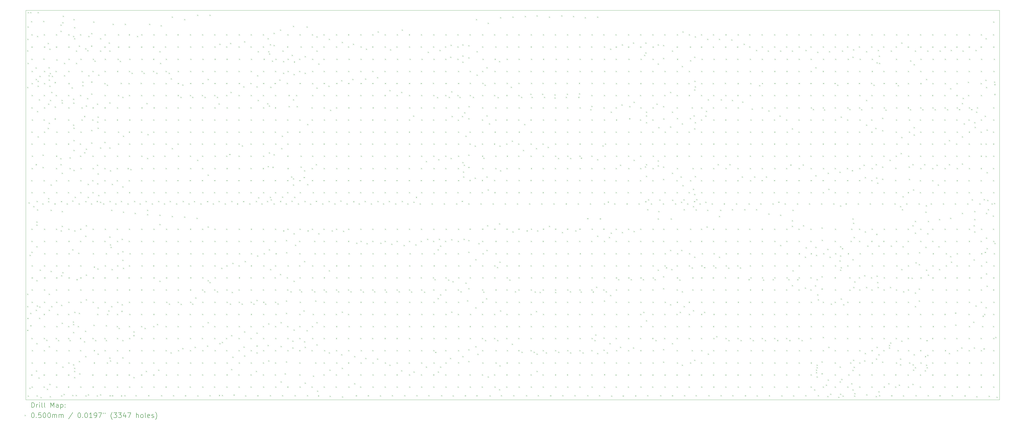
<source format=gbr>
%TF.GenerationSoftware,KiCad,Pcbnew,7.0.2*%
%TF.CreationDate,2024-01-05T22:36:05+05:30*%
%TF.ProjectId,matrixleddisplay,6d617472-6978-46c6-9564-646973706c61,rev?*%
%TF.SameCoordinates,Original*%
%TF.FileFunction,Drillmap*%
%TF.FilePolarity,Positive*%
%FSLAX45Y45*%
G04 Gerber Fmt 4.5, Leading zero omitted, Abs format (unit mm)*
G04 Created by KiCad (PCBNEW 7.0.2) date 2024-01-05 22:36:05*
%MOMM*%
%LPD*%
G01*
G04 APERTURE LIST*
%ADD10C,0.100000*%
%ADD11C,0.200000*%
%ADD12C,0.050000*%
G04 APERTURE END LIST*
D10*
X8077200Y-6298416D02*
X48082200Y-6298416D01*
X48082200Y-22324837D01*
X8077200Y-22324837D01*
X8077200Y-6298416D01*
D11*
D12*
X8125270Y-7940730D02*
X8175270Y-7990730D01*
X8175270Y-7940730D02*
X8125270Y-7990730D01*
X8128400Y-9449200D02*
X8178400Y-9499200D01*
X8178400Y-9449200D02*
X8128400Y-9499200D01*
X8128400Y-17958200D02*
X8178400Y-18008200D01*
X8178400Y-17958200D02*
X8128400Y-18008200D01*
X8128400Y-18466200D02*
X8178400Y-18516200D01*
X8178400Y-18466200D02*
X8128400Y-18516200D01*
X8130249Y-19442709D02*
X8180249Y-19492709D01*
X8180249Y-19442709D02*
X8130249Y-19492709D01*
X8137669Y-7463871D02*
X8187669Y-7513871D01*
X8187669Y-7463871D02*
X8137669Y-7513871D01*
X8139220Y-18951680D02*
X8189220Y-19001680D01*
X8189220Y-18951680D02*
X8139220Y-19001680D01*
X8144540Y-6960000D02*
X8194540Y-7010000D01*
X8194540Y-6960000D02*
X8144540Y-7010000D01*
X8145540Y-8459000D02*
X8195540Y-8509000D01*
X8195540Y-8459000D02*
X8145540Y-8509000D01*
X8150770Y-6368770D02*
X8200770Y-6418770D01*
X8200770Y-6368770D02*
X8150770Y-6418770D01*
X8155000Y-22145000D02*
X8205000Y-22195000D01*
X8205000Y-22145000D02*
X8155000Y-22195000D01*
X8190050Y-14199000D02*
X8240050Y-14249000D01*
X8240050Y-14199000D02*
X8190050Y-14249000D01*
X8223433Y-21824188D02*
X8273433Y-21874188D01*
X8273433Y-21824188D02*
X8223433Y-21874188D01*
X8226250Y-16358000D02*
X8276250Y-16408000D01*
X8276250Y-16358000D02*
X8226250Y-16408000D01*
X8254954Y-18745600D02*
X8304954Y-18795600D01*
X8304954Y-18745600D02*
X8254954Y-18795600D01*
X8257000Y-6365000D02*
X8307000Y-6415000D01*
X8307000Y-6365000D02*
X8257000Y-6415000D01*
X8258507Y-19250047D02*
X8308507Y-19300047D01*
X8308507Y-19250047D02*
X8258507Y-19300047D01*
X8287000Y-6741000D02*
X8337000Y-6791000D01*
X8337000Y-6741000D02*
X8287000Y-6791000D01*
X8298000Y-13280000D02*
X8348000Y-13330000D01*
X8348000Y-13280000D02*
X8298000Y-13330000D01*
X8300000Y-21280000D02*
X8350000Y-21330000D01*
X8350000Y-21280000D02*
X8300000Y-21330000D01*
X8302000Y-7279000D02*
X8352000Y-7329000D01*
X8352000Y-7279000D02*
X8302000Y-7329000D01*
X8304000Y-15279000D02*
X8354000Y-15329000D01*
X8354000Y-15279000D02*
X8304000Y-15329000D01*
X8305000Y-7784000D02*
X8355000Y-7834000D01*
X8355000Y-7784000D02*
X8305000Y-7834000D01*
X8305000Y-8289000D02*
X8355000Y-8339000D01*
X8355000Y-8289000D02*
X8305000Y-8339000D01*
X8305000Y-11287000D02*
X8355000Y-11337000D01*
X8355000Y-11287000D02*
X8305000Y-11337000D01*
X8306000Y-11780000D02*
X8356000Y-11830000D01*
X8356000Y-11780000D02*
X8306000Y-11830000D01*
X8307000Y-15784000D02*
X8357000Y-15834000D01*
X8357000Y-15784000D02*
X8307000Y-15834000D01*
X8307000Y-16231000D02*
X8357000Y-16281000D01*
X8357000Y-16231000D02*
X8307000Y-16281000D01*
X8308000Y-19780000D02*
X8358000Y-19830000D01*
X8358000Y-19780000D02*
X8308000Y-19830000D01*
X8309000Y-10286000D02*
X8359000Y-10336000D01*
X8359000Y-10286000D02*
X8309000Y-10336000D01*
X8309000Y-13776000D02*
X8359000Y-13826000D01*
X8359000Y-13776000D02*
X8309000Y-13826000D01*
X8310000Y-9782000D02*
X8360000Y-9832000D01*
X8360000Y-9782000D02*
X8310000Y-9832000D01*
X8311000Y-8788000D02*
X8361000Y-8838000D01*
X8361000Y-8788000D02*
X8311000Y-8838000D01*
X8311000Y-12785000D02*
X8361000Y-12835000D01*
X8361000Y-12785000D02*
X8311000Y-12835000D01*
X8311000Y-18286000D02*
X8361000Y-18336000D01*
X8361000Y-18286000D02*
X8311000Y-18336000D01*
X8311000Y-21776000D02*
X8361000Y-21826000D01*
X8361000Y-21776000D02*
X8311000Y-21826000D01*
X8312000Y-9284000D02*
X8362000Y-9334000D01*
X8362000Y-9284000D02*
X8312000Y-9334000D01*
X8312000Y-17782000D02*
X8362000Y-17832000D01*
X8362000Y-17782000D02*
X8312000Y-17832000D01*
X8313000Y-16788000D02*
X8363000Y-16838000D01*
X8363000Y-16788000D02*
X8313000Y-16838000D01*
X8313000Y-20785000D02*
X8363000Y-20835000D01*
X8363000Y-20785000D02*
X8313000Y-20835000D01*
X8314000Y-17284000D02*
X8364000Y-17334000D01*
X8364000Y-17284000D02*
X8314000Y-17334000D01*
X8320000Y-10788000D02*
X8370000Y-10838000D01*
X8370000Y-10788000D02*
X8320000Y-10838000D01*
X8322000Y-12277000D02*
X8372000Y-12327000D01*
X8372000Y-12277000D02*
X8322000Y-12327000D01*
X8324000Y-20277000D02*
X8374000Y-20327000D01*
X8374000Y-20277000D02*
X8324000Y-20327000D01*
X8382400Y-14351400D02*
X8432400Y-14401400D01*
X8432400Y-14351400D02*
X8382400Y-14401400D01*
X8475724Y-8643265D02*
X8525724Y-8693265D01*
X8525724Y-8643265D02*
X8475724Y-8693265D01*
X8478755Y-12624200D02*
X8528755Y-12674200D01*
X8528755Y-12624200D02*
X8478755Y-12674200D01*
X8484000Y-9119000D02*
X8534000Y-9169000D01*
X8534000Y-9119000D02*
X8484000Y-9169000D01*
X8484095Y-18620365D02*
X8534095Y-18670365D01*
X8534095Y-18620365D02*
X8484095Y-18670365D01*
X8491019Y-21111550D02*
X8541019Y-21161550D01*
X8541019Y-21111550D02*
X8491019Y-21161550D01*
X8504946Y-17399400D02*
X8554946Y-17449400D01*
X8554946Y-17399400D02*
X8504946Y-17449400D01*
X8509400Y-15113400D02*
X8559400Y-15163400D01*
X8559400Y-15113400D02*
X8509400Y-15163400D01*
X8509400Y-16002400D02*
X8559400Y-16052400D01*
X8559400Y-16002400D02*
X8509400Y-16052400D01*
X8509400Y-19990200D02*
X8559400Y-20040200D01*
X8559400Y-19990200D02*
X8509400Y-20040200D01*
X8510528Y-14987438D02*
X8560528Y-15037438D01*
X8560528Y-14987438D02*
X8510528Y-15037438D01*
X8515000Y-14140000D02*
X8565000Y-14190000D01*
X8565000Y-14140000D02*
X8515000Y-14190000D01*
X8517000Y-22140000D02*
X8567000Y-22190000D01*
X8567000Y-22140000D02*
X8517000Y-22190000D01*
X8522100Y-18440750D02*
X8572100Y-18490750D01*
X8572100Y-18440750D02*
X8522100Y-18490750D01*
X8532970Y-14482728D02*
X8582970Y-14532728D01*
X8582970Y-14482728D02*
X8532970Y-14532728D01*
X8534800Y-7351450D02*
X8584800Y-7401450D01*
X8584800Y-7351450D02*
X8534800Y-7401450D01*
X8534800Y-10439800D02*
X8584800Y-10489800D01*
X8584800Y-10439800D02*
X8534800Y-10489800D01*
X8559000Y-6367450D02*
X8609000Y-6417450D01*
X8609000Y-6367450D02*
X8559000Y-6417450D01*
X8560200Y-9195200D02*
X8610200Y-9245200D01*
X8610200Y-9195200D02*
X8560200Y-9245200D01*
X8560200Y-9398400D02*
X8610200Y-9448400D01*
X8610200Y-9398400D02*
X8560200Y-9448400D01*
X8560200Y-11481200D02*
X8610200Y-11531200D01*
X8610200Y-11481200D02*
X8560200Y-11531200D01*
X8594745Y-21403455D02*
X8644745Y-21453455D01*
X8644745Y-21403455D02*
X8594745Y-21453455D01*
X8613755Y-9957200D02*
X8663755Y-10007200D01*
X8663755Y-9957200D02*
X8613755Y-10007200D01*
X8616806Y-18946715D02*
X8666806Y-18996715D01*
X8666806Y-18946715D02*
X8616806Y-18996715D01*
X8629045Y-18484245D02*
X8679045Y-18534245D01*
X8679045Y-18484245D02*
X8629045Y-18534245D01*
X8636400Y-8992000D02*
X8686400Y-9042000D01*
X8686400Y-8992000D02*
X8636400Y-9042000D01*
X8642200Y-16963850D02*
X8692200Y-17013850D01*
X8692200Y-16963850D02*
X8642200Y-17013850D01*
X8679939Y-22206868D02*
X8729939Y-22256868D01*
X8729939Y-22206868D02*
X8679939Y-22256868D01*
X8752000Y-14242000D02*
X8802000Y-14292000D01*
X8802000Y-14242000D02*
X8752000Y-14292000D01*
X8758705Y-12234995D02*
X8808705Y-12284995D01*
X8808705Y-12234995D02*
X8758705Y-12284995D01*
X8758705Y-12738995D02*
X8808705Y-12788995D01*
X8808705Y-12738995D02*
X8758705Y-12788995D01*
X8788800Y-6731400D02*
X8838800Y-6781400D01*
X8838800Y-6731400D02*
X8788800Y-6781400D01*
X8795276Y-8282524D02*
X8845276Y-8332524D01*
X8845276Y-8282524D02*
X8795276Y-8332524D01*
X8802000Y-13776000D02*
X8852000Y-13826000D01*
X8852000Y-13776000D02*
X8802000Y-13826000D01*
X8804000Y-21776000D02*
X8854000Y-21826000D01*
X8854000Y-21776000D02*
X8804000Y-21826000D01*
X8806000Y-13280000D02*
X8856000Y-13330000D01*
X8856000Y-13280000D02*
X8806000Y-13330000D01*
X8807000Y-10788000D02*
X8857000Y-10838000D01*
X8857000Y-10788000D02*
X8807000Y-10838000D01*
X8808000Y-21280000D02*
X8858000Y-21330000D01*
X8858000Y-21280000D02*
X8808000Y-21330000D01*
X8809000Y-18788000D02*
X8859000Y-18838000D01*
X8859000Y-18788000D02*
X8809000Y-18838000D01*
X8812000Y-11780000D02*
X8862000Y-11830000D01*
X8862000Y-11780000D02*
X8812000Y-11830000D01*
X8814000Y-19780000D02*
X8864000Y-19830000D01*
X8864000Y-19780000D02*
X8814000Y-19830000D01*
X8816000Y-7279000D02*
X8866000Y-7329000D01*
X8866000Y-7279000D02*
X8816000Y-7329000D01*
X8816000Y-9782000D02*
X8866000Y-9832000D01*
X8866000Y-9782000D02*
X8816000Y-9832000D01*
X8817000Y-20277000D02*
X8867000Y-20327000D01*
X8867000Y-20277000D02*
X8817000Y-20327000D01*
X8818000Y-15279000D02*
X8868000Y-15329000D01*
X8868000Y-15279000D02*
X8818000Y-15329000D01*
X8818000Y-17782000D02*
X8868000Y-17832000D01*
X8868000Y-17782000D02*
X8818000Y-17832000D01*
X8819000Y-7784000D02*
X8869000Y-7834000D01*
X8869000Y-7784000D02*
X8819000Y-7834000D01*
X8820000Y-8788000D02*
X8870000Y-8838000D01*
X8870000Y-8788000D02*
X8820000Y-8838000D01*
X8820000Y-11287000D02*
X8870000Y-11337000D01*
X8870000Y-11287000D02*
X8820000Y-11337000D01*
X8821000Y-10286000D02*
X8871000Y-10336000D01*
X8871000Y-10286000D02*
X8821000Y-10336000D01*
X8821000Y-15784000D02*
X8871000Y-15834000D01*
X8871000Y-15784000D02*
X8821000Y-15834000D01*
X8822000Y-16788000D02*
X8872000Y-16838000D01*
X8872000Y-16788000D02*
X8822000Y-16838000D01*
X8822000Y-19287000D02*
X8872000Y-19337000D01*
X8872000Y-19287000D02*
X8822000Y-19337000D01*
X8823000Y-18286000D02*
X8873000Y-18336000D01*
X8873000Y-18286000D02*
X8823000Y-18336000D01*
X8825000Y-9284000D02*
X8875000Y-9334000D01*
X8875000Y-9284000D02*
X8825000Y-9334000D01*
X8826000Y-20785000D02*
X8876000Y-20835000D01*
X8876000Y-20785000D02*
X8826000Y-20835000D01*
X8827000Y-17284000D02*
X8877000Y-17334000D01*
X8877000Y-17284000D02*
X8827000Y-17334000D01*
X8834000Y-16289000D02*
X8884000Y-16339000D01*
X8884000Y-16289000D02*
X8834000Y-16339000D01*
X8915800Y-19852450D02*
X8965800Y-19902450D01*
X8965800Y-19852450D02*
X8915800Y-19902450D01*
X8938246Y-21869800D02*
X8988246Y-21919800D01*
X8988246Y-21869800D02*
X8938246Y-21919800D01*
X8973305Y-7637450D02*
X9023305Y-7687450D01*
X9023305Y-7637450D02*
X8973305Y-7687450D01*
X8974605Y-11133605D02*
X9024605Y-11183605D01*
X9024605Y-11133605D02*
X8974605Y-11183605D01*
X8992000Y-10135000D02*
X9042000Y-10185000D01*
X9042000Y-10135000D02*
X8992000Y-10185000D01*
X8992000Y-14021200D02*
X9042000Y-14071200D01*
X9042000Y-14021200D02*
X8992000Y-14071200D01*
X8992000Y-14148200D02*
X9042000Y-14198200D01*
X9042000Y-14148200D02*
X8992000Y-14198200D01*
X9009646Y-8636400D02*
X9059646Y-8686400D01*
X9059646Y-8636400D02*
X9009646Y-8686400D01*
X9009696Y-8966600D02*
X9059696Y-9016600D01*
X9059696Y-8966600D02*
X9009696Y-9016600D01*
X9015045Y-9145895D02*
X9065045Y-9195895D01*
X9065045Y-9145895D02*
X9015045Y-9195895D01*
X9017400Y-10922400D02*
X9067400Y-10972400D01*
X9067400Y-10922400D02*
X9017400Y-10972400D01*
X9017400Y-17958200D02*
X9067400Y-18008200D01*
X9067400Y-17958200D02*
X9017400Y-18008200D01*
X9017400Y-18618600D02*
X9067400Y-18668600D01*
X9067400Y-18618600D02*
X9017400Y-18668600D01*
X9017400Y-20117200D02*
X9067400Y-20167200D01*
X9067400Y-20117200D02*
X9017400Y-20167200D01*
X9042800Y-7875730D02*
X9092800Y-7925730D01*
X9092800Y-7875730D02*
X9042800Y-7925730D01*
X9042800Y-9398400D02*
X9092800Y-9448400D01*
X9092800Y-9398400D02*
X9042800Y-9448400D01*
X9042800Y-21666600D02*
X9092800Y-21716600D01*
X9092800Y-21666600D02*
X9042800Y-21716600D01*
X9055000Y-22171000D02*
X9105000Y-22221000D01*
X9105000Y-22171000D02*
X9055000Y-22221000D01*
X9060370Y-8872830D02*
X9110370Y-8922830D01*
X9110370Y-8872830D02*
X9060370Y-8922830D01*
X9068200Y-9982600D02*
X9118200Y-10032600D01*
X9118200Y-9982600D02*
X9068200Y-10032600D01*
X9093600Y-13462400D02*
X9143600Y-13512400D01*
X9143600Y-13462400D02*
X9093600Y-13512400D01*
X9093600Y-14503800D02*
X9143600Y-14553800D01*
X9143600Y-14503800D02*
X9093600Y-14553800D01*
X9093600Y-17018400D02*
X9143600Y-17068400D01*
X9143600Y-17018400D02*
X9093600Y-17068400D01*
X9119000Y-9652400D02*
X9169000Y-9702400D01*
X9169000Y-9652400D02*
X9119000Y-9702400D01*
X9119000Y-18466200D02*
X9169000Y-18516200D01*
X9169000Y-18466200D02*
X9119000Y-18516200D01*
X9144400Y-8992000D02*
X9194400Y-9042000D01*
X9194400Y-8992000D02*
X9144400Y-9042000D01*
X9249000Y-14242000D02*
X9299000Y-14292000D01*
X9299000Y-14242000D02*
X9249000Y-14292000D01*
X9257955Y-9241770D02*
X9307955Y-9291770D01*
X9307955Y-9241770D02*
X9257955Y-9291770D01*
X9257955Y-10740570D02*
X9307955Y-10790570D01*
X9307955Y-10740570D02*
X9257955Y-10790570D01*
X9258230Y-10249770D02*
X9308230Y-10299770D01*
X9308230Y-10249770D02*
X9258230Y-10299770D01*
X9297030Y-8788570D02*
X9347030Y-8838570D01*
X9347030Y-8788570D02*
X9297030Y-8838570D01*
X9306000Y-11780000D02*
X9356000Y-11830000D01*
X9356000Y-11780000D02*
X9306000Y-11830000D01*
X9308000Y-9782000D02*
X9358000Y-9832000D01*
X9358000Y-9782000D02*
X9308000Y-9832000D01*
X9308000Y-19780000D02*
X9358000Y-19830000D01*
X9358000Y-19780000D02*
X9308000Y-19830000D01*
X9309000Y-13280000D02*
X9359000Y-13330000D01*
X9359000Y-13280000D02*
X9309000Y-13330000D01*
X9310000Y-17782000D02*
X9360000Y-17832000D01*
X9360000Y-17782000D02*
X9310000Y-17832000D01*
X9311000Y-7784000D02*
X9361000Y-7834000D01*
X9361000Y-7784000D02*
X9311000Y-7834000D01*
X9311000Y-12785000D02*
X9361000Y-12835000D01*
X9361000Y-12785000D02*
X9311000Y-12835000D01*
X9311000Y-21280000D02*
X9361000Y-21330000D01*
X9361000Y-21280000D02*
X9311000Y-21330000D01*
X9313000Y-7279000D02*
X9363000Y-7329000D01*
X9363000Y-7279000D02*
X9313000Y-7329000D01*
X9313000Y-15784000D02*
X9363000Y-15834000D01*
X9363000Y-15784000D02*
X9313000Y-15834000D01*
X9313000Y-20785000D02*
X9363000Y-20835000D01*
X9363000Y-20785000D02*
X9313000Y-20835000D01*
X9315000Y-15279000D02*
X9365000Y-15329000D01*
X9365000Y-15279000D02*
X9315000Y-15329000D01*
X9317000Y-12277000D02*
X9367000Y-12327000D01*
X9367000Y-12277000D02*
X9317000Y-12327000D01*
X9319000Y-20277000D02*
X9369000Y-20327000D01*
X9369000Y-20277000D02*
X9319000Y-20327000D01*
X9321000Y-17284000D02*
X9371000Y-17334000D01*
X9371000Y-17284000D02*
X9321000Y-17334000D01*
X9322000Y-16788000D02*
X9372000Y-16838000D01*
X9372000Y-16788000D02*
X9322000Y-16838000D01*
X9323000Y-13776000D02*
X9373000Y-13826000D01*
X9373000Y-13776000D02*
X9323000Y-13826000D01*
X9324000Y-18286000D02*
X9374000Y-18336000D01*
X9374000Y-18286000D02*
X9324000Y-18336000D01*
X9325000Y-21776000D02*
X9375000Y-21826000D01*
X9375000Y-21776000D02*
X9325000Y-21826000D01*
X9331000Y-11287000D02*
X9381000Y-11337000D01*
X9381000Y-11287000D02*
X9331000Y-11337000D01*
X9331050Y-8309950D02*
X9381050Y-8359950D01*
X9381050Y-8309950D02*
X9331050Y-8359950D01*
X9333000Y-16289000D02*
X9383000Y-16339000D01*
X9383000Y-16289000D02*
X9333000Y-16339000D01*
X9333000Y-19287000D02*
X9383000Y-19337000D01*
X9383000Y-19287000D02*
X9333000Y-19337000D01*
X9366046Y-18788000D02*
X9416046Y-18838000D01*
X9416046Y-18788000D02*
X9366046Y-18838000D01*
X9398400Y-19863200D02*
X9448400Y-19913200D01*
X9448400Y-19863200D02*
X9398400Y-19913200D01*
X9490774Y-12378567D02*
X9540774Y-12428567D01*
X9540774Y-12378567D02*
X9490774Y-12428567D01*
X9500000Y-7137800D02*
X9550000Y-7187800D01*
X9550000Y-7137800D02*
X9500000Y-7187800D01*
X9500000Y-12624200D02*
X9550000Y-12674200D01*
X9550000Y-12624200D02*
X9500000Y-12674200D01*
X9500430Y-6883370D02*
X9550430Y-6933370D01*
X9550430Y-6883370D02*
X9500430Y-6933370D01*
X9508946Y-15351450D02*
X9558946Y-15401450D01*
X9558946Y-15351450D02*
X9508946Y-15401450D01*
X9513000Y-14143000D02*
X9563000Y-14193000D01*
X9563000Y-14143000D02*
X9513000Y-14193000D01*
X9522000Y-22142000D02*
X9572000Y-22192000D01*
X9572000Y-22142000D02*
X9522000Y-22192000D01*
X9525400Y-17196200D02*
X9575400Y-17246200D01*
X9575400Y-17196200D02*
X9525400Y-17246200D01*
X9525400Y-18415400D02*
X9575400Y-18465400D01*
X9575400Y-18415400D02*
X9525400Y-18465400D01*
X9545235Y-9984405D02*
X9595235Y-10034405D01*
X9595235Y-9984405D02*
X9545235Y-10034405D01*
X9550800Y-10084200D02*
X9600800Y-10134200D01*
X9600800Y-10084200D02*
X9550800Y-10134200D01*
X9550800Y-12979800D02*
X9600800Y-13029800D01*
X9600800Y-12979800D02*
X9550800Y-13029800D01*
X9550800Y-14554600D02*
X9600800Y-14604600D01*
X9600800Y-14554600D02*
X9550800Y-14604600D01*
X9550800Y-15164200D02*
X9600800Y-15214200D01*
X9600800Y-15164200D02*
X9550800Y-15214200D01*
X9550800Y-19152000D02*
X9600800Y-19202000D01*
X9600800Y-19152000D02*
X9550800Y-19202000D01*
X9573805Y-6782200D02*
X9623805Y-6832200D01*
X9623805Y-6782200D02*
X9573805Y-6832200D01*
X9576200Y-17069200D02*
X9626200Y-17119200D01*
X9626200Y-17069200D02*
X9576200Y-17119200D01*
X9576200Y-20955400D02*
X9626200Y-21005400D01*
X9626200Y-20955400D02*
X9576200Y-21005400D01*
X9588900Y-6515500D02*
X9638900Y-6565500D01*
X9638900Y-6515500D02*
X9588900Y-6565500D01*
X9628000Y-22079000D02*
X9678000Y-22129000D01*
X9678000Y-22079000D02*
X9628000Y-22129000D01*
X9646255Y-8458600D02*
X9696255Y-8508600D01*
X9696255Y-8458600D02*
X9646255Y-8508600D01*
X9646255Y-8966600D02*
X9696255Y-9016600D01*
X9696255Y-8966600D02*
X9646255Y-9016600D01*
X9753000Y-14242000D02*
X9803000Y-14292000D01*
X9803000Y-14242000D02*
X9753000Y-14292000D01*
X9806000Y-13776000D02*
X9856000Y-13826000D01*
X9856000Y-13776000D02*
X9806000Y-13826000D01*
X9808000Y-11780000D02*
X9858000Y-11830000D01*
X9858000Y-11780000D02*
X9808000Y-11830000D01*
X9808000Y-21776000D02*
X9858000Y-21826000D01*
X9858000Y-21776000D02*
X9808000Y-21826000D01*
X9810000Y-19780000D02*
X9860000Y-19830000D01*
X9860000Y-19780000D02*
X9810000Y-19830000D01*
X9812000Y-11287000D02*
X9862000Y-11337000D01*
X9862000Y-11287000D02*
X9812000Y-11337000D01*
X9812000Y-13280000D02*
X9862000Y-13330000D01*
X9862000Y-13280000D02*
X9812000Y-13330000D01*
X9814000Y-9782000D02*
X9864000Y-9832000D01*
X9864000Y-9782000D02*
X9814000Y-9832000D01*
X9814000Y-10788000D02*
X9864000Y-10838000D01*
X9864000Y-10788000D02*
X9814000Y-10838000D01*
X9814000Y-19287000D02*
X9864000Y-19337000D01*
X9864000Y-19287000D02*
X9814000Y-19337000D01*
X9814000Y-21280000D02*
X9864000Y-21330000D01*
X9864000Y-21280000D02*
X9814000Y-21330000D01*
X9816000Y-17782000D02*
X9866000Y-17832000D01*
X9866000Y-17782000D02*
X9816000Y-17832000D01*
X9816000Y-18788000D02*
X9866000Y-18838000D01*
X9866000Y-18788000D02*
X9816000Y-18838000D01*
X9817000Y-7279000D02*
X9867000Y-7329000D01*
X9867000Y-7279000D02*
X9817000Y-7329000D01*
X9818000Y-8788000D02*
X9868000Y-8838000D01*
X9868000Y-8788000D02*
X9818000Y-8838000D01*
X9819000Y-10286000D02*
X9869000Y-10336000D01*
X9869000Y-10286000D02*
X9819000Y-10336000D01*
X9819000Y-15279000D02*
X9869000Y-15329000D01*
X9869000Y-15279000D02*
X9819000Y-15329000D01*
X9820000Y-16788000D02*
X9870000Y-16838000D01*
X9870000Y-16788000D02*
X9820000Y-16838000D01*
X9821000Y-18286000D02*
X9871000Y-18336000D01*
X9871000Y-18286000D02*
X9821000Y-18336000D01*
X9822000Y-20785000D02*
X9872000Y-20835000D01*
X9872000Y-20785000D02*
X9822000Y-20835000D01*
X9823000Y-7784000D02*
X9873000Y-7834000D01*
X9873000Y-7784000D02*
X9823000Y-7834000D01*
X9825000Y-9284000D02*
X9875000Y-9334000D01*
X9875000Y-9284000D02*
X9825000Y-9334000D01*
X9825000Y-15784000D02*
X9875000Y-15834000D01*
X9875000Y-15784000D02*
X9825000Y-15834000D01*
X9826000Y-8289000D02*
X9876000Y-8339000D01*
X9876000Y-8289000D02*
X9826000Y-8339000D01*
X9827000Y-17284000D02*
X9877000Y-17334000D01*
X9877000Y-17284000D02*
X9827000Y-17334000D01*
X9828000Y-16289000D02*
X9878000Y-16339000D01*
X9878000Y-16289000D02*
X9828000Y-16339000D01*
X9833000Y-20277000D02*
X9883000Y-20327000D01*
X9883000Y-20277000D02*
X9833000Y-20327000D01*
X9869796Y-12344800D02*
X9919796Y-12394800D01*
X9919796Y-12344800D02*
X9869796Y-12394800D01*
X9869796Y-12785000D02*
X9919796Y-12835000D01*
X9919796Y-12785000D02*
X9869796Y-12835000D01*
X9871796Y-19863200D02*
X9921796Y-19913200D01*
X9921796Y-19863200D02*
X9871796Y-19913200D01*
X9957200Y-9461150D02*
X10007200Y-9511150D01*
X10007200Y-9461150D02*
X9957200Y-9511150D01*
X9982600Y-14122800D02*
X10032600Y-14172800D01*
X10032600Y-14122800D02*
X9982600Y-14172800D01*
X9982600Y-22123800D02*
X10032600Y-22173800D01*
X10032600Y-22123800D02*
X9982600Y-22173800D01*
X9984482Y-16131728D02*
X10034482Y-16181728D01*
X10034482Y-16131728D02*
X9984482Y-16181728D01*
X10009524Y-19101934D02*
X10059524Y-19151934D01*
X10059524Y-19101934D02*
X10009524Y-19151934D01*
X10013696Y-9928050D02*
X10063696Y-9978050D01*
X10063696Y-9928050D02*
X10013696Y-9978050D01*
X10014696Y-10998600D02*
X10064696Y-11048600D01*
X10064696Y-10998600D02*
X10014696Y-11048600D01*
X10015950Y-7351450D02*
X10065950Y-7401450D01*
X10065950Y-7351450D02*
X10015950Y-7401450D01*
X10016681Y-19202800D02*
X10066681Y-19252800D01*
X10066681Y-19202800D02*
X10016681Y-19252800D01*
X10016696Y-19533000D02*
X10066696Y-19583000D01*
X10066696Y-19533000D02*
X10016696Y-19583000D01*
X10016696Y-20857450D02*
X10066696Y-20907450D01*
X10066696Y-20857450D02*
X10016696Y-20907450D01*
X10024760Y-10092840D02*
X10074760Y-10142840D01*
X10074760Y-10092840D02*
X10024760Y-10142840D01*
X10033400Y-6655200D02*
X10083400Y-6705200D01*
X10083400Y-6655200D02*
X10033400Y-6705200D01*
X10033400Y-11125600D02*
X10083400Y-11175600D01*
X10083400Y-11125600D02*
X10033400Y-11175600D01*
X10033400Y-11633600D02*
X10083400Y-11683600D01*
X10083400Y-11633600D02*
X10033400Y-11683600D01*
X10033400Y-12040000D02*
X10083400Y-12090000D01*
X10083400Y-12040000D02*
X10033400Y-12090000D01*
X10033400Y-12857450D02*
X10083400Y-12907450D01*
X10083400Y-12857450D02*
X10033400Y-12907450D01*
X10058800Y-6985400D02*
X10108800Y-7035400D01*
X10108800Y-6985400D02*
X10058800Y-7035400D01*
X10058800Y-7442600D02*
X10108800Y-7492600D01*
X10108800Y-7442600D02*
X10058800Y-7492600D01*
X10058800Y-21006200D02*
X10108800Y-21056200D01*
X10108800Y-21006200D02*
X10058800Y-21056200D01*
X10058800Y-21133200D02*
X10108800Y-21183200D01*
X10108800Y-21133200D02*
X10058800Y-21183200D01*
X10058800Y-21387200D02*
X10108800Y-21437200D01*
X10108800Y-21387200D02*
X10058800Y-21437200D01*
X10062710Y-18702604D02*
X10112710Y-18752604D01*
X10112710Y-18702604D02*
X10062710Y-18752604D01*
X10065055Y-15351450D02*
X10115055Y-15401450D01*
X10115055Y-15351450D02*
X10065055Y-15401450D01*
X10084200Y-13970400D02*
X10134200Y-14020400D01*
X10134200Y-13970400D02*
X10084200Y-14020400D01*
X10124000Y-22124000D02*
X10174000Y-22174000D01*
X10174000Y-22124000D02*
X10124000Y-22174000D01*
X10131720Y-7948180D02*
X10181720Y-7998180D01*
X10181720Y-7948180D02*
X10131720Y-7998180D01*
X10135000Y-8458600D02*
X10185000Y-8508600D01*
X10185000Y-8458600D02*
X10135000Y-8508600D01*
X10155270Y-17356450D02*
X10205270Y-17406450D01*
X10205270Y-17356450D02*
X10155270Y-17406450D01*
X10206581Y-19287000D02*
X10256581Y-19337000D01*
X10256581Y-19287000D02*
X10206581Y-19337000D01*
X10227050Y-16268833D02*
X10277050Y-16318833D01*
X10277050Y-16268833D02*
X10227050Y-16318833D01*
X10246000Y-14242000D02*
X10296000Y-14292000D01*
X10296000Y-14242000D02*
X10246000Y-14292000D01*
X10250955Y-7747270D02*
X10300955Y-7797270D01*
X10300955Y-7747270D02*
X10250955Y-7797270D01*
X10254955Y-18745600D02*
X10304955Y-18795600D01*
X10304955Y-18745600D02*
X10254955Y-18795600D01*
X10254955Y-20726800D02*
X10304955Y-20776800D01*
X10304955Y-20726800D02*
X10254955Y-20776800D01*
X10266900Y-21229900D02*
X10316900Y-21279900D01*
X10316900Y-21229900D02*
X10266900Y-21279900D01*
X10297000Y-11780000D02*
X10347000Y-11830000D01*
X10347000Y-11780000D02*
X10297000Y-11830000D01*
X10299000Y-19780000D02*
X10349000Y-19830000D01*
X10349000Y-19780000D02*
X10299000Y-19830000D01*
X10303000Y-12277000D02*
X10353000Y-12327000D01*
X10353000Y-12277000D02*
X10303000Y-12327000D01*
X10305000Y-20277000D02*
X10355000Y-20327000D01*
X10355000Y-20277000D02*
X10305000Y-20327000D01*
X10306000Y-7279000D02*
X10356000Y-7329000D01*
X10356000Y-7279000D02*
X10306000Y-7329000D01*
X10306000Y-15784000D02*
X10356000Y-15834000D01*
X10356000Y-15784000D02*
X10306000Y-15834000D01*
X10307000Y-9782000D02*
X10357000Y-9832000D01*
X10357000Y-9782000D02*
X10307000Y-9832000D01*
X10308000Y-15279000D02*
X10358000Y-15329000D01*
X10358000Y-15279000D02*
X10308000Y-15329000D01*
X10309000Y-17782000D02*
X10359000Y-17832000D01*
X10359000Y-17782000D02*
X10309000Y-17832000D01*
X10310000Y-17284000D02*
X10360000Y-17334000D01*
X10360000Y-17284000D02*
X10310000Y-17334000D01*
X10313000Y-13776000D02*
X10363000Y-13826000D01*
X10363000Y-13776000D02*
X10313000Y-13826000D01*
X10313000Y-16788000D02*
X10363000Y-16838000D01*
X10363000Y-16788000D02*
X10313000Y-16838000D01*
X10315000Y-13280000D02*
X10365000Y-13330000D01*
X10365000Y-13280000D02*
X10315000Y-13330000D01*
X10315000Y-21776000D02*
X10365000Y-21826000D01*
X10365000Y-21776000D02*
X10315000Y-21826000D01*
X10317000Y-8289000D02*
X10367000Y-8339000D01*
X10367000Y-8289000D02*
X10317000Y-8339000D01*
X10317000Y-12785000D02*
X10367000Y-12835000D01*
X10367000Y-12785000D02*
X10317000Y-12835000D01*
X10322000Y-11287000D02*
X10372000Y-11337000D01*
X10372000Y-11287000D02*
X10322000Y-11337000D01*
X10323000Y-18286000D02*
X10373000Y-18336000D01*
X10373000Y-18286000D02*
X10323000Y-18336000D01*
X10359046Y-8788000D02*
X10409046Y-8838000D01*
X10409046Y-8788000D02*
X10359046Y-8838000D01*
X10359046Y-10286000D02*
X10409046Y-10336000D01*
X10409046Y-10286000D02*
X10359046Y-10336000D01*
X10359046Y-10788000D02*
X10409046Y-10838000D01*
X10409046Y-10788000D02*
X10359046Y-10838000D01*
X10398550Y-9227527D02*
X10448550Y-9277527D01*
X10448550Y-9227527D02*
X10398550Y-9277527D01*
X10398550Y-9370519D02*
X10448550Y-9420519D01*
X10448550Y-9370519D02*
X10398550Y-9420519D01*
X10465200Y-19914000D02*
X10515200Y-19964000D01*
X10515200Y-19914000D02*
X10465200Y-19964000D01*
X10468370Y-10638910D02*
X10518370Y-10688910D01*
X10518370Y-10638910D02*
X10468370Y-10688910D01*
X10474047Y-12128413D02*
X10524047Y-12178413D01*
X10524047Y-12128413D02*
X10474047Y-12178413D01*
X10505946Y-19482200D02*
X10555946Y-19532200D01*
X10555946Y-19482200D02*
X10505946Y-19532200D01*
X10516000Y-7856450D02*
X10566000Y-7906450D01*
X10566000Y-7856450D02*
X10516000Y-7906450D01*
X10516000Y-15570600D02*
X10566000Y-15620600D01*
X10566000Y-15570600D02*
X10516000Y-15620600D01*
X10516000Y-20523600D02*
X10566000Y-20573600D01*
X10566000Y-20523600D02*
X10516000Y-20573600D01*
X10519000Y-14143000D02*
X10569000Y-14193000D01*
X10569000Y-14143000D02*
X10519000Y-14193000D01*
X10521000Y-22143000D02*
X10571000Y-22193000D01*
X10571000Y-22143000D02*
X10521000Y-22193000D01*
X10541400Y-10211200D02*
X10591400Y-10261200D01*
X10591400Y-10211200D02*
X10541400Y-10261200D01*
X10541400Y-11989200D02*
X10591400Y-12039200D01*
X10591400Y-11989200D02*
X10541400Y-12039200D01*
X10541400Y-15138800D02*
X10591400Y-15188800D01*
X10591400Y-15138800D02*
X10541400Y-15188800D01*
X10541400Y-17170800D02*
X10591400Y-17220800D01*
X10591400Y-17170800D02*
X10541400Y-17220800D01*
X10541400Y-18186800D02*
X10591400Y-18236800D01*
X10591400Y-18186800D02*
X10541400Y-18236800D01*
X10592200Y-9906400D02*
X10642200Y-9956400D01*
X10642200Y-9906400D02*
X10592200Y-9956400D01*
X10599569Y-7928900D02*
X10649569Y-7978900D01*
X10649569Y-7928900D02*
X10599569Y-7978900D01*
X10617600Y-13437000D02*
X10667600Y-13487000D01*
X10667600Y-13437000D02*
X10617600Y-13487000D01*
X10617600Y-13970400D02*
X10667600Y-14020400D01*
X10667600Y-13970400D02*
X10617600Y-14020400D01*
X10624000Y-22095000D02*
X10674000Y-22145000D01*
X10674000Y-22095000D02*
X10624000Y-22145000D01*
X10641255Y-7351504D02*
X10691255Y-7401504D01*
X10691255Y-7351504D02*
X10641255Y-7401504D01*
X10643000Y-8966600D02*
X10693000Y-9016600D01*
X10693000Y-8966600D02*
X10643000Y-9016600D01*
X10749000Y-14242000D02*
X10799000Y-14292000D01*
X10799000Y-14242000D02*
X10749000Y-14292000D01*
X10756530Y-7747320D02*
X10806530Y-7797320D01*
X10806530Y-7747320D02*
X10756530Y-7797320D01*
X10757705Y-9717950D02*
X10807705Y-9767950D01*
X10807705Y-9717950D02*
X10757705Y-9767950D01*
X10758705Y-7229747D02*
X10808705Y-7279747D01*
X10808705Y-7229747D02*
X10758705Y-7279747D01*
X10758705Y-9223902D02*
X10808705Y-9273902D01*
X10808705Y-9223902D02*
X10758705Y-9273902D01*
X10758705Y-11221000D02*
X10808705Y-11271000D01*
X10808705Y-11221000D02*
X10758705Y-11271000D01*
X10758705Y-11735200D02*
X10808705Y-11785200D01*
X10808705Y-11735200D02*
X10758705Y-11785200D01*
X10804000Y-10788000D02*
X10854000Y-10838000D01*
X10854000Y-10788000D02*
X10804000Y-10838000D01*
X10804000Y-13280000D02*
X10854000Y-13330000D01*
X10854000Y-13280000D02*
X10804000Y-13330000D01*
X10806000Y-21280000D02*
X10856000Y-21330000D01*
X10856000Y-21280000D02*
X10806000Y-21330000D01*
X10809000Y-12277000D02*
X10859000Y-12327000D01*
X10859000Y-12277000D02*
X10809000Y-12327000D01*
X10810000Y-8788000D02*
X10860000Y-8838000D01*
X10860000Y-8788000D02*
X10810000Y-8838000D01*
X10812000Y-19780000D02*
X10862000Y-19830000D01*
X10862000Y-19780000D02*
X10812000Y-19830000D01*
X10814000Y-13776000D02*
X10864000Y-13826000D01*
X10864000Y-13776000D02*
X10814000Y-13826000D01*
X10814000Y-17782000D02*
X10864000Y-17832000D01*
X10864000Y-17782000D02*
X10814000Y-17832000D01*
X10815000Y-15784000D02*
X10865000Y-15834000D01*
X10865000Y-15784000D02*
X10815000Y-15834000D01*
X10816000Y-10286000D02*
X10866000Y-10336000D01*
X10866000Y-10286000D02*
X10816000Y-10336000D01*
X10816000Y-21776000D02*
X10866000Y-21826000D01*
X10866000Y-21776000D02*
X10816000Y-21826000D01*
X10818000Y-18286000D02*
X10868000Y-18336000D01*
X10868000Y-18286000D02*
X10818000Y-18336000D01*
X10821000Y-12785000D02*
X10871000Y-12835000D01*
X10871000Y-12785000D02*
X10821000Y-12835000D01*
X10821000Y-15279000D02*
X10871000Y-15329000D01*
X10871000Y-15279000D02*
X10821000Y-15329000D01*
X10825000Y-17284000D02*
X10875000Y-17334000D01*
X10875000Y-17284000D02*
X10825000Y-17334000D01*
X10826000Y-8289000D02*
X10876000Y-8339000D01*
X10876000Y-8289000D02*
X10826000Y-8339000D01*
X10828000Y-16289000D02*
X10878000Y-16339000D01*
X10878000Y-16289000D02*
X10828000Y-16339000D01*
X10846200Y-6756800D02*
X10896200Y-6806800D01*
X10896200Y-6756800D02*
X10846200Y-6806800D01*
X10853330Y-19235049D02*
X10903330Y-19285049D01*
X10903330Y-19235049D02*
X10853330Y-19285049D01*
X10866796Y-16840600D02*
X10916796Y-16890600D01*
X10916796Y-16840600D02*
X10866796Y-16890600D01*
X10866796Y-20277000D02*
X10916796Y-20327000D01*
X10916796Y-20277000D02*
X10866796Y-20327000D01*
X10866796Y-20785000D02*
X10916796Y-20835000D01*
X10916796Y-20785000D02*
X10866796Y-20835000D01*
X10898184Y-8361450D02*
X10948184Y-8411450D01*
X10948184Y-8361450D02*
X10898184Y-8411450D01*
X10922400Y-19863200D02*
X10972400Y-19913200D01*
X10972400Y-19863200D02*
X10922400Y-19913200D01*
X10985000Y-14139000D02*
X11035000Y-14189000D01*
X11035000Y-14139000D02*
X10985000Y-14189000D01*
X10987000Y-22139000D02*
X11037000Y-22189000D01*
X11037000Y-22139000D02*
X10987000Y-22189000D01*
X10998600Y-10135000D02*
X11048600Y-10185000D01*
X11048600Y-10135000D02*
X10998600Y-10185000D01*
X10998600Y-12649600D02*
X11048600Y-12699600D01*
X11048600Y-12649600D02*
X10998600Y-12699600D01*
X11008995Y-18785145D02*
X11058995Y-18835145D01*
X11058995Y-18785145D02*
X11008995Y-18835145D01*
X11009696Y-10871600D02*
X11059696Y-10921600D01*
X11059696Y-10871600D02*
X11009696Y-10921600D01*
X11009696Y-13411600D02*
X11059696Y-13461600D01*
X11059696Y-13411600D02*
X11009696Y-13461600D01*
X11011746Y-16916800D02*
X11061746Y-16966800D01*
X11061746Y-16916800D02*
X11011746Y-16966800D01*
X11024000Y-10668400D02*
X11074000Y-10718400D01*
X11074000Y-10668400D02*
X11024000Y-10718400D01*
X11024000Y-11125600D02*
X11074000Y-11175600D01*
X11074000Y-11125600D02*
X11024000Y-11175600D01*
X11024000Y-13005200D02*
X11074000Y-13055200D01*
X11074000Y-13005200D02*
X11024000Y-13055200D01*
X11024000Y-18517000D02*
X11074000Y-18567000D01*
X11074000Y-18517000D02*
X11024000Y-18567000D01*
X11024000Y-20422000D02*
X11074000Y-20472000D01*
X11074000Y-20422000D02*
X11024000Y-20472000D01*
X11049400Y-8941200D02*
X11099400Y-8991200D01*
X11099400Y-8941200D02*
X11049400Y-8991200D01*
X11049400Y-13894200D02*
X11099400Y-13944200D01*
X11099400Y-13894200D02*
X11049400Y-13944200D01*
X11125600Y-7442600D02*
X11175600Y-7492600D01*
X11175600Y-7442600D02*
X11125600Y-7492600D01*
X11125600Y-7950600D02*
X11175600Y-8000600D01*
X11175600Y-7950600D02*
X11125600Y-8000600D01*
X11125600Y-11938400D02*
X11175600Y-11988400D01*
X11175600Y-11938400D02*
X11125600Y-11988400D01*
X11125600Y-14169550D02*
X11175600Y-14219550D01*
X11175600Y-14169550D02*
X11125600Y-14219550D01*
X11127000Y-22095000D02*
X11177000Y-22145000D01*
X11177000Y-22095000D02*
X11127000Y-22145000D01*
X11249000Y-14242000D02*
X11299000Y-14292000D01*
X11299000Y-14242000D02*
X11249000Y-14292000D01*
X11299000Y-9284000D02*
X11349000Y-9334000D01*
X11349000Y-9284000D02*
X11299000Y-9334000D01*
X11301000Y-13280000D02*
X11351000Y-13330000D01*
X11351000Y-13280000D02*
X11301000Y-13330000D01*
X11301000Y-17284000D02*
X11351000Y-17334000D01*
X11351000Y-17284000D02*
X11301000Y-17334000D01*
X11302000Y-7784000D02*
X11352000Y-7834000D01*
X11352000Y-7784000D02*
X11302000Y-7834000D01*
X11302100Y-11711623D02*
X11352100Y-11761623D01*
X11352100Y-11711623D02*
X11302100Y-11761623D01*
X11303000Y-19780000D02*
X11353000Y-19830000D01*
X11353000Y-19780000D02*
X11303000Y-19830000D01*
X11304000Y-13776000D02*
X11354000Y-13826000D01*
X11354000Y-13776000D02*
X11304000Y-13826000D01*
X11304000Y-15784000D02*
X11354000Y-15834000D01*
X11354000Y-15784000D02*
X11304000Y-15834000D01*
X11305000Y-11287000D02*
X11355000Y-11337000D01*
X11355000Y-11287000D02*
X11305000Y-11337000D01*
X11306000Y-12277000D02*
X11356000Y-12327000D01*
X11356000Y-12277000D02*
X11306000Y-12327000D01*
X11306000Y-12785000D02*
X11356000Y-12835000D01*
X11356000Y-12785000D02*
X11306000Y-12835000D01*
X11306000Y-21776000D02*
X11356000Y-21826000D01*
X11356000Y-21776000D02*
X11306000Y-21826000D01*
X11307000Y-10286000D02*
X11357000Y-10336000D01*
X11357000Y-10286000D02*
X11307000Y-10336000D01*
X11308000Y-20277000D02*
X11358000Y-20327000D01*
X11358000Y-20277000D02*
X11308000Y-20327000D01*
X11309000Y-9782000D02*
X11359000Y-9832000D01*
X11359000Y-9782000D02*
X11309000Y-9832000D01*
X11309000Y-18286000D02*
X11359000Y-18336000D01*
X11359000Y-18286000D02*
X11309000Y-18336000D01*
X11311000Y-17782000D02*
X11361000Y-17832000D01*
X11361000Y-17782000D02*
X11311000Y-17832000D01*
X11314000Y-7279000D02*
X11364000Y-7329000D01*
X11364000Y-7279000D02*
X11314000Y-7329000D01*
X11314000Y-8788000D02*
X11364000Y-8838000D01*
X11364000Y-8788000D02*
X11314000Y-8838000D01*
X11314000Y-10788000D02*
X11364000Y-10838000D01*
X11364000Y-10788000D02*
X11314000Y-10838000D01*
X11316000Y-15279000D02*
X11366000Y-15329000D01*
X11366000Y-15279000D02*
X11316000Y-15329000D01*
X11316000Y-16788000D02*
X11366000Y-16838000D01*
X11366000Y-16788000D02*
X11316000Y-16838000D01*
X11321000Y-8289000D02*
X11371000Y-8339000D01*
X11371000Y-8289000D02*
X11321000Y-8339000D01*
X11362045Y-19253600D02*
X11412045Y-19303600D01*
X11412045Y-19253600D02*
X11362045Y-19303600D01*
X11362045Y-19863200D02*
X11412045Y-19913200D01*
X11412045Y-19863200D02*
X11362045Y-19913200D01*
X11362045Y-21280000D02*
X11412045Y-21330000D01*
X11412045Y-21280000D02*
X11362045Y-21330000D01*
X11363045Y-16289000D02*
X11413045Y-16339000D01*
X11413045Y-16289000D02*
X11363045Y-16339000D01*
X11405000Y-9356450D02*
X11455000Y-9406450D01*
X11455000Y-9356450D02*
X11405000Y-9406450D01*
X11405000Y-20785000D02*
X11455000Y-20835000D01*
X11455000Y-20785000D02*
X11405000Y-20835000D01*
X11408750Y-18788000D02*
X11458750Y-18838000D01*
X11458750Y-18788000D02*
X11408750Y-18838000D01*
X11460945Y-18644000D02*
X11510945Y-18694000D01*
X11510945Y-18644000D02*
X11460945Y-18694000D01*
X11481200Y-7620400D02*
X11531200Y-7670400D01*
X11531200Y-7620400D02*
X11481200Y-7670400D01*
X11505372Y-20579522D02*
X11555372Y-20629522D01*
X11555372Y-20579522D02*
X11505372Y-20629522D01*
X11506600Y-7950600D02*
X11556600Y-8000600D01*
X11556600Y-7950600D02*
X11506600Y-8000600D01*
X11506600Y-10084250D02*
X11556600Y-10134250D01*
X11556600Y-10084250D02*
X11506600Y-10134250D01*
X11506600Y-11938400D02*
X11556600Y-11988400D01*
X11556600Y-11938400D02*
X11506600Y-11988400D01*
X11506600Y-15601370D02*
X11556600Y-15651370D01*
X11556600Y-15601370D02*
X11506600Y-15651370D01*
X11512000Y-14135000D02*
X11562000Y-14185000D01*
X11562000Y-14135000D02*
X11512000Y-14185000D01*
X11514000Y-22135000D02*
X11564000Y-22185000D01*
X11564000Y-22135000D02*
X11514000Y-22185000D01*
X11532000Y-12878200D02*
X11582000Y-12928200D01*
X11582000Y-12878200D02*
X11532000Y-12928200D01*
X11532000Y-15926200D02*
X11582000Y-15976200D01*
X11582000Y-15926200D02*
X11532000Y-15976200D01*
X11532000Y-20701400D02*
X11582000Y-20751400D01*
X11582000Y-20701400D02*
X11532000Y-20751400D01*
X11552945Y-16024522D02*
X11602945Y-16074522D01*
X11602945Y-16024522D02*
X11552945Y-16074522D01*
X11582800Y-14503800D02*
X11632800Y-14553800D01*
X11632800Y-14503800D02*
X11582800Y-14553800D01*
X11582800Y-18466200D02*
X11632800Y-18516200D01*
X11632800Y-18466200D02*
X11582800Y-18516200D01*
X11597945Y-16942200D02*
X11647945Y-16992200D01*
X11647945Y-16942200D02*
X11597945Y-16992200D01*
X11608200Y-13437000D02*
X11658200Y-13487000D01*
X11658200Y-13437000D02*
X11608200Y-13487000D01*
X11613950Y-22135000D02*
X11663950Y-22185000D01*
X11663950Y-22135000D02*
X11613950Y-22185000D01*
X11642254Y-6846504D02*
X11692254Y-6896504D01*
X11692254Y-6846504D02*
X11642254Y-6896504D01*
X11750000Y-14242000D02*
X11800000Y-14292000D01*
X11800000Y-14242000D02*
X11750000Y-14292000D01*
X11807000Y-12785000D02*
X11857000Y-12835000D01*
X11857000Y-12785000D02*
X11807000Y-12835000D01*
X11809000Y-20785000D02*
X11859000Y-20835000D01*
X11859000Y-20785000D02*
X11809000Y-20835000D01*
X11810000Y-13280000D02*
X11860000Y-13330000D01*
X11860000Y-13280000D02*
X11810000Y-13330000D01*
X11812000Y-21280000D02*
X11862000Y-21330000D01*
X11862000Y-21280000D02*
X11812000Y-21330000D01*
X11813000Y-15279000D02*
X11863000Y-15329000D01*
X11863000Y-15279000D02*
X11813000Y-15329000D01*
X11813000Y-19287000D02*
X11863000Y-19337000D01*
X11863000Y-19287000D02*
X11813000Y-19337000D01*
X11814000Y-17782000D02*
X11864000Y-17832000D01*
X11864000Y-17782000D02*
X11814000Y-17832000D01*
X11815000Y-10788000D02*
X11865000Y-10838000D01*
X11865000Y-10788000D02*
X11815000Y-10838000D01*
X11816000Y-12277000D02*
X11866000Y-12327000D01*
X11866000Y-12277000D02*
X11816000Y-12327000D01*
X11816000Y-19780000D02*
X11866000Y-19830000D01*
X11866000Y-19780000D02*
X11816000Y-19830000D01*
X11817000Y-15784000D02*
X11867000Y-15834000D01*
X11867000Y-15784000D02*
X11817000Y-15834000D01*
X11817000Y-18788000D02*
X11867000Y-18838000D01*
X11867000Y-18788000D02*
X11817000Y-18838000D01*
X11818000Y-20277000D02*
X11868000Y-20327000D01*
X11868000Y-20277000D02*
X11818000Y-20327000D01*
X11819000Y-13776000D02*
X11869000Y-13826000D01*
X11869000Y-13776000D02*
X11819000Y-13826000D01*
X11820000Y-17284000D02*
X11870000Y-17334000D01*
X11870000Y-17284000D02*
X11820000Y-17334000D01*
X11821000Y-21776000D02*
X11871000Y-21826000D01*
X11871000Y-21776000D02*
X11821000Y-21826000D01*
X11822000Y-10286000D02*
X11872000Y-10336000D01*
X11872000Y-10286000D02*
X11822000Y-10336000D01*
X11823000Y-8788000D02*
X11873000Y-8838000D01*
X11873000Y-8788000D02*
X11823000Y-8838000D01*
X11824000Y-18286000D02*
X11874000Y-18336000D01*
X11874000Y-18286000D02*
X11824000Y-18336000D01*
X11825000Y-16788000D02*
X11875000Y-16838000D01*
X11875000Y-16788000D02*
X11825000Y-16838000D01*
X11841000Y-8289000D02*
X11891000Y-8339000D01*
X11891000Y-8289000D02*
X11841000Y-8339000D01*
X11843000Y-16289000D02*
X11893000Y-16339000D01*
X11893000Y-16289000D02*
X11843000Y-16339000D01*
X11862200Y-11287000D02*
X11912200Y-11337000D01*
X11912200Y-11287000D02*
X11862200Y-11337000D01*
X11862200Y-11780000D02*
X11912200Y-11830000D01*
X11912200Y-11780000D02*
X11862200Y-11830000D01*
X11863795Y-7279000D02*
X11913795Y-7329000D01*
X11913795Y-7279000D02*
X11863795Y-7329000D01*
X11864795Y-7784000D02*
X11914795Y-7834000D01*
X11914795Y-7784000D02*
X11864795Y-7834000D01*
X11864795Y-9782000D02*
X11914795Y-9832000D01*
X11914795Y-9782000D02*
X11864795Y-9832000D01*
X11887600Y-19359450D02*
X11937600Y-19409450D01*
X11937600Y-19359450D02*
X11887600Y-19409450D01*
X11938400Y-8375000D02*
X11988400Y-8425000D01*
X11988400Y-8375000D02*
X11938400Y-8425000D01*
X11967550Y-9280317D02*
X12017550Y-9330317D01*
X12017550Y-9280317D02*
X11967550Y-9330317D01*
X11982000Y-14138000D02*
X12032000Y-14188000D01*
X12032000Y-14138000D02*
X11982000Y-14188000D01*
X11984000Y-22138000D02*
X12034000Y-22188000D01*
X12034000Y-22138000D02*
X11984000Y-22188000D01*
X12000835Y-18661772D02*
X12050835Y-18711772D01*
X12050835Y-18661772D02*
X12000835Y-18711772D01*
X12014600Y-15697600D02*
X12064600Y-15747600D01*
X12064600Y-15697600D02*
X12014600Y-15747600D01*
X12014600Y-18390000D02*
X12064600Y-18440000D01*
X12064600Y-18390000D02*
X12014600Y-18440000D01*
X12040000Y-9855600D02*
X12090000Y-9905600D01*
X12090000Y-9855600D02*
X12040000Y-9905600D01*
X12040000Y-13538600D02*
X12090000Y-13588600D01*
X12090000Y-13538600D02*
X12040000Y-13588600D01*
X12040000Y-16205600D02*
X12090000Y-16255600D01*
X12090000Y-16205600D02*
X12040000Y-16255600D01*
X12040000Y-16561200D02*
X12090000Y-16611200D01*
X12090000Y-16561200D02*
X12040000Y-16611200D01*
X12040000Y-19863200D02*
X12090000Y-19913200D01*
X12090000Y-19863200D02*
X12040000Y-19913200D01*
X12040000Y-20574400D02*
X12090000Y-20624400D01*
X12090000Y-20574400D02*
X12040000Y-20624400D01*
X12065400Y-11455800D02*
X12115400Y-11505800D01*
X12115400Y-11455800D02*
X12065400Y-11505800D01*
X12065400Y-14580000D02*
X12115400Y-14630000D01*
X12115400Y-14580000D02*
X12065400Y-14630000D01*
X12065400Y-16891400D02*
X12115400Y-16941400D01*
X12115400Y-16891400D02*
X12065400Y-16941400D01*
X12126000Y-22131000D02*
X12176000Y-22181000D01*
X12176000Y-22131000D02*
X12126000Y-22181000D01*
X12137504Y-6847504D02*
X12187504Y-6897504D01*
X12187504Y-6847504D02*
X12137504Y-6897504D01*
X12252000Y-14242000D02*
X12302000Y-14292000D01*
X12302000Y-14242000D02*
X12252000Y-14292000D01*
X12254954Y-12785000D02*
X12304954Y-12835000D01*
X12304954Y-12785000D02*
X12254954Y-12835000D01*
X12294000Y-9284000D02*
X12344000Y-9334000D01*
X12344000Y-9284000D02*
X12294000Y-9334000D01*
X12296000Y-17284000D02*
X12346000Y-17334000D01*
X12346000Y-17284000D02*
X12296000Y-17334000D01*
X12299000Y-7784000D02*
X12349000Y-7834000D01*
X12349000Y-7784000D02*
X12299000Y-7834000D01*
X12301000Y-13280000D02*
X12351000Y-13330000D01*
X12351000Y-13280000D02*
X12301000Y-13330000D01*
X12301000Y-15784000D02*
X12351000Y-15834000D01*
X12351000Y-15784000D02*
X12301000Y-15834000D01*
X12303000Y-21280000D02*
X12353000Y-21330000D01*
X12353000Y-21280000D02*
X12303000Y-21330000D01*
X12306000Y-7279000D02*
X12356000Y-7329000D01*
X12356000Y-7279000D02*
X12306000Y-7329000D01*
X12306000Y-11287000D02*
X12356000Y-11337000D01*
X12356000Y-11287000D02*
X12306000Y-11337000D01*
X12307000Y-10286000D02*
X12357000Y-10336000D01*
X12357000Y-10286000D02*
X12307000Y-10336000D01*
X12308000Y-15279000D02*
X12358000Y-15329000D01*
X12358000Y-15279000D02*
X12308000Y-15329000D01*
X12308000Y-19287000D02*
X12358000Y-19337000D01*
X12358000Y-19287000D02*
X12308000Y-19337000D01*
X12309000Y-18286000D02*
X12359000Y-18336000D01*
X12359000Y-18286000D02*
X12309000Y-18336000D01*
X12310000Y-8788000D02*
X12360000Y-8838000D01*
X12360000Y-8788000D02*
X12310000Y-8838000D01*
X12312000Y-9782000D02*
X12362000Y-9832000D01*
X12362000Y-9782000D02*
X12312000Y-9832000D01*
X12312000Y-12277000D02*
X12362000Y-12327000D01*
X12362000Y-12277000D02*
X12312000Y-12327000D01*
X12312000Y-16788000D02*
X12362000Y-16838000D01*
X12362000Y-16788000D02*
X12312000Y-16838000D01*
X12312000Y-20785000D02*
X12362000Y-20835000D01*
X12362000Y-20785000D02*
X12312000Y-20835000D01*
X12314000Y-13776000D02*
X12364000Y-13826000D01*
X12364000Y-13776000D02*
X12314000Y-13826000D01*
X12314000Y-17782000D02*
X12364000Y-17832000D01*
X12364000Y-17782000D02*
X12314000Y-17832000D01*
X12314000Y-20277000D02*
X12364000Y-20327000D01*
X12364000Y-20277000D02*
X12314000Y-20327000D01*
X12316000Y-11780000D02*
X12366000Y-11830000D01*
X12366000Y-11780000D02*
X12316000Y-11830000D01*
X12316000Y-21776000D02*
X12366000Y-21826000D01*
X12366000Y-21776000D02*
X12316000Y-21826000D01*
X12318000Y-19780000D02*
X12368000Y-19830000D01*
X12368000Y-19780000D02*
X12318000Y-19830000D01*
X12323000Y-10788000D02*
X12373000Y-10838000D01*
X12373000Y-10788000D02*
X12323000Y-10838000D01*
X12325000Y-18788000D02*
X12375000Y-18838000D01*
X12375000Y-18788000D02*
X12325000Y-18838000D01*
X12330000Y-8289000D02*
X12380000Y-8339000D01*
X12380000Y-8289000D02*
X12330000Y-8339000D01*
X12332000Y-16289000D02*
X12382000Y-16339000D01*
X12382000Y-16289000D02*
X12332000Y-16339000D01*
X12373050Y-12827400D02*
X12423050Y-12877400D01*
X12423050Y-12827400D02*
X12373050Y-12877400D01*
X12421000Y-8860450D02*
X12471000Y-8910450D01*
X12471000Y-8860450D02*
X12421000Y-8910450D01*
X12492080Y-19656250D02*
X12542080Y-19706250D01*
X12542080Y-19656250D02*
X12492080Y-19706250D01*
X12497200Y-19507600D02*
X12547200Y-19557600D01*
X12547200Y-19507600D02*
X12497200Y-19557600D01*
X12497200Y-21387200D02*
X12547200Y-21437200D01*
X12547200Y-21387200D02*
X12497200Y-21437200D01*
X12518000Y-14137000D02*
X12568000Y-14187000D01*
X12568000Y-14137000D02*
X12518000Y-14187000D01*
X12548000Y-14630800D02*
X12598000Y-14680800D01*
X12598000Y-14630800D02*
X12548000Y-14680800D01*
X12582000Y-22132000D02*
X12632000Y-22182000D01*
X12632000Y-22132000D02*
X12582000Y-22182000D01*
X12643254Y-7351450D02*
X12693254Y-7401450D01*
X12693254Y-7351450D02*
X12643254Y-7401450D01*
X12748000Y-14242000D02*
X12798000Y-14292000D01*
X12798000Y-14242000D02*
X12748000Y-14292000D01*
X12794105Y-9280895D02*
X12844105Y-9330895D01*
X12844105Y-9280895D02*
X12794105Y-9330895D01*
X12796105Y-17280895D02*
X12846105Y-17330895D01*
X12846105Y-17280895D02*
X12796105Y-17330895D01*
X12806000Y-7784000D02*
X12856000Y-7834000D01*
X12856000Y-7784000D02*
X12806000Y-7834000D01*
X12807000Y-10788000D02*
X12857000Y-10838000D01*
X12857000Y-10788000D02*
X12807000Y-10838000D01*
X12808000Y-11287000D02*
X12858000Y-11337000D01*
X12858000Y-11287000D02*
X12808000Y-11337000D01*
X12808000Y-13280000D02*
X12858000Y-13330000D01*
X12858000Y-13280000D02*
X12808000Y-13330000D01*
X12808000Y-15784000D02*
X12858000Y-15834000D01*
X12858000Y-15784000D02*
X12808000Y-15834000D01*
X12809000Y-18788000D02*
X12859000Y-18838000D01*
X12859000Y-18788000D02*
X12809000Y-18838000D01*
X12810000Y-19287000D02*
X12860000Y-19337000D01*
X12860000Y-19287000D02*
X12810000Y-19337000D01*
X12810000Y-21280000D02*
X12860000Y-21330000D01*
X12860000Y-21280000D02*
X12810000Y-21330000D01*
X12812000Y-9782000D02*
X12862000Y-9832000D01*
X12862000Y-9782000D02*
X12812000Y-9832000D01*
X12813000Y-13776000D02*
X12863000Y-13826000D01*
X12863000Y-13776000D02*
X12813000Y-13826000D01*
X12814000Y-17782000D02*
X12864000Y-17832000D01*
X12864000Y-17782000D02*
X12814000Y-17832000D01*
X12815000Y-12277000D02*
X12865000Y-12327000D01*
X12865000Y-12277000D02*
X12815000Y-12327000D01*
X12815000Y-21776000D02*
X12865000Y-21826000D01*
X12865000Y-21776000D02*
X12815000Y-21826000D01*
X12816000Y-7279000D02*
X12866000Y-7329000D01*
X12866000Y-7279000D02*
X12816000Y-7329000D01*
X12817000Y-20277000D02*
X12867000Y-20327000D01*
X12867000Y-20277000D02*
X12817000Y-20327000D01*
X12818000Y-15279000D02*
X12868000Y-15329000D01*
X12868000Y-15279000D02*
X12818000Y-15329000D01*
X12819000Y-11780000D02*
X12869000Y-11830000D01*
X12869000Y-11780000D02*
X12819000Y-11830000D01*
X12821000Y-19780000D02*
X12871000Y-19830000D01*
X12871000Y-19780000D02*
X12821000Y-19830000D01*
X12822000Y-10286000D02*
X12872000Y-10336000D01*
X12872000Y-10286000D02*
X12822000Y-10336000D01*
X12823000Y-12785000D02*
X12873000Y-12835000D01*
X12873000Y-12785000D02*
X12823000Y-12835000D01*
X12824000Y-18286000D02*
X12874000Y-18336000D01*
X12874000Y-18286000D02*
X12824000Y-18336000D01*
X12825000Y-8788000D02*
X12875000Y-8838000D01*
X12875000Y-8788000D02*
X12825000Y-8838000D01*
X12825000Y-20785000D02*
X12875000Y-20835000D01*
X12875000Y-20785000D02*
X12825000Y-20835000D01*
X12826000Y-8289000D02*
X12876000Y-8339000D01*
X12876000Y-8289000D02*
X12826000Y-8339000D01*
X12827000Y-16788000D02*
X12877000Y-16838000D01*
X12877000Y-16788000D02*
X12827000Y-16838000D01*
X12828000Y-16289000D02*
X12878000Y-16339000D01*
X12878000Y-16289000D02*
X12828000Y-16339000D01*
X12908554Y-8860450D02*
X12958554Y-8910450D01*
X12958554Y-8860450D02*
X12908554Y-8910450D01*
X12954400Y-19359450D02*
X13004400Y-19409450D01*
X13004400Y-19359450D02*
X12954400Y-19409450D01*
X12998000Y-14140000D02*
X13048000Y-14190000D01*
X13048000Y-14140000D02*
X12998000Y-14190000D01*
X13005200Y-21133200D02*
X13055200Y-21183200D01*
X13055200Y-21133200D02*
X13005200Y-21183200D01*
X13030600Y-10109600D02*
X13080600Y-10159600D01*
X13080600Y-10109600D02*
X13030600Y-10159600D01*
X13056000Y-12370200D02*
X13106000Y-12420200D01*
X13106000Y-12370200D02*
X13056000Y-12420200D01*
X13056000Y-14503800D02*
X13106000Y-14553800D01*
X13106000Y-14503800D02*
X13056000Y-14553800D01*
X13056000Y-14681600D02*
X13106000Y-14731600D01*
X13106000Y-14681600D02*
X13056000Y-14731600D01*
X13074395Y-11383807D02*
X13124395Y-11433807D01*
X13124395Y-11383807D02*
X13074395Y-11433807D01*
X13102000Y-22134000D02*
X13152000Y-22184000D01*
X13152000Y-22134000D02*
X13102000Y-22184000D01*
X13136504Y-6847504D02*
X13186504Y-6897504D01*
X13186504Y-6847504D02*
X13136504Y-6897504D01*
X13249000Y-14242000D02*
X13299000Y-14292000D01*
X13299000Y-14242000D02*
X13249000Y-14292000D01*
X13297000Y-7784000D02*
X13347000Y-7834000D01*
X13347000Y-7784000D02*
X13297000Y-7834000D01*
X13299000Y-15784000D02*
X13349000Y-15834000D01*
X13349000Y-15784000D02*
X13299000Y-15834000D01*
X13303000Y-8788000D02*
X13353000Y-8838000D01*
X13353000Y-8788000D02*
X13303000Y-8838000D01*
X13304000Y-12277000D02*
X13354000Y-12327000D01*
X13354000Y-12277000D02*
X13304000Y-12327000D01*
X13305000Y-8289000D02*
X13355000Y-8339000D01*
X13355000Y-8289000D02*
X13305000Y-8339000D01*
X13305000Y-16788000D02*
X13355000Y-16838000D01*
X13355000Y-16788000D02*
X13305000Y-16838000D01*
X13306000Y-11287000D02*
X13356000Y-11337000D01*
X13356000Y-11287000D02*
X13306000Y-11337000D01*
X13306000Y-20277000D02*
X13356000Y-20327000D01*
X13356000Y-20277000D02*
X13306000Y-20327000D01*
X13307000Y-9782000D02*
X13357000Y-9832000D01*
X13357000Y-9782000D02*
X13307000Y-9832000D01*
X13307000Y-13280000D02*
X13357000Y-13330000D01*
X13357000Y-13280000D02*
X13307000Y-13330000D01*
X13307000Y-16289000D02*
X13357000Y-16339000D01*
X13357000Y-16289000D02*
X13307000Y-16339000D01*
X13308000Y-12785000D02*
X13358000Y-12835000D01*
X13358000Y-12785000D02*
X13308000Y-12835000D01*
X13308000Y-19287000D02*
X13358000Y-19337000D01*
X13358000Y-19287000D02*
X13308000Y-19337000D01*
X13309000Y-17782000D02*
X13359000Y-17832000D01*
X13359000Y-17782000D02*
X13309000Y-17832000D01*
X13309000Y-21280000D02*
X13359000Y-21330000D01*
X13359000Y-21280000D02*
X13309000Y-21330000D01*
X13310000Y-11780000D02*
X13360000Y-11830000D01*
X13360000Y-11780000D02*
X13310000Y-11830000D01*
X13310000Y-20785000D02*
X13360000Y-20835000D01*
X13360000Y-20785000D02*
X13310000Y-20835000D01*
X13311000Y-10788000D02*
X13361000Y-10838000D01*
X13361000Y-10788000D02*
X13311000Y-10838000D01*
X13312000Y-19780000D02*
X13362000Y-19830000D01*
X13362000Y-19780000D02*
X13312000Y-19830000D01*
X13313000Y-18788000D02*
X13363000Y-18838000D01*
X13363000Y-18788000D02*
X13313000Y-18838000D01*
X13314000Y-13776000D02*
X13364000Y-13826000D01*
X13364000Y-13776000D02*
X13314000Y-13826000D01*
X13315000Y-9284000D02*
X13365000Y-9334000D01*
X13365000Y-9284000D02*
X13315000Y-9334000D01*
X13316000Y-21776000D02*
X13366000Y-21826000D01*
X13366000Y-21776000D02*
X13316000Y-21826000D01*
X13317000Y-7279000D02*
X13367000Y-7329000D01*
X13367000Y-7279000D02*
X13317000Y-7329000D01*
X13317000Y-17284000D02*
X13367000Y-17334000D01*
X13367000Y-17284000D02*
X13317000Y-17334000D01*
X13319000Y-15279000D02*
X13369000Y-15329000D01*
X13369000Y-15279000D02*
X13319000Y-15329000D01*
X13322000Y-10286000D02*
X13372000Y-10336000D01*
X13372000Y-10286000D02*
X13322000Y-10336000D01*
X13324000Y-18286000D02*
X13374000Y-18336000D01*
X13374000Y-18286000D02*
X13324000Y-18336000D01*
X13437000Y-8865000D02*
X13487000Y-8915000D01*
X13487000Y-8865000D02*
X13437000Y-8915000D01*
X13462400Y-19202800D02*
X13512400Y-19252800D01*
X13512400Y-19202800D02*
X13462400Y-19252800D01*
X13511000Y-14137000D02*
X13561000Y-14187000D01*
X13561000Y-14137000D02*
X13511000Y-14187000D01*
X13513200Y-21082400D02*
X13563200Y-21132400D01*
X13563200Y-21082400D02*
X13513200Y-21132400D01*
X13564000Y-7976000D02*
X13614000Y-8026000D01*
X13614000Y-7976000D02*
X13564000Y-8026000D01*
X13564000Y-14707000D02*
X13614000Y-14757000D01*
X13614000Y-14707000D02*
X13564000Y-14757000D01*
X13564000Y-15088000D02*
X13614000Y-15138000D01*
X13614000Y-15088000D02*
X13564000Y-15138000D01*
X13564000Y-17424800D02*
X13614000Y-17474800D01*
X13614000Y-17424800D02*
X13564000Y-17474800D01*
X13589400Y-8458600D02*
X13639400Y-8508600D01*
X13639400Y-8458600D02*
X13589400Y-8508600D01*
X13614800Y-6909200D02*
X13664800Y-6959200D01*
X13664800Y-6909200D02*
X13614800Y-6959200D01*
X13630000Y-22133000D02*
X13680000Y-22183000D01*
X13680000Y-22133000D02*
X13630000Y-22183000D01*
X13753000Y-14243000D02*
X13803000Y-14293000D01*
X13803000Y-14243000D02*
X13753000Y-14293000D01*
X13767200Y-12277000D02*
X13817200Y-12327000D01*
X13817200Y-12277000D02*
X13767200Y-12327000D01*
X13794405Y-7782195D02*
X13844405Y-7832195D01*
X13844405Y-7782195D02*
X13794405Y-7832195D01*
X13809200Y-13776000D02*
X13859200Y-13826000D01*
X13859200Y-13776000D02*
X13809200Y-13826000D01*
X13813000Y-21776000D02*
X13863000Y-21826000D01*
X13863000Y-21776000D02*
X13813000Y-21826000D01*
X13818000Y-8788000D02*
X13868000Y-8838000D01*
X13868000Y-8788000D02*
X13818000Y-8838000D01*
X13818000Y-9284000D02*
X13868000Y-9334000D01*
X13868000Y-9284000D02*
X13818000Y-9334000D01*
X13818000Y-9782000D02*
X13868000Y-9832000D01*
X13868000Y-9782000D02*
X13818000Y-9832000D01*
X13818000Y-11287000D02*
X13868000Y-11337000D01*
X13868000Y-11287000D02*
X13818000Y-11337000D01*
X13818000Y-11780000D02*
X13868000Y-11830000D01*
X13868000Y-11780000D02*
X13818000Y-11830000D01*
X13818000Y-19287000D02*
X13868000Y-19337000D01*
X13868000Y-19287000D02*
X13818000Y-19337000D01*
X13818000Y-20277000D02*
X13868000Y-20327000D01*
X13868000Y-20277000D02*
X13818000Y-20327000D01*
X13820000Y-10788000D02*
X13870000Y-10838000D01*
X13870000Y-10788000D02*
X13820000Y-10838000D01*
X13820000Y-12786000D02*
X13870000Y-12836000D01*
X13870000Y-12786000D02*
X13820000Y-12836000D01*
X13822000Y-8289000D02*
X13872000Y-8339000D01*
X13872000Y-8289000D02*
X13822000Y-8339000D01*
X13822000Y-18788000D02*
X13872000Y-18838000D01*
X13872000Y-18788000D02*
X13822000Y-18838000D01*
X13822000Y-20786000D02*
X13872000Y-20836000D01*
X13872000Y-20786000D02*
X13822000Y-20836000D01*
X13823000Y-17781000D02*
X13873000Y-17831000D01*
X13873000Y-17781000D02*
X13823000Y-17831000D01*
X13825200Y-16289000D02*
X13875200Y-16339000D01*
X13875200Y-16289000D02*
X13825200Y-16339000D01*
X13827000Y-10285000D02*
X13877000Y-10335000D01*
X13877000Y-10285000D02*
X13827000Y-10335000D01*
X13827200Y-15783000D02*
X13877200Y-15833000D01*
X13877200Y-15783000D02*
X13827200Y-15833000D01*
X13828000Y-7278000D02*
X13878000Y-7328000D01*
X13878000Y-7278000D02*
X13828000Y-7328000D01*
X13828000Y-13280000D02*
X13878000Y-13330000D01*
X13878000Y-13280000D02*
X13828000Y-13330000D01*
X13830000Y-21280000D02*
X13880000Y-21330000D01*
X13880000Y-21280000D02*
X13830000Y-21330000D01*
X13830200Y-15278000D02*
X13880200Y-15328000D01*
X13880200Y-15278000D02*
X13830200Y-15328000D01*
X13836000Y-16788000D02*
X13886000Y-16838000D01*
X13886000Y-16788000D02*
X13836000Y-16838000D01*
X13836000Y-17284000D02*
X13886000Y-17334000D01*
X13886000Y-17284000D02*
X13836000Y-17334000D01*
X13836000Y-19780000D02*
X13886000Y-19830000D01*
X13886000Y-19780000D02*
X13836000Y-19830000D01*
X13843400Y-18285000D02*
X13893400Y-18335000D01*
X13893400Y-18285000D02*
X13843400Y-18335000D01*
X13945000Y-8865000D02*
X13995000Y-8915000D01*
X13995000Y-8865000D02*
X13945000Y-8915000D01*
X13948750Y-18364600D02*
X13998750Y-18414600D01*
X13998750Y-18364600D02*
X13948750Y-18414600D01*
X13984000Y-14136000D02*
X14034000Y-14186000D01*
X14034000Y-14136000D02*
X13984000Y-14186000D01*
X14021200Y-20371200D02*
X14071200Y-20421200D01*
X14071200Y-20371200D02*
X14021200Y-20421200D01*
X14024950Y-9094030D02*
X14074950Y-9144030D01*
X14074950Y-9094030D02*
X14024950Y-9144030D01*
X14072000Y-6553600D02*
X14122000Y-6603600D01*
X14122000Y-6553600D02*
X14072000Y-6603600D01*
X14072000Y-11963800D02*
X14122000Y-12013800D01*
X14122000Y-11963800D02*
X14072000Y-12013800D01*
X14072000Y-14757800D02*
X14122000Y-14807800D01*
X14122000Y-14757800D02*
X14072000Y-14807800D01*
X14120000Y-22133000D02*
X14170000Y-22183000D01*
X14170000Y-22133000D02*
X14120000Y-22183000D01*
X14250000Y-14241000D02*
X14300000Y-14291000D01*
X14300000Y-14241000D02*
X14250000Y-14291000D01*
X14300000Y-13279000D02*
X14350000Y-13329000D01*
X14350000Y-13279000D02*
X14300000Y-13329000D01*
X14302000Y-21279000D02*
X14352000Y-21329000D01*
X14352000Y-21279000D02*
X14302000Y-21329000D01*
X14304000Y-7278000D02*
X14354000Y-7328000D01*
X14354000Y-7278000D02*
X14304000Y-7328000D01*
X14306000Y-15278000D02*
X14356000Y-15328000D01*
X14356000Y-15278000D02*
X14306000Y-15328000D01*
X14307000Y-7783000D02*
X14357000Y-7833000D01*
X14357000Y-7783000D02*
X14307000Y-7833000D01*
X14307000Y-8288000D02*
X14357000Y-8338000D01*
X14357000Y-8288000D02*
X14307000Y-8338000D01*
X14307000Y-11286000D02*
X14357000Y-11336000D01*
X14357000Y-11286000D02*
X14307000Y-11336000D01*
X14308000Y-11779000D02*
X14358000Y-11829000D01*
X14358000Y-11779000D02*
X14308000Y-11829000D01*
X14309000Y-15783000D02*
X14359000Y-15833000D01*
X14359000Y-15783000D02*
X14309000Y-15833000D01*
X14309000Y-16288000D02*
X14359000Y-16338000D01*
X14359000Y-16288000D02*
X14309000Y-16338000D01*
X14309000Y-19286000D02*
X14359000Y-19336000D01*
X14359000Y-19286000D02*
X14309000Y-19336000D01*
X14310000Y-19779000D02*
X14360000Y-19829000D01*
X14360000Y-19779000D02*
X14310000Y-19829000D01*
X14311000Y-10285000D02*
X14361000Y-10335000D01*
X14361000Y-10285000D02*
X14311000Y-10335000D01*
X14311000Y-13775000D02*
X14361000Y-13825000D01*
X14361000Y-13775000D02*
X14311000Y-13825000D01*
X14312000Y-9781000D02*
X14362000Y-9831000D01*
X14362000Y-9781000D02*
X14312000Y-9831000D01*
X14313000Y-8787000D02*
X14363000Y-8837000D01*
X14363000Y-8787000D02*
X14313000Y-8837000D01*
X14313000Y-12784000D02*
X14363000Y-12834000D01*
X14363000Y-12784000D02*
X14313000Y-12834000D01*
X14313000Y-18285000D02*
X14363000Y-18335000D01*
X14363000Y-18285000D02*
X14313000Y-18335000D01*
X14313000Y-21775000D02*
X14363000Y-21825000D01*
X14363000Y-21775000D02*
X14313000Y-21825000D01*
X14314000Y-9283000D02*
X14364000Y-9333000D01*
X14364000Y-9283000D02*
X14314000Y-9333000D01*
X14314000Y-17781000D02*
X14364000Y-17831000D01*
X14364000Y-17781000D02*
X14314000Y-17831000D01*
X14315000Y-16787000D02*
X14365000Y-16837000D01*
X14365000Y-16787000D02*
X14315000Y-16837000D01*
X14315000Y-20784000D02*
X14365000Y-20834000D01*
X14365000Y-20784000D02*
X14315000Y-20834000D01*
X14316000Y-17283000D02*
X14366000Y-17333000D01*
X14366000Y-17283000D02*
X14316000Y-17333000D01*
X14322000Y-10787000D02*
X14372000Y-10837000D01*
X14372000Y-10787000D02*
X14322000Y-10837000D01*
X14324000Y-12276000D02*
X14374000Y-12326000D01*
X14374000Y-12276000D02*
X14324000Y-12326000D01*
X14324000Y-18787000D02*
X14374000Y-18837000D01*
X14374000Y-18787000D02*
X14324000Y-18837000D01*
X14326000Y-20276000D02*
X14376000Y-20326000D01*
X14376000Y-20276000D02*
X14326000Y-20326000D01*
X14427600Y-9855600D02*
X14477600Y-9905600D01*
X14477600Y-9855600D02*
X14427600Y-9905600D01*
X14431350Y-18371519D02*
X14481350Y-18421519D01*
X14481350Y-18371519D02*
X14431350Y-18421519D01*
X14503800Y-20193400D02*
X14553800Y-20243400D01*
X14553800Y-20193400D02*
X14503800Y-20243400D01*
X14504945Y-9347600D02*
X14554945Y-9397600D01*
X14554945Y-9347600D02*
X14504945Y-9397600D01*
X14517000Y-14139000D02*
X14567000Y-14189000D01*
X14567000Y-14139000D02*
X14517000Y-14189000D01*
X14580000Y-6655200D02*
X14630000Y-6705200D01*
X14630000Y-6655200D02*
X14580000Y-6705200D01*
X14580000Y-14783200D02*
X14630000Y-14833200D01*
X14630000Y-14783200D02*
X14580000Y-14833200D01*
X14611000Y-22135000D02*
X14661000Y-22185000D01*
X14661000Y-22135000D02*
X14611000Y-22185000D01*
X14754000Y-14241000D02*
X14804000Y-14291000D01*
X14804000Y-14241000D02*
X14754000Y-14291000D01*
X14804000Y-13775000D02*
X14854000Y-13825000D01*
X14854000Y-13775000D02*
X14804000Y-13825000D01*
X14806000Y-21775000D02*
X14856000Y-21825000D01*
X14856000Y-21775000D02*
X14806000Y-21825000D01*
X14808000Y-13279000D02*
X14858000Y-13329000D01*
X14858000Y-13279000D02*
X14808000Y-13329000D01*
X14809000Y-10787000D02*
X14859000Y-10837000D01*
X14859000Y-10787000D02*
X14809000Y-10837000D01*
X14810000Y-21279000D02*
X14860000Y-21329000D01*
X14860000Y-21279000D02*
X14810000Y-21329000D01*
X14811000Y-18787000D02*
X14861000Y-18837000D01*
X14861000Y-18787000D02*
X14811000Y-18837000D01*
X14814000Y-11779000D02*
X14864000Y-11829000D01*
X14864000Y-11779000D02*
X14814000Y-11829000D01*
X14816000Y-19779000D02*
X14866000Y-19829000D01*
X14866000Y-19779000D02*
X14816000Y-19829000D01*
X14817000Y-12276000D02*
X14867000Y-12326000D01*
X14867000Y-12276000D02*
X14817000Y-12326000D01*
X14818000Y-7278000D02*
X14868000Y-7328000D01*
X14868000Y-7278000D02*
X14818000Y-7328000D01*
X14818000Y-9781000D02*
X14868000Y-9831000D01*
X14868000Y-9781000D02*
X14818000Y-9831000D01*
X14819000Y-20276000D02*
X14869000Y-20326000D01*
X14869000Y-20276000D02*
X14819000Y-20326000D01*
X14820000Y-15278000D02*
X14870000Y-15328000D01*
X14870000Y-15278000D02*
X14820000Y-15328000D01*
X14820000Y-17781000D02*
X14870000Y-17831000D01*
X14870000Y-17781000D02*
X14820000Y-17831000D01*
X14821000Y-7783000D02*
X14871000Y-7833000D01*
X14871000Y-7783000D02*
X14821000Y-7833000D01*
X14822000Y-8787000D02*
X14872000Y-8837000D01*
X14872000Y-8787000D02*
X14822000Y-8837000D01*
X14822000Y-11286000D02*
X14872000Y-11336000D01*
X14872000Y-11286000D02*
X14822000Y-11336000D01*
X14823000Y-10285000D02*
X14873000Y-10335000D01*
X14873000Y-10285000D02*
X14823000Y-10335000D01*
X14823000Y-15783000D02*
X14873000Y-15833000D01*
X14873000Y-15783000D02*
X14823000Y-15833000D01*
X14824000Y-16787000D02*
X14874000Y-16837000D01*
X14874000Y-16787000D02*
X14824000Y-16837000D01*
X14824000Y-19286000D02*
X14874000Y-19336000D01*
X14874000Y-19286000D02*
X14824000Y-19336000D01*
X14825000Y-18285000D02*
X14875000Y-18335000D01*
X14875000Y-18285000D02*
X14825000Y-18335000D01*
X14826000Y-12784000D02*
X14876000Y-12834000D01*
X14876000Y-12784000D02*
X14826000Y-12834000D01*
X14827000Y-9283000D02*
X14877000Y-9333000D01*
X14877000Y-9283000D02*
X14827000Y-9333000D01*
X14828000Y-20784000D02*
X14878000Y-20834000D01*
X14878000Y-20784000D02*
X14828000Y-20834000D01*
X14829000Y-17283000D02*
X14879000Y-17333000D01*
X14879000Y-17283000D02*
X14829000Y-17333000D01*
X14834000Y-8288000D02*
X14884000Y-8338000D01*
X14884000Y-8288000D02*
X14834000Y-8338000D01*
X14836000Y-16288000D02*
X14886000Y-16338000D01*
X14886000Y-16288000D02*
X14836000Y-16338000D01*
X14910200Y-9853450D02*
X14960200Y-9903450D01*
X14960200Y-9853450D02*
X14910200Y-9903450D01*
X14910200Y-18364600D02*
X14960200Y-18414600D01*
X14960200Y-18364600D02*
X14910200Y-18414600D01*
X14981000Y-14143000D02*
X15031000Y-14193000D01*
X15031000Y-14143000D02*
X14981000Y-14193000D01*
X15011800Y-20142600D02*
X15061800Y-20192600D01*
X15061800Y-20142600D02*
X15011800Y-20192600D01*
X15037200Y-18110600D02*
X15087200Y-18160600D01*
X15087200Y-18110600D02*
X15037200Y-18160600D01*
X15088000Y-14834000D02*
X15138000Y-14884000D01*
X15138000Y-14834000D02*
X15088000Y-14884000D01*
X15113400Y-6477400D02*
X15163400Y-6527400D01*
X15163400Y-6477400D02*
X15113400Y-6527400D01*
X15113400Y-12446400D02*
X15163400Y-12496400D01*
X15163400Y-12446400D02*
X15113400Y-12496400D01*
X15124000Y-22137000D02*
X15174000Y-22187000D01*
X15174000Y-22137000D02*
X15124000Y-22187000D01*
X15251000Y-14241000D02*
X15301000Y-14291000D01*
X15301000Y-14241000D02*
X15251000Y-14291000D01*
X15308000Y-11779000D02*
X15358000Y-11829000D01*
X15358000Y-11779000D02*
X15308000Y-11829000D01*
X15310000Y-9781000D02*
X15360000Y-9831000D01*
X15360000Y-9781000D02*
X15310000Y-9831000D01*
X15310000Y-19779000D02*
X15360000Y-19829000D01*
X15360000Y-19779000D02*
X15310000Y-19829000D01*
X15311000Y-10787000D02*
X15361000Y-10837000D01*
X15361000Y-10787000D02*
X15311000Y-10837000D01*
X15311000Y-13279000D02*
X15361000Y-13329000D01*
X15361000Y-13279000D02*
X15311000Y-13329000D01*
X15312000Y-17781000D02*
X15362000Y-17831000D01*
X15362000Y-17781000D02*
X15312000Y-17831000D01*
X15313000Y-7783000D02*
X15363000Y-7833000D01*
X15363000Y-7783000D02*
X15313000Y-7833000D01*
X15313000Y-12784000D02*
X15363000Y-12834000D01*
X15363000Y-12784000D02*
X15313000Y-12834000D01*
X15313000Y-18787000D02*
X15363000Y-18837000D01*
X15363000Y-18787000D02*
X15313000Y-18837000D01*
X15313000Y-21279000D02*
X15363000Y-21329000D01*
X15363000Y-21279000D02*
X15313000Y-21329000D01*
X15315000Y-7278000D02*
X15365000Y-7328000D01*
X15365000Y-7278000D02*
X15315000Y-7328000D01*
X15315000Y-15783000D02*
X15365000Y-15833000D01*
X15365000Y-15783000D02*
X15315000Y-15833000D01*
X15315000Y-20784000D02*
X15365000Y-20834000D01*
X15365000Y-20784000D02*
X15315000Y-20834000D01*
X15317000Y-15278000D02*
X15367000Y-15328000D01*
X15367000Y-15278000D02*
X15317000Y-15328000D01*
X15319000Y-12276000D02*
X15369000Y-12326000D01*
X15369000Y-12276000D02*
X15319000Y-12326000D01*
X15321000Y-9283000D02*
X15371000Y-9333000D01*
X15371000Y-9283000D02*
X15321000Y-9333000D01*
X15321000Y-20276000D02*
X15371000Y-20326000D01*
X15371000Y-20276000D02*
X15321000Y-20326000D01*
X15322000Y-8787000D02*
X15372000Y-8837000D01*
X15372000Y-8787000D02*
X15322000Y-8837000D01*
X15323000Y-17283000D02*
X15373000Y-17333000D01*
X15373000Y-17283000D02*
X15323000Y-17333000D01*
X15324000Y-10285000D02*
X15374000Y-10335000D01*
X15374000Y-10285000D02*
X15324000Y-10335000D01*
X15324000Y-16787000D02*
X15374000Y-16837000D01*
X15374000Y-16787000D02*
X15324000Y-16837000D01*
X15325000Y-13775000D02*
X15375000Y-13825000D01*
X15375000Y-13775000D02*
X15325000Y-13825000D01*
X15326000Y-18285000D02*
X15376000Y-18335000D01*
X15376000Y-18285000D02*
X15326000Y-18335000D01*
X15327000Y-21775000D02*
X15377000Y-21825000D01*
X15377000Y-21775000D02*
X15327000Y-21825000D01*
X15333000Y-8288000D02*
X15383000Y-8338000D01*
X15383000Y-8288000D02*
X15333000Y-8338000D01*
X15333000Y-11286000D02*
X15383000Y-11336000D01*
X15383000Y-11286000D02*
X15333000Y-11336000D01*
X15335000Y-16288000D02*
X15385000Y-16338000D01*
X15385000Y-16288000D02*
X15335000Y-16338000D01*
X15335000Y-19286000D02*
X15385000Y-19336000D01*
X15385000Y-19286000D02*
X15335000Y-19336000D01*
X15396550Y-17856600D02*
X15446550Y-17906600D01*
X15446550Y-17856600D02*
X15396550Y-17906600D01*
X15418200Y-9853450D02*
X15468200Y-9903450D01*
X15468200Y-9853450D02*
X15418200Y-9903450D01*
X15519800Y-20091800D02*
X15569800Y-20141800D01*
X15569800Y-20091800D02*
X15519800Y-20141800D01*
X15521000Y-14143000D02*
X15571000Y-14193000D01*
X15571000Y-14143000D02*
X15521000Y-14193000D01*
X15545200Y-9119000D02*
X15595200Y-9169000D01*
X15595200Y-9119000D02*
X15545200Y-9169000D01*
X15545200Y-13056000D02*
X15595200Y-13106000D01*
X15595200Y-13056000D02*
X15545200Y-13106000D01*
X15545200Y-15189600D02*
X15595200Y-15239600D01*
X15595200Y-15189600D02*
X15545200Y-15239600D01*
X15545200Y-17399400D02*
X15595200Y-17449400D01*
X15595200Y-17399400D02*
X15545200Y-17449400D01*
X15545200Y-19126600D02*
X15595200Y-19176600D01*
X15595200Y-19126600D02*
X15545200Y-19176600D01*
X15617650Y-17471850D02*
X15667650Y-17521850D01*
X15667650Y-17471850D02*
X15617650Y-17521850D01*
X15621400Y-6477400D02*
X15671400Y-6527400D01*
X15671400Y-6477400D02*
X15621400Y-6527400D01*
X15623000Y-22132000D02*
X15673000Y-22182000D01*
X15673000Y-22132000D02*
X15623000Y-22182000D01*
X15755000Y-14241000D02*
X15805000Y-14291000D01*
X15805000Y-14241000D02*
X15755000Y-14291000D01*
X15808000Y-13775000D02*
X15858000Y-13825000D01*
X15858000Y-13775000D02*
X15808000Y-13825000D01*
X15810000Y-11779000D02*
X15860000Y-11829000D01*
X15860000Y-11779000D02*
X15810000Y-11829000D01*
X15810000Y-21775000D02*
X15860000Y-21825000D01*
X15860000Y-21775000D02*
X15810000Y-21825000D01*
X15812000Y-19779000D02*
X15862000Y-19829000D01*
X15862000Y-19779000D02*
X15812000Y-19829000D01*
X15814000Y-11286000D02*
X15864000Y-11336000D01*
X15864000Y-11286000D02*
X15814000Y-11336000D01*
X15814000Y-13279000D02*
X15864000Y-13329000D01*
X15864000Y-13279000D02*
X15814000Y-13329000D01*
X15816000Y-9781000D02*
X15866000Y-9831000D01*
X15866000Y-9781000D02*
X15816000Y-9831000D01*
X15816000Y-10787000D02*
X15866000Y-10837000D01*
X15866000Y-10787000D02*
X15816000Y-10837000D01*
X15816000Y-19286000D02*
X15866000Y-19336000D01*
X15866000Y-19286000D02*
X15816000Y-19336000D01*
X15816000Y-21279000D02*
X15866000Y-21329000D01*
X15866000Y-21279000D02*
X15816000Y-21329000D01*
X15818000Y-17781000D02*
X15868000Y-17831000D01*
X15868000Y-17781000D02*
X15818000Y-17831000D01*
X15818000Y-18787000D02*
X15868000Y-18837000D01*
X15868000Y-18787000D02*
X15818000Y-18837000D01*
X15819000Y-7278000D02*
X15869000Y-7328000D01*
X15869000Y-7278000D02*
X15819000Y-7328000D01*
X15820000Y-8787000D02*
X15870000Y-8837000D01*
X15870000Y-8787000D02*
X15820000Y-8837000D01*
X15821000Y-10285000D02*
X15871000Y-10335000D01*
X15871000Y-10285000D02*
X15821000Y-10335000D01*
X15821000Y-15278000D02*
X15871000Y-15328000D01*
X15871000Y-15278000D02*
X15821000Y-15328000D01*
X15822000Y-12784000D02*
X15872000Y-12834000D01*
X15872000Y-12784000D02*
X15822000Y-12834000D01*
X15822000Y-16787000D02*
X15872000Y-16837000D01*
X15872000Y-16787000D02*
X15822000Y-16837000D01*
X15823000Y-18285000D02*
X15873000Y-18335000D01*
X15873000Y-18285000D02*
X15823000Y-18335000D01*
X15824000Y-20784000D02*
X15874000Y-20834000D01*
X15874000Y-20784000D02*
X15824000Y-20834000D01*
X15825000Y-7783000D02*
X15875000Y-7833000D01*
X15875000Y-7783000D02*
X15825000Y-7833000D01*
X15827000Y-9283000D02*
X15877000Y-9333000D01*
X15877000Y-9283000D02*
X15827000Y-9333000D01*
X15827000Y-15783000D02*
X15877000Y-15833000D01*
X15877000Y-15783000D02*
X15827000Y-15833000D01*
X15828000Y-8288000D02*
X15878000Y-8338000D01*
X15878000Y-8288000D02*
X15828000Y-8338000D01*
X15829000Y-17283000D02*
X15879000Y-17333000D01*
X15879000Y-17283000D02*
X15829000Y-17333000D01*
X15830000Y-16288000D02*
X15880000Y-16338000D01*
X15880000Y-16288000D02*
X15830000Y-16338000D01*
X15833000Y-12276000D02*
X15883000Y-12326000D01*
X15883000Y-12276000D02*
X15833000Y-12326000D01*
X15835000Y-20276000D02*
X15885000Y-20326000D01*
X15885000Y-20276000D02*
X15835000Y-20326000D01*
X15926200Y-9855600D02*
X15976200Y-9905600D01*
X15976200Y-9855600D02*
X15926200Y-9905600D01*
X15926200Y-17856600D02*
X15976200Y-17906600D01*
X15976200Y-17856600D02*
X15926200Y-17906600D01*
X15990093Y-10125117D02*
X16040093Y-10175117D01*
X16040093Y-10125117D02*
X15990093Y-10175117D01*
X15994000Y-14138000D02*
X16044000Y-14188000D01*
X16044000Y-14138000D02*
X15994000Y-14188000D01*
X16006000Y-22123000D02*
X16056000Y-22173000D01*
X16056000Y-22123000D02*
X16006000Y-22173000D01*
X16027800Y-7671200D02*
X16077800Y-7721200D01*
X16077800Y-7671200D02*
X16027800Y-7721200D01*
X16027800Y-19990200D02*
X16077800Y-20040200D01*
X16077800Y-19990200D02*
X16027800Y-20040200D01*
X16104000Y-16891400D02*
X16154000Y-16941400D01*
X16154000Y-16891400D02*
X16104000Y-16941400D01*
X16129170Y-19939630D02*
X16179170Y-19989630D01*
X16179170Y-19939630D02*
X16129170Y-19989630D01*
X16129400Y-22123800D02*
X16179400Y-22173800D01*
X16179400Y-22123800D02*
X16129400Y-22173800D01*
X16248000Y-14241000D02*
X16298000Y-14291000D01*
X16298000Y-14241000D02*
X16248000Y-14291000D01*
X16299000Y-11779000D02*
X16349000Y-11829000D01*
X16349000Y-11779000D02*
X16299000Y-11829000D01*
X16301000Y-19779000D02*
X16351000Y-19829000D01*
X16351000Y-19779000D02*
X16301000Y-19829000D01*
X16305000Y-12276000D02*
X16355000Y-12326000D01*
X16355000Y-12276000D02*
X16305000Y-12326000D01*
X16306000Y-7783000D02*
X16356000Y-7833000D01*
X16356000Y-7783000D02*
X16306000Y-7833000D01*
X16306000Y-10787000D02*
X16356000Y-10837000D01*
X16356000Y-10787000D02*
X16306000Y-10837000D01*
X16307000Y-20276000D02*
X16357000Y-20326000D01*
X16357000Y-20276000D02*
X16307000Y-20326000D01*
X16308000Y-7278000D02*
X16358000Y-7328000D01*
X16358000Y-7278000D02*
X16308000Y-7328000D01*
X16308000Y-15783000D02*
X16358000Y-15833000D01*
X16358000Y-15783000D02*
X16308000Y-15833000D01*
X16308000Y-18787000D02*
X16358000Y-18837000D01*
X16358000Y-18787000D02*
X16308000Y-18837000D01*
X16309000Y-9781000D02*
X16359000Y-9831000D01*
X16359000Y-9781000D02*
X16309000Y-9831000D01*
X16310000Y-9283000D02*
X16360000Y-9333000D01*
X16360000Y-9283000D02*
X16310000Y-9333000D01*
X16310000Y-15278000D02*
X16360000Y-15328000D01*
X16360000Y-15278000D02*
X16310000Y-15328000D01*
X16311000Y-17781000D02*
X16361000Y-17831000D01*
X16361000Y-17781000D02*
X16311000Y-17831000D01*
X16312000Y-17283000D02*
X16362000Y-17333000D01*
X16362000Y-17283000D02*
X16312000Y-17333000D01*
X16313000Y-8787000D02*
X16363000Y-8837000D01*
X16363000Y-8787000D02*
X16313000Y-8837000D01*
X16315000Y-13775000D02*
X16365000Y-13825000D01*
X16365000Y-13775000D02*
X16315000Y-13825000D01*
X16315000Y-16787000D02*
X16365000Y-16837000D01*
X16365000Y-16787000D02*
X16315000Y-16837000D01*
X16317000Y-13279000D02*
X16367000Y-13329000D01*
X16367000Y-13279000D02*
X16317000Y-13329000D01*
X16317000Y-21775000D02*
X16367000Y-21825000D01*
X16367000Y-21775000D02*
X16317000Y-21825000D01*
X16319000Y-8288000D02*
X16369000Y-8338000D01*
X16369000Y-8288000D02*
X16319000Y-8338000D01*
X16319000Y-12784000D02*
X16369000Y-12834000D01*
X16369000Y-12784000D02*
X16319000Y-12834000D01*
X16319000Y-21279000D02*
X16369000Y-21329000D01*
X16369000Y-21279000D02*
X16319000Y-21329000D01*
X16321000Y-16288000D02*
X16371000Y-16338000D01*
X16371000Y-16288000D02*
X16321000Y-16338000D01*
X16321000Y-20784000D02*
X16371000Y-20834000D01*
X16371000Y-20784000D02*
X16321000Y-20834000D01*
X16323000Y-10285000D02*
X16373000Y-10335000D01*
X16373000Y-10285000D02*
X16323000Y-10335000D01*
X16324000Y-11286000D02*
X16374000Y-11336000D01*
X16374000Y-11286000D02*
X16324000Y-11336000D01*
X16325000Y-18285000D02*
X16375000Y-18335000D01*
X16375000Y-18285000D02*
X16325000Y-18335000D01*
X16326000Y-19286000D02*
X16376000Y-19336000D01*
X16376000Y-19286000D02*
X16326000Y-19336000D01*
X16434200Y-12203550D02*
X16484200Y-12253550D01*
X16484200Y-12203550D02*
X16434200Y-12253550D01*
X16459600Y-18364600D02*
X16509600Y-18414600D01*
X16509600Y-18364600D02*
X16459600Y-18414600D01*
X16466460Y-7635000D02*
X16516460Y-7685000D01*
X16516460Y-7635000D02*
X16466460Y-7685000D01*
X16485000Y-9652400D02*
X16535000Y-9702400D01*
X16535000Y-9652400D02*
X16485000Y-9702400D01*
X16510400Y-19660000D02*
X16560400Y-19710000D01*
X16560400Y-19660000D02*
X16510400Y-19710000D01*
X16510400Y-21057000D02*
X16560400Y-21107000D01*
X16560400Y-21057000D02*
X16510400Y-21107000D01*
X16515000Y-14141000D02*
X16565000Y-14191000D01*
X16565000Y-14141000D02*
X16515000Y-14191000D01*
X16535800Y-17882000D02*
X16585800Y-17932000D01*
X16585800Y-17882000D02*
X16535800Y-17932000D01*
X16561200Y-16688200D02*
X16611200Y-16738200D01*
X16611200Y-16688200D02*
X16561200Y-16738200D01*
X16561200Y-20549000D02*
X16611200Y-20599000D01*
X16611200Y-20549000D02*
X16561200Y-20599000D01*
X16607000Y-22108450D02*
X16657000Y-22158450D01*
X16657000Y-22108450D02*
X16607000Y-22158450D01*
X16751000Y-14241000D02*
X16801000Y-14291000D01*
X16801000Y-14241000D02*
X16751000Y-14291000D01*
X16806000Y-10787000D02*
X16856000Y-10837000D01*
X16856000Y-10787000D02*
X16806000Y-10837000D01*
X16806000Y-13279000D02*
X16856000Y-13329000D01*
X16856000Y-13279000D02*
X16806000Y-13329000D01*
X16808000Y-18787000D02*
X16858000Y-18837000D01*
X16858000Y-18787000D02*
X16808000Y-18837000D01*
X16808000Y-21279000D02*
X16858000Y-21329000D01*
X16858000Y-21279000D02*
X16808000Y-21329000D01*
X16811000Y-12276000D02*
X16861000Y-12326000D01*
X16861000Y-12276000D02*
X16811000Y-12326000D01*
X16812000Y-8787000D02*
X16862000Y-8837000D01*
X16862000Y-8787000D02*
X16812000Y-8837000D01*
X16812000Y-11779000D02*
X16862000Y-11829000D01*
X16862000Y-11779000D02*
X16812000Y-11829000D01*
X16813000Y-20276000D02*
X16863000Y-20326000D01*
X16863000Y-20276000D02*
X16813000Y-20326000D01*
X16814000Y-9781000D02*
X16864000Y-9831000D01*
X16864000Y-9781000D02*
X16814000Y-9831000D01*
X16814000Y-16787000D02*
X16864000Y-16837000D01*
X16864000Y-16787000D02*
X16814000Y-16837000D01*
X16814000Y-19779000D02*
X16864000Y-19829000D01*
X16864000Y-19779000D02*
X16814000Y-19829000D01*
X16815000Y-7783000D02*
X16865000Y-7833000D01*
X16865000Y-7783000D02*
X16815000Y-7833000D01*
X16816000Y-13775000D02*
X16866000Y-13825000D01*
X16866000Y-13775000D02*
X16816000Y-13825000D01*
X16816000Y-17781000D02*
X16866000Y-17831000D01*
X16866000Y-17781000D02*
X16816000Y-17831000D01*
X16817000Y-11286000D02*
X16867000Y-11336000D01*
X16867000Y-11286000D02*
X16817000Y-11336000D01*
X16817000Y-15783000D02*
X16867000Y-15833000D01*
X16867000Y-15783000D02*
X16817000Y-15833000D01*
X16818000Y-10285000D02*
X16868000Y-10335000D01*
X16868000Y-10285000D02*
X16818000Y-10335000D01*
X16818000Y-21775000D02*
X16868000Y-21825000D01*
X16868000Y-21775000D02*
X16818000Y-21825000D01*
X16819000Y-19286000D02*
X16869000Y-19336000D01*
X16869000Y-19286000D02*
X16819000Y-19336000D01*
X16820000Y-18285000D02*
X16870000Y-18335000D01*
X16870000Y-18285000D02*
X16820000Y-18335000D01*
X16821000Y-7278000D02*
X16871000Y-7328000D01*
X16871000Y-7278000D02*
X16821000Y-7328000D01*
X16823000Y-12784000D02*
X16873000Y-12834000D01*
X16873000Y-12784000D02*
X16823000Y-12834000D01*
X16823000Y-15278000D02*
X16873000Y-15328000D01*
X16873000Y-15278000D02*
X16823000Y-15328000D01*
X16825000Y-9283000D02*
X16875000Y-9333000D01*
X16875000Y-9283000D02*
X16825000Y-9333000D01*
X16825000Y-20784000D02*
X16875000Y-20834000D01*
X16875000Y-20784000D02*
X16825000Y-20834000D01*
X16827000Y-17283000D02*
X16877000Y-17333000D01*
X16877000Y-17283000D02*
X16827000Y-17333000D01*
X16828000Y-8288000D02*
X16878000Y-8338000D01*
X16878000Y-8288000D02*
X16828000Y-8338000D01*
X16830000Y-16288000D02*
X16880000Y-16338000D01*
X16880000Y-16288000D02*
X16830000Y-16338000D01*
X16942200Y-18364600D02*
X16992200Y-18414600D01*
X16992200Y-18364600D02*
X16942200Y-18414600D01*
X16952253Y-11851450D02*
X17002253Y-11901450D01*
X17002253Y-11851450D02*
X16952253Y-11901450D01*
X16998000Y-14143000D02*
X17048000Y-14193000D01*
X17048000Y-14143000D02*
X16998000Y-14193000D01*
X17010696Y-9423800D02*
X17060696Y-9473800D01*
X17060696Y-9423800D02*
X17010696Y-9473800D01*
X17020363Y-20131050D02*
X17070363Y-20181050D01*
X17070363Y-20131050D02*
X17020363Y-20181050D01*
X17043800Y-7569600D02*
X17093800Y-7619600D01*
X17093800Y-7569600D02*
X17043800Y-7619600D01*
X17043800Y-19507600D02*
X17093800Y-19557600D01*
X17093800Y-19507600D02*
X17043800Y-19557600D01*
X17043800Y-20498200D02*
X17093800Y-20548200D01*
X17093800Y-20498200D02*
X17043800Y-20548200D01*
X17069200Y-16612000D02*
X17119200Y-16662000D01*
X17119200Y-16612000D02*
X17069200Y-16662000D01*
X17089000Y-22138000D02*
X17139000Y-22188000D01*
X17139000Y-22138000D02*
X17089000Y-22188000D01*
X17251000Y-14241000D02*
X17301000Y-14291000D01*
X17301000Y-14241000D02*
X17251000Y-14291000D01*
X17301000Y-9283000D02*
X17351000Y-9333000D01*
X17351000Y-9283000D02*
X17301000Y-9333000D01*
X17303000Y-11779000D02*
X17353000Y-11829000D01*
X17353000Y-11779000D02*
X17303000Y-11829000D01*
X17303000Y-13279000D02*
X17353000Y-13329000D01*
X17353000Y-13279000D02*
X17303000Y-13329000D01*
X17303000Y-17283000D02*
X17353000Y-17333000D01*
X17353000Y-17283000D02*
X17303000Y-17333000D01*
X17304000Y-7783000D02*
X17354000Y-7833000D01*
X17354000Y-7783000D02*
X17304000Y-7833000D01*
X17305000Y-19779000D02*
X17355000Y-19829000D01*
X17355000Y-19779000D02*
X17305000Y-19829000D01*
X17305000Y-21279000D02*
X17355000Y-21329000D01*
X17355000Y-21279000D02*
X17305000Y-21329000D01*
X17306000Y-13775000D02*
X17356000Y-13825000D01*
X17356000Y-13775000D02*
X17306000Y-13825000D01*
X17306000Y-15783000D02*
X17356000Y-15833000D01*
X17356000Y-15783000D02*
X17306000Y-15833000D01*
X17307000Y-11286000D02*
X17357000Y-11336000D01*
X17357000Y-11286000D02*
X17307000Y-11336000D01*
X17308000Y-12276000D02*
X17358000Y-12326000D01*
X17358000Y-12276000D02*
X17308000Y-12326000D01*
X17308000Y-12784000D02*
X17358000Y-12834000D01*
X17358000Y-12784000D02*
X17308000Y-12834000D01*
X17308000Y-21775000D02*
X17358000Y-21825000D01*
X17358000Y-21775000D02*
X17308000Y-21825000D01*
X17309000Y-10285000D02*
X17359000Y-10335000D01*
X17359000Y-10285000D02*
X17309000Y-10335000D01*
X17309000Y-19286000D02*
X17359000Y-19336000D01*
X17359000Y-19286000D02*
X17309000Y-19336000D01*
X17310000Y-20276000D02*
X17360000Y-20326000D01*
X17360000Y-20276000D02*
X17310000Y-20326000D01*
X17310000Y-20784000D02*
X17360000Y-20834000D01*
X17360000Y-20784000D02*
X17310000Y-20834000D01*
X17311000Y-9781000D02*
X17361000Y-9831000D01*
X17361000Y-9781000D02*
X17311000Y-9831000D01*
X17311000Y-18285000D02*
X17361000Y-18335000D01*
X17361000Y-18285000D02*
X17311000Y-18335000D01*
X17313000Y-17781000D02*
X17363000Y-17831000D01*
X17363000Y-17781000D02*
X17313000Y-17831000D01*
X17316000Y-7278000D02*
X17366000Y-7328000D01*
X17366000Y-7278000D02*
X17316000Y-7328000D01*
X17316000Y-8787000D02*
X17366000Y-8837000D01*
X17366000Y-8787000D02*
X17316000Y-8837000D01*
X17316000Y-10787000D02*
X17366000Y-10837000D01*
X17366000Y-10787000D02*
X17316000Y-10837000D01*
X17318000Y-15278000D02*
X17368000Y-15328000D01*
X17368000Y-15278000D02*
X17318000Y-15328000D01*
X17318000Y-16787000D02*
X17368000Y-16837000D01*
X17368000Y-16787000D02*
X17318000Y-16837000D01*
X17318000Y-18787000D02*
X17368000Y-18837000D01*
X17368000Y-18787000D02*
X17318000Y-18837000D01*
X17323000Y-8288000D02*
X17373000Y-8338000D01*
X17373000Y-8288000D02*
X17323000Y-8338000D01*
X17325000Y-16288000D02*
X17375000Y-16338000D01*
X17375000Y-16288000D02*
X17325000Y-16338000D01*
X17424800Y-18364600D02*
X17474800Y-18414600D01*
X17474800Y-18364600D02*
X17424800Y-18414600D01*
X17524000Y-14135000D02*
X17574000Y-14185000D01*
X17574000Y-14135000D02*
X17524000Y-14185000D01*
X17526400Y-21133200D02*
X17576400Y-21183200D01*
X17576400Y-21133200D02*
X17526400Y-21183200D01*
X17551800Y-9423800D02*
X17601800Y-9473800D01*
X17601800Y-9423800D02*
X17551800Y-9473800D01*
X17551800Y-19558400D02*
X17601800Y-19608400D01*
X17601800Y-19558400D02*
X17551800Y-19608400D01*
X17551800Y-20086050D02*
X17601800Y-20136050D01*
X17601800Y-20086050D02*
X17551800Y-20136050D01*
X17551800Y-20371200D02*
X17601800Y-20421200D01*
X17601800Y-20371200D02*
X17551800Y-20421200D01*
X17551980Y-18212020D02*
X17601980Y-18262020D01*
X17601980Y-18212020D02*
X17551980Y-18262020D01*
X17577200Y-8966600D02*
X17627200Y-9016600D01*
X17627200Y-8966600D02*
X17577200Y-9016600D01*
X17577200Y-16383400D02*
X17627200Y-16433400D01*
X17627200Y-16383400D02*
X17577200Y-16433400D01*
X17584000Y-22135000D02*
X17634000Y-22185000D01*
X17634000Y-22135000D02*
X17584000Y-22185000D01*
X17602600Y-7976000D02*
X17652600Y-8026000D01*
X17652600Y-7976000D02*
X17602600Y-8026000D01*
X17602600Y-9982600D02*
X17652600Y-10032600D01*
X17652600Y-9982600D02*
X17602600Y-10032600D01*
X17619000Y-13987000D02*
X17669000Y-14037000D01*
X17669000Y-13987000D02*
X17619000Y-14037000D01*
X17752000Y-14241000D02*
X17802000Y-14291000D01*
X17802000Y-14241000D02*
X17752000Y-14291000D01*
X17809000Y-12784000D02*
X17859000Y-12834000D01*
X17859000Y-12784000D02*
X17809000Y-12834000D01*
X17811000Y-20784000D02*
X17861000Y-20834000D01*
X17861000Y-20784000D02*
X17811000Y-20834000D01*
X17812000Y-13279000D02*
X17862000Y-13329000D01*
X17862000Y-13279000D02*
X17812000Y-13329000D01*
X17813000Y-7278000D02*
X17863000Y-7328000D01*
X17863000Y-7278000D02*
X17813000Y-7328000D01*
X17813000Y-11286000D02*
X17863000Y-11336000D01*
X17863000Y-11286000D02*
X17813000Y-11336000D01*
X17814000Y-9781000D02*
X17864000Y-9831000D01*
X17864000Y-9781000D02*
X17814000Y-9831000D01*
X17814000Y-21279000D02*
X17864000Y-21329000D01*
X17864000Y-21279000D02*
X17814000Y-21329000D01*
X17815000Y-15278000D02*
X17865000Y-15328000D01*
X17865000Y-15278000D02*
X17815000Y-15328000D01*
X17815000Y-19286000D02*
X17865000Y-19336000D01*
X17865000Y-19286000D02*
X17815000Y-19336000D01*
X17816000Y-11779000D02*
X17866000Y-11829000D01*
X17866000Y-11779000D02*
X17816000Y-11829000D01*
X17816000Y-17781000D02*
X17866000Y-17831000D01*
X17866000Y-17781000D02*
X17816000Y-17831000D01*
X17817000Y-7783000D02*
X17867000Y-7833000D01*
X17867000Y-7783000D02*
X17817000Y-7833000D01*
X17817000Y-10787000D02*
X17867000Y-10837000D01*
X17867000Y-10787000D02*
X17817000Y-10837000D01*
X17818000Y-12276000D02*
X17868000Y-12326000D01*
X17868000Y-12276000D02*
X17818000Y-12326000D01*
X17818000Y-19779000D02*
X17868000Y-19829000D01*
X17868000Y-19779000D02*
X17818000Y-19829000D01*
X17819000Y-15783000D02*
X17869000Y-15833000D01*
X17869000Y-15783000D02*
X17819000Y-15833000D01*
X17819000Y-18787000D02*
X17869000Y-18837000D01*
X17869000Y-18787000D02*
X17819000Y-18837000D01*
X17820000Y-9283000D02*
X17870000Y-9333000D01*
X17870000Y-9283000D02*
X17820000Y-9333000D01*
X17820000Y-20276000D02*
X17870000Y-20326000D01*
X17870000Y-20276000D02*
X17820000Y-20326000D01*
X17821000Y-13775000D02*
X17871000Y-13825000D01*
X17871000Y-13775000D02*
X17821000Y-13825000D01*
X17822000Y-17283000D02*
X17872000Y-17333000D01*
X17872000Y-17283000D02*
X17822000Y-17333000D01*
X17823000Y-21775000D02*
X17873000Y-21825000D01*
X17873000Y-21775000D02*
X17823000Y-21825000D01*
X17824000Y-10285000D02*
X17874000Y-10335000D01*
X17874000Y-10285000D02*
X17824000Y-10335000D01*
X17825000Y-8787000D02*
X17875000Y-8837000D01*
X17875000Y-8787000D02*
X17825000Y-8837000D01*
X17826000Y-18285000D02*
X17876000Y-18335000D01*
X17876000Y-18285000D02*
X17826000Y-18335000D01*
X17827000Y-16787000D02*
X17877000Y-16837000D01*
X17877000Y-16787000D02*
X17827000Y-16837000D01*
X17843000Y-8288000D02*
X17893000Y-8338000D01*
X17893000Y-8288000D02*
X17843000Y-8338000D01*
X17845000Y-16288000D02*
X17895000Y-16338000D01*
X17895000Y-16288000D02*
X17845000Y-16338000D01*
X17907400Y-18364600D02*
X17957400Y-18414600D01*
X17957400Y-18364600D02*
X17907400Y-18414600D01*
X17982000Y-14142000D02*
X18032000Y-14192000D01*
X18032000Y-14142000D02*
X17982000Y-14192000D01*
X17990105Y-10116105D02*
X18040105Y-10166105D01*
X18040105Y-10116105D02*
X17990105Y-10166105D01*
X18009373Y-20066804D02*
X18059373Y-20116804D01*
X18059373Y-20066804D02*
X18009373Y-20116804D01*
X18010696Y-7442600D02*
X18060696Y-7492600D01*
X18060696Y-7442600D02*
X18010696Y-7492600D01*
X18012696Y-12703141D02*
X18062696Y-12753141D01*
X18062696Y-12703141D02*
X18012696Y-12753141D01*
X18034400Y-7976000D02*
X18084400Y-8026000D01*
X18084400Y-7976000D02*
X18034400Y-8026000D01*
X18034400Y-19177400D02*
X18084400Y-19227400D01*
X18084400Y-19177400D02*
X18034400Y-19227400D01*
X18034400Y-20701400D02*
X18084400Y-20751400D01*
X18084400Y-20701400D02*
X18034400Y-20751400D01*
X18057696Y-10211200D02*
X18107696Y-10261200D01*
X18107696Y-10211200D02*
X18057696Y-10261200D01*
X18057696Y-12141600D02*
X18107696Y-12191600D01*
X18107696Y-12141600D02*
X18057696Y-12191600D01*
X18059800Y-16129400D02*
X18109800Y-16179400D01*
X18109800Y-16129400D02*
X18059800Y-16179400D01*
X18063550Y-8071605D02*
X18113550Y-8121605D01*
X18113550Y-8071605D02*
X18063550Y-8121605D01*
X18099500Y-7685500D02*
X18149500Y-7735500D01*
X18149500Y-7685500D02*
X18099500Y-7735500D01*
X18103000Y-13968000D02*
X18153000Y-14018000D01*
X18153000Y-13968000D02*
X18103000Y-14018000D01*
X18103000Y-22130000D02*
X18153000Y-22180000D01*
X18153000Y-22130000D02*
X18103000Y-22180000D01*
X18110600Y-16942200D02*
X18160600Y-16992200D01*
X18160600Y-16942200D02*
X18110600Y-16992200D01*
X18121562Y-9438786D02*
X18171562Y-9488786D01*
X18171562Y-9438786D02*
X18121562Y-9488786D01*
X18136000Y-14070050D02*
X18186000Y-14120050D01*
X18186000Y-14070050D02*
X18136000Y-14120050D01*
X18186800Y-8360450D02*
X18236800Y-8410450D01*
X18236800Y-8360450D02*
X18186800Y-8410450D01*
X18206975Y-12730350D02*
X18256975Y-12780350D01*
X18256975Y-12730350D02*
X18206975Y-12780350D01*
X18254000Y-14241000D02*
X18304000Y-14291000D01*
X18304000Y-14241000D02*
X18254000Y-14291000D01*
X18254955Y-7722000D02*
X18304955Y-7772000D01*
X18304955Y-7722000D02*
X18254955Y-7772000D01*
X18256955Y-7222000D02*
X18306955Y-7272000D01*
X18306955Y-7222000D02*
X18256955Y-7272000D01*
X18256955Y-12217800D02*
X18306955Y-12267800D01*
X18306955Y-12217800D02*
X18256955Y-12267800D01*
X18296000Y-9283000D02*
X18346000Y-9333000D01*
X18346000Y-9283000D02*
X18296000Y-9333000D01*
X18298000Y-17283000D02*
X18348000Y-17333000D01*
X18348000Y-17283000D02*
X18298000Y-17333000D01*
X18303000Y-13279000D02*
X18353000Y-13329000D01*
X18353000Y-13279000D02*
X18303000Y-13329000D01*
X18303000Y-15783000D02*
X18353000Y-15833000D01*
X18353000Y-15783000D02*
X18303000Y-15833000D01*
X18305000Y-21279000D02*
X18355000Y-21329000D01*
X18355000Y-21279000D02*
X18305000Y-21329000D01*
X18308000Y-11286000D02*
X18358000Y-11336000D01*
X18358000Y-11286000D02*
X18308000Y-11336000D01*
X18309000Y-10285000D02*
X18359000Y-10335000D01*
X18359000Y-10285000D02*
X18309000Y-10335000D01*
X18310000Y-15278000D02*
X18360000Y-15328000D01*
X18360000Y-15278000D02*
X18310000Y-15328000D01*
X18310000Y-19286000D02*
X18360000Y-19336000D01*
X18360000Y-19286000D02*
X18310000Y-19336000D01*
X18311000Y-18285000D02*
X18361000Y-18335000D01*
X18361000Y-18285000D02*
X18311000Y-18335000D01*
X18312000Y-8787000D02*
X18362000Y-8837000D01*
X18362000Y-8787000D02*
X18312000Y-8837000D01*
X18314000Y-9781000D02*
X18364000Y-9831000D01*
X18364000Y-9781000D02*
X18314000Y-9831000D01*
X18314000Y-16787000D02*
X18364000Y-16837000D01*
X18364000Y-16787000D02*
X18314000Y-16837000D01*
X18314000Y-20784000D02*
X18364000Y-20834000D01*
X18364000Y-20784000D02*
X18314000Y-20834000D01*
X18316000Y-13775000D02*
X18366000Y-13825000D01*
X18366000Y-13775000D02*
X18316000Y-13825000D01*
X18316000Y-17781000D02*
X18366000Y-17831000D01*
X18366000Y-17781000D02*
X18316000Y-17831000D01*
X18316000Y-20276000D02*
X18366000Y-20326000D01*
X18366000Y-20276000D02*
X18316000Y-20326000D01*
X18318000Y-11779000D02*
X18368000Y-11829000D01*
X18368000Y-11779000D02*
X18318000Y-11829000D01*
X18318000Y-21775000D02*
X18368000Y-21825000D01*
X18368000Y-21775000D02*
X18318000Y-21825000D01*
X18320000Y-19779000D02*
X18370000Y-19829000D01*
X18370000Y-19779000D02*
X18320000Y-19829000D01*
X18325000Y-10787000D02*
X18375000Y-10837000D01*
X18375000Y-10787000D02*
X18325000Y-10837000D01*
X18327000Y-18787000D02*
X18377000Y-18837000D01*
X18377000Y-18787000D02*
X18327000Y-18837000D01*
X18332000Y-8288000D02*
X18382000Y-8338000D01*
X18382000Y-8288000D02*
X18332000Y-8338000D01*
X18334000Y-16288000D02*
X18384000Y-16338000D01*
X18384000Y-16288000D02*
X18334000Y-16338000D01*
X18415400Y-18357450D02*
X18465400Y-18407450D01*
X18465400Y-18357450D02*
X18415400Y-18407450D01*
X18491600Y-9144400D02*
X18541600Y-9194400D01*
X18541600Y-9144400D02*
X18491600Y-9194400D01*
X18517000Y-7087000D02*
X18567000Y-7137000D01*
X18567000Y-7087000D02*
X18517000Y-7137000D01*
X18517000Y-17145400D02*
X18567000Y-17195400D01*
X18567000Y-17145400D02*
X18517000Y-17195400D01*
X18520000Y-14137000D02*
X18570000Y-14187000D01*
X18570000Y-14137000D02*
X18520000Y-14187000D01*
X18538650Y-20110000D02*
X18588650Y-20160000D01*
X18588650Y-20110000D02*
X18538650Y-20160000D01*
X18542400Y-19126600D02*
X18592400Y-19176600D01*
X18592400Y-19126600D02*
X18542400Y-19176600D01*
X18542400Y-21565000D02*
X18592400Y-21615000D01*
X18592400Y-21565000D02*
X18542400Y-21615000D01*
X18567800Y-11963800D02*
X18617800Y-12013800D01*
X18617800Y-11963800D02*
X18567800Y-12013800D01*
X18593200Y-11455800D02*
X18643200Y-11505800D01*
X18643200Y-11455800D02*
X18593200Y-11505800D01*
X18599000Y-13960000D02*
X18649000Y-14010000D01*
X18649000Y-13960000D02*
X18599000Y-14010000D01*
X18599000Y-22128000D02*
X18649000Y-22178000D01*
X18649000Y-22128000D02*
X18599000Y-22178000D01*
X18618600Y-7950600D02*
X18668600Y-8000600D01*
X18668600Y-7950600D02*
X18618600Y-8000600D01*
X18644000Y-8382400D02*
X18694000Y-8432400D01*
X18694000Y-8382400D02*
X18644000Y-8432400D01*
X18644000Y-8865000D02*
X18694000Y-8915000D01*
X18694000Y-8865000D02*
X18644000Y-8915000D01*
X18647255Y-15350450D02*
X18697255Y-15400450D01*
X18697255Y-15350450D02*
X18647255Y-15400450D01*
X18710650Y-21234800D02*
X18760650Y-21284800D01*
X18760650Y-21234800D02*
X18710650Y-21284800D01*
X18750000Y-14241000D02*
X18800000Y-14291000D01*
X18800000Y-14241000D02*
X18750000Y-14291000D01*
X18763705Y-18237600D02*
X18813705Y-18287600D01*
X18813705Y-18237600D02*
X18763705Y-18287600D01*
X18764530Y-15746320D02*
X18814530Y-15796320D01*
X18814530Y-15746320D02*
X18764530Y-15796320D01*
X18764705Y-20739295D02*
X18814705Y-20789295D01*
X18814705Y-20739295D02*
X18764705Y-20789295D01*
X18764757Y-18745547D02*
X18814757Y-18795547D01*
X18814757Y-18745547D02*
X18764757Y-18795547D01*
X18769801Y-16249049D02*
X18819801Y-16299049D01*
X18819801Y-16249049D02*
X18769801Y-16299049D01*
X18796105Y-9279895D02*
X18846105Y-9329895D01*
X18846105Y-9279895D02*
X18796105Y-9329895D01*
X18798105Y-17279895D02*
X18848105Y-17329895D01*
X18848105Y-17279895D02*
X18798105Y-17329895D01*
X18808000Y-7783000D02*
X18858000Y-7833000D01*
X18858000Y-7783000D02*
X18808000Y-7833000D01*
X18809000Y-10787000D02*
X18859000Y-10837000D01*
X18859000Y-10787000D02*
X18809000Y-10837000D01*
X18810000Y-11286000D02*
X18860000Y-11336000D01*
X18860000Y-11286000D02*
X18810000Y-11336000D01*
X18810000Y-13279000D02*
X18860000Y-13329000D01*
X18860000Y-13279000D02*
X18810000Y-13329000D01*
X18812000Y-19286000D02*
X18862000Y-19336000D01*
X18862000Y-19286000D02*
X18812000Y-19336000D01*
X18815000Y-13775000D02*
X18865000Y-13825000D01*
X18865000Y-13775000D02*
X18815000Y-13825000D01*
X18816000Y-17781000D02*
X18866000Y-17831000D01*
X18866000Y-17781000D02*
X18816000Y-17831000D01*
X18817000Y-12276000D02*
X18867000Y-12326000D01*
X18867000Y-12276000D02*
X18817000Y-12326000D01*
X18817000Y-21775000D02*
X18867000Y-21825000D01*
X18867000Y-21775000D02*
X18817000Y-21825000D01*
X18818000Y-7278000D02*
X18868000Y-7328000D01*
X18868000Y-7278000D02*
X18818000Y-7328000D01*
X18819000Y-20276000D02*
X18869000Y-20326000D01*
X18869000Y-20276000D02*
X18819000Y-20326000D01*
X18820000Y-15278000D02*
X18870000Y-15328000D01*
X18870000Y-15278000D02*
X18820000Y-15328000D01*
X18821000Y-11779000D02*
X18871000Y-11829000D01*
X18871000Y-11779000D02*
X18821000Y-11829000D01*
X18823000Y-19779000D02*
X18873000Y-19829000D01*
X18873000Y-19779000D02*
X18823000Y-19829000D01*
X18825000Y-12784000D02*
X18875000Y-12834000D01*
X18875000Y-12784000D02*
X18825000Y-12834000D01*
X18827000Y-8787000D02*
X18877000Y-8837000D01*
X18877000Y-8787000D02*
X18827000Y-8837000D01*
X18828000Y-8288000D02*
X18878000Y-8338000D01*
X18878000Y-8288000D02*
X18828000Y-8338000D01*
X18829000Y-16787000D02*
X18879000Y-16837000D01*
X18879000Y-16787000D02*
X18829000Y-16837000D01*
X18867796Y-9781000D02*
X18917796Y-9831000D01*
X18917796Y-9781000D02*
X18867796Y-9831000D01*
X18868796Y-10236600D02*
X18918796Y-10286600D01*
X18918796Y-10236600D02*
X18868796Y-10286600D01*
X18948800Y-17856600D02*
X18998800Y-17906600D01*
X18998800Y-17856600D02*
X18948800Y-17906600D01*
X18976553Y-13133657D02*
X19026553Y-13183657D01*
X19026553Y-13133657D02*
X18976553Y-13183657D01*
X18992000Y-14130000D02*
X19042000Y-14180000D01*
X19042000Y-14130000D02*
X18992000Y-14180000D01*
X18999600Y-8128400D02*
X19049600Y-8178400D01*
X19049600Y-8128400D02*
X18999600Y-8178400D01*
X19025000Y-20168000D02*
X19075000Y-20218000D01*
X19075000Y-20168000D02*
X19025000Y-20218000D01*
X19025430Y-19888170D02*
X19075430Y-19938170D01*
X19075430Y-19888170D02*
X19025430Y-19938170D01*
X19050400Y-6934600D02*
X19100400Y-6984600D01*
X19100400Y-6934600D02*
X19050400Y-6984600D01*
X19050400Y-9957200D02*
X19100400Y-10007200D01*
X19100400Y-9957200D02*
X19050400Y-10007200D01*
X19050400Y-13206550D02*
X19100400Y-13256550D01*
X19100400Y-13206550D02*
X19050400Y-13256550D01*
X19050400Y-13462400D02*
X19100400Y-13512400D01*
X19100400Y-13462400D02*
X19050400Y-13512400D01*
X19072050Y-8915800D02*
X19122050Y-8965800D01*
X19122050Y-8915800D02*
X19072050Y-8965800D01*
X19075800Y-15469000D02*
X19125800Y-15519000D01*
X19125800Y-15469000D02*
X19075800Y-15519000D01*
X19075800Y-17424800D02*
X19125800Y-17474800D01*
X19125800Y-17424800D02*
X19075800Y-17474800D01*
X19075800Y-19431400D02*
X19125800Y-19481400D01*
X19125800Y-19431400D02*
X19075800Y-19481400D01*
X19087570Y-8396030D02*
X19137570Y-8446030D01*
X19137570Y-8396030D02*
X19087570Y-8446030D01*
X19097000Y-13967000D02*
X19147000Y-14017000D01*
X19147000Y-13967000D02*
X19097000Y-14017000D01*
X19116000Y-22133000D02*
X19166000Y-22183000D01*
X19166000Y-22133000D02*
X19116000Y-22183000D01*
X19136720Y-15945180D02*
X19186720Y-15995180D01*
X19186720Y-15945180D02*
X19136720Y-15995180D01*
X19177400Y-9781000D02*
X19227400Y-9831000D01*
X19227400Y-9781000D02*
X19177400Y-9831000D01*
X19203230Y-10236170D02*
X19253230Y-10286170D01*
X19253230Y-10236170D02*
X19203230Y-10286170D01*
X19251000Y-14241000D02*
X19301000Y-14291000D01*
X19301000Y-14241000D02*
X19251000Y-14291000D01*
X19301000Y-15783000D02*
X19351000Y-15833000D01*
X19351000Y-15783000D02*
X19301000Y-15833000D01*
X19305000Y-8787000D02*
X19355000Y-8837000D01*
X19355000Y-8787000D02*
X19305000Y-8837000D01*
X19307000Y-8288000D02*
X19357000Y-8338000D01*
X19357000Y-8288000D02*
X19307000Y-8338000D01*
X19307000Y-16787000D02*
X19357000Y-16837000D01*
X19357000Y-16787000D02*
X19307000Y-16837000D01*
X19308000Y-11286000D02*
X19358000Y-11336000D01*
X19358000Y-11286000D02*
X19308000Y-11336000D01*
X19308000Y-20276000D02*
X19358000Y-20326000D01*
X19358000Y-20276000D02*
X19308000Y-20326000D01*
X19309000Y-13279000D02*
X19359000Y-13329000D01*
X19359000Y-13279000D02*
X19309000Y-13329000D01*
X19309000Y-16288000D02*
X19359000Y-16338000D01*
X19359000Y-16288000D02*
X19309000Y-16338000D01*
X19310000Y-19286000D02*
X19360000Y-19336000D01*
X19360000Y-19286000D02*
X19310000Y-19336000D01*
X19311000Y-17781000D02*
X19361000Y-17831000D01*
X19361000Y-17781000D02*
X19311000Y-17831000D01*
X19311000Y-21279000D02*
X19361000Y-21329000D01*
X19361000Y-21279000D02*
X19311000Y-21329000D01*
X19312000Y-11779000D02*
X19362000Y-11829000D01*
X19362000Y-11779000D02*
X19312000Y-11829000D01*
X19312000Y-20784000D02*
X19362000Y-20834000D01*
X19362000Y-20784000D02*
X19312000Y-20834000D01*
X19313000Y-10787000D02*
X19363000Y-10837000D01*
X19363000Y-10787000D02*
X19313000Y-10837000D01*
X19314000Y-19779000D02*
X19364000Y-19829000D01*
X19364000Y-19779000D02*
X19314000Y-19829000D01*
X19315000Y-18787000D02*
X19365000Y-18837000D01*
X19365000Y-18787000D02*
X19315000Y-18837000D01*
X19317000Y-9283000D02*
X19367000Y-9333000D01*
X19367000Y-9283000D02*
X19317000Y-9333000D01*
X19318000Y-21775000D02*
X19368000Y-21825000D01*
X19368000Y-21775000D02*
X19318000Y-21825000D01*
X19319000Y-7278000D02*
X19369000Y-7328000D01*
X19369000Y-7278000D02*
X19319000Y-7328000D01*
X19319000Y-17283000D02*
X19369000Y-17333000D01*
X19369000Y-17283000D02*
X19319000Y-17333000D01*
X19321000Y-15278000D02*
X19371000Y-15328000D01*
X19371000Y-15278000D02*
X19321000Y-15328000D01*
X19326000Y-18285000D02*
X19376000Y-18335000D01*
X19376000Y-18285000D02*
X19326000Y-18335000D01*
X19329800Y-13775000D02*
X19379800Y-13825000D01*
X19379800Y-13775000D02*
X19329800Y-13825000D01*
X19359902Y-12728362D02*
X19409902Y-12778362D01*
X19409902Y-12728362D02*
X19359902Y-12778362D01*
X19361046Y-7783000D02*
X19411046Y-7833000D01*
X19411046Y-7783000D02*
X19361046Y-7833000D01*
X19362046Y-12276000D02*
X19412046Y-12326000D01*
X19412046Y-12276000D02*
X19362046Y-12326000D01*
X19380600Y-17856600D02*
X19430600Y-17906600D01*
X19430600Y-17856600D02*
X19380600Y-17906600D01*
X19482200Y-18644000D02*
X19532200Y-18694000D01*
X19532200Y-18644000D02*
X19482200Y-18694000D01*
X19488369Y-13152053D02*
X19538369Y-13202053D01*
X19538369Y-13152053D02*
X19488369Y-13202053D01*
X19506946Y-12878200D02*
X19556946Y-12928200D01*
X19556946Y-12878200D02*
X19506946Y-12928200D01*
X19507600Y-16612000D02*
X19557600Y-16662000D01*
X19557600Y-16612000D02*
X19507600Y-16662000D01*
X19507600Y-19914000D02*
X19557600Y-19964000D01*
X19557600Y-19914000D02*
X19507600Y-19964000D01*
X19520000Y-14141000D02*
X19570000Y-14191000D01*
X19570000Y-14141000D02*
X19520000Y-14191000D01*
X19533000Y-8179200D02*
X19583000Y-8229200D01*
X19583000Y-8179200D02*
X19533000Y-8229200D01*
X19533000Y-8865000D02*
X19583000Y-8915000D01*
X19583000Y-8865000D02*
X19533000Y-8915000D01*
X19533000Y-20142600D02*
X19583000Y-20192600D01*
X19583000Y-20142600D02*
X19533000Y-20192600D01*
X19533000Y-21615800D02*
X19583000Y-21665800D01*
X19583000Y-21615800D02*
X19533000Y-21665800D01*
X19609200Y-6960000D02*
X19659200Y-7010000D01*
X19659200Y-6960000D02*
X19609200Y-7010000D01*
X19609200Y-19456800D02*
X19659200Y-19506800D01*
X19659200Y-19456800D02*
X19609200Y-19506800D01*
X19622000Y-22133000D02*
X19672000Y-22183000D01*
X19672000Y-22133000D02*
X19622000Y-22183000D01*
X19634600Y-10973200D02*
X19684600Y-11023200D01*
X19684600Y-10973200D02*
X19634600Y-11023200D01*
X19635095Y-13440805D02*
X19685095Y-13490805D01*
X19685095Y-13440805D02*
X19635095Y-13490805D01*
X19646255Y-15350450D02*
X19696255Y-15400450D01*
X19696255Y-15350450D02*
X19646255Y-15400450D01*
X19754000Y-14246050D02*
X19804000Y-14296050D01*
X19804000Y-14246050D02*
X19754000Y-14296050D01*
X19812400Y-10285000D02*
X19862400Y-10335000D01*
X19862400Y-10285000D02*
X19812400Y-10335000D01*
X19812400Y-20276000D02*
X19862400Y-20326000D01*
X19862400Y-20276000D02*
X19812400Y-20326000D01*
X19815000Y-21775000D02*
X19865000Y-21825000D01*
X19865000Y-21775000D02*
X19815000Y-21825000D01*
X19821000Y-7783000D02*
X19871000Y-7833000D01*
X19871000Y-7783000D02*
X19821000Y-7833000D01*
X19822000Y-10787000D02*
X19872000Y-10837000D01*
X19872000Y-10787000D02*
X19822000Y-10837000D01*
X19822000Y-17781000D02*
X19872000Y-17831000D01*
X19872000Y-17781000D02*
X19822000Y-17831000D01*
X19823000Y-12784000D02*
X19873000Y-12834000D01*
X19873000Y-12784000D02*
X19823000Y-12834000D01*
X19829000Y-7278000D02*
X19879000Y-7328000D01*
X19879000Y-7278000D02*
X19829000Y-7328000D01*
X19830000Y-11286000D02*
X19880000Y-11336000D01*
X19880000Y-11286000D02*
X19830000Y-11336000D01*
X19830000Y-13279000D02*
X19880000Y-13329000D01*
X19880000Y-13279000D02*
X19830000Y-13329000D01*
X19831000Y-15278000D02*
X19881000Y-15328000D01*
X19881000Y-15278000D02*
X19831000Y-15328000D01*
X19832000Y-19286000D02*
X19882000Y-19336000D01*
X19882000Y-19286000D02*
X19832000Y-19336000D01*
X19836000Y-8787000D02*
X19886000Y-8837000D01*
X19886000Y-8787000D02*
X19836000Y-8837000D01*
X19836000Y-11779000D02*
X19886000Y-11829000D01*
X19886000Y-11779000D02*
X19836000Y-11829000D01*
X19837800Y-8288000D02*
X19887800Y-8338000D01*
X19887800Y-8288000D02*
X19837800Y-8338000D01*
X19837800Y-9284000D02*
X19887800Y-9334000D01*
X19887800Y-9284000D02*
X19837800Y-9334000D01*
X19837800Y-9782000D02*
X19887800Y-9832000D01*
X19887800Y-9782000D02*
X19837800Y-9832000D01*
X19837800Y-12276000D02*
X19887800Y-12326000D01*
X19887800Y-12276000D02*
X19837800Y-12326000D01*
X19838000Y-16787000D02*
X19888000Y-16837000D01*
X19888000Y-16787000D02*
X19838000Y-16837000D01*
X19838000Y-17283000D02*
X19888000Y-17333000D01*
X19888000Y-17283000D02*
X19838000Y-17333000D01*
X19838000Y-19779000D02*
X19888000Y-19829000D01*
X19888000Y-19779000D02*
X19838000Y-19829000D01*
X19859402Y-18787850D02*
X19909402Y-18837850D01*
X19909402Y-18787850D02*
X19859402Y-18837850D01*
X19863200Y-13775000D02*
X19913200Y-13825000D01*
X19913200Y-13775000D02*
X19863200Y-13825000D01*
X19869796Y-21329800D02*
X19919796Y-21379800D01*
X19919796Y-21329800D02*
X19869796Y-21379800D01*
X19917750Y-17856600D02*
X19967750Y-17906600D01*
X19967750Y-17856600D02*
X19917750Y-17906600D01*
X19920604Y-15784313D02*
X19970604Y-15834313D01*
X19970604Y-15784313D02*
X19920604Y-15834313D01*
X19939400Y-16288000D02*
X19989400Y-16338000D01*
X19989400Y-16288000D02*
X19939400Y-16338000D01*
X19964800Y-18237600D02*
X20014800Y-18287600D01*
X20014800Y-18237600D02*
X19964800Y-18287600D01*
X19964800Y-20781350D02*
X20014800Y-20831350D01*
X20014800Y-20781350D02*
X19964800Y-20831350D01*
X19990000Y-14134000D02*
X20040000Y-14184000D01*
X20040000Y-14134000D02*
X19990000Y-14184000D01*
X19990200Y-12624200D02*
X20040200Y-12674200D01*
X20040200Y-12624200D02*
X19990200Y-12674200D01*
X20015600Y-7366400D02*
X20065600Y-7416400D01*
X20065600Y-7366400D02*
X20015600Y-7416400D01*
X20015600Y-7950600D02*
X20065600Y-8000600D01*
X20065600Y-7950600D02*
X20015600Y-8000600D01*
X20015600Y-9474600D02*
X20065600Y-9524600D01*
X20065600Y-9474600D02*
X20015600Y-9524600D01*
X20015600Y-19126600D02*
X20065600Y-19176600D01*
X20065600Y-19126600D02*
X20015600Y-19176600D01*
X20015600Y-20041000D02*
X20065600Y-20091000D01*
X20065600Y-20041000D02*
X20015600Y-20091000D01*
X20041000Y-21946000D02*
X20091000Y-21996000D01*
X20091000Y-21946000D02*
X20041000Y-21996000D01*
X20078000Y-22137000D02*
X20128000Y-22187000D01*
X20128000Y-22137000D02*
X20078000Y-22187000D01*
X20091800Y-8484000D02*
X20141800Y-8534000D01*
X20141800Y-8484000D02*
X20091800Y-8534000D01*
X20091800Y-15469000D02*
X20141800Y-15519000D01*
X20141800Y-15469000D02*
X20091800Y-15519000D01*
X20249000Y-14241000D02*
X20299000Y-14291000D01*
X20299000Y-14241000D02*
X20249000Y-14291000D01*
X20299000Y-13279000D02*
X20349000Y-13329000D01*
X20349000Y-13279000D02*
X20299000Y-13329000D01*
X20301000Y-21279000D02*
X20351000Y-21329000D01*
X20351000Y-21279000D02*
X20301000Y-21329000D01*
X20303000Y-7278000D02*
X20353000Y-7328000D01*
X20353000Y-7278000D02*
X20303000Y-7328000D01*
X20305000Y-15278000D02*
X20355000Y-15328000D01*
X20355000Y-15278000D02*
X20305000Y-15328000D01*
X20306000Y-7783000D02*
X20356000Y-7833000D01*
X20356000Y-7783000D02*
X20306000Y-7833000D01*
X20306000Y-8288000D02*
X20356000Y-8338000D01*
X20356000Y-8288000D02*
X20306000Y-8338000D01*
X20306000Y-11286000D02*
X20356000Y-11336000D01*
X20356000Y-11286000D02*
X20306000Y-11336000D01*
X20307000Y-11779000D02*
X20357000Y-11829000D01*
X20357000Y-11779000D02*
X20307000Y-11829000D01*
X20308000Y-15783000D02*
X20358000Y-15833000D01*
X20358000Y-15783000D02*
X20308000Y-15833000D01*
X20308000Y-16288000D02*
X20358000Y-16338000D01*
X20358000Y-16288000D02*
X20308000Y-16338000D01*
X20308000Y-19286000D02*
X20358000Y-19336000D01*
X20358000Y-19286000D02*
X20308000Y-19336000D01*
X20309000Y-19779000D02*
X20359000Y-19829000D01*
X20359000Y-19779000D02*
X20309000Y-19829000D01*
X20310000Y-10285000D02*
X20360000Y-10335000D01*
X20360000Y-10285000D02*
X20310000Y-10335000D01*
X20310000Y-13775000D02*
X20360000Y-13825000D01*
X20360000Y-13775000D02*
X20310000Y-13825000D01*
X20311000Y-9781000D02*
X20361000Y-9831000D01*
X20361000Y-9781000D02*
X20311000Y-9831000D01*
X20312000Y-8787000D02*
X20362000Y-8837000D01*
X20362000Y-8787000D02*
X20312000Y-8837000D01*
X20312000Y-12784000D02*
X20362000Y-12834000D01*
X20362000Y-12784000D02*
X20312000Y-12834000D01*
X20312000Y-18285000D02*
X20362000Y-18335000D01*
X20362000Y-18285000D02*
X20312000Y-18335000D01*
X20312000Y-21775000D02*
X20362000Y-21825000D01*
X20362000Y-21775000D02*
X20312000Y-21825000D01*
X20313000Y-9283000D02*
X20363000Y-9333000D01*
X20363000Y-9283000D02*
X20313000Y-9333000D01*
X20313000Y-17781000D02*
X20363000Y-17831000D01*
X20363000Y-17781000D02*
X20313000Y-17831000D01*
X20314000Y-16787000D02*
X20364000Y-16837000D01*
X20364000Y-16787000D02*
X20314000Y-16837000D01*
X20314000Y-20784000D02*
X20364000Y-20834000D01*
X20364000Y-20784000D02*
X20314000Y-20834000D01*
X20315000Y-17283000D02*
X20365000Y-17333000D01*
X20365000Y-17283000D02*
X20315000Y-17333000D01*
X20321000Y-10787000D02*
X20371000Y-10837000D01*
X20371000Y-10787000D02*
X20321000Y-10837000D01*
X20323000Y-12276000D02*
X20373000Y-12326000D01*
X20373000Y-12276000D02*
X20323000Y-12326000D01*
X20323000Y-18787000D02*
X20373000Y-18837000D01*
X20373000Y-18787000D02*
X20323000Y-18837000D01*
X20325000Y-20276000D02*
X20375000Y-20326000D01*
X20375000Y-20276000D02*
X20325000Y-20326000D01*
X20396600Y-17856600D02*
X20446600Y-17906600D01*
X20446600Y-17856600D02*
X20396600Y-17906600D01*
X20503946Y-9398400D02*
X20553946Y-9448400D01*
X20553946Y-9398400D02*
X20503946Y-9448400D01*
X20516000Y-14139000D02*
X20566000Y-14189000D01*
X20566000Y-14139000D02*
X20516000Y-14189000D01*
X20523600Y-7468000D02*
X20573600Y-7518000D01*
X20573600Y-7468000D02*
X20523600Y-7518000D01*
X20523600Y-16993000D02*
X20573600Y-17043000D01*
X20573600Y-16993000D02*
X20523600Y-17043000D01*
X20523600Y-20371200D02*
X20573600Y-20421200D01*
X20573600Y-20371200D02*
X20523600Y-20421200D01*
X20549000Y-21082400D02*
X20599000Y-21132400D01*
X20599000Y-21082400D02*
X20549000Y-21132400D01*
X20558000Y-22154000D02*
X20608000Y-22204000D01*
X20608000Y-22154000D02*
X20558000Y-22204000D01*
X20574400Y-10389000D02*
X20624400Y-10439000D01*
X20624400Y-10389000D02*
X20574400Y-10439000D01*
X20644255Y-15350450D02*
X20694255Y-15400450D01*
X20694255Y-15350450D02*
X20644255Y-15400450D01*
X20753000Y-14241000D02*
X20803000Y-14291000D01*
X20803000Y-14241000D02*
X20753000Y-14291000D01*
X20803000Y-13775000D02*
X20853000Y-13825000D01*
X20853000Y-13775000D02*
X20803000Y-13825000D01*
X20805000Y-21775000D02*
X20855000Y-21825000D01*
X20855000Y-21775000D02*
X20805000Y-21825000D01*
X20807000Y-13279000D02*
X20857000Y-13329000D01*
X20857000Y-13279000D02*
X20807000Y-13329000D01*
X20808000Y-10787000D02*
X20858000Y-10837000D01*
X20858000Y-10787000D02*
X20808000Y-10837000D01*
X20809000Y-21279000D02*
X20859000Y-21329000D01*
X20859000Y-21279000D02*
X20809000Y-21329000D01*
X20810000Y-18787000D02*
X20860000Y-18837000D01*
X20860000Y-18787000D02*
X20810000Y-18837000D01*
X20813000Y-11779000D02*
X20863000Y-11829000D01*
X20863000Y-11779000D02*
X20813000Y-11829000D01*
X20815000Y-19779000D02*
X20865000Y-19829000D01*
X20865000Y-19779000D02*
X20815000Y-19829000D01*
X20816000Y-12276000D02*
X20866000Y-12326000D01*
X20866000Y-12276000D02*
X20816000Y-12326000D01*
X20817000Y-7278000D02*
X20867000Y-7328000D01*
X20867000Y-7278000D02*
X20817000Y-7328000D01*
X20817000Y-9781000D02*
X20867000Y-9831000D01*
X20867000Y-9781000D02*
X20817000Y-9831000D01*
X20818000Y-20276000D02*
X20868000Y-20326000D01*
X20868000Y-20276000D02*
X20818000Y-20326000D01*
X20819000Y-15278000D02*
X20869000Y-15328000D01*
X20869000Y-15278000D02*
X20819000Y-15328000D01*
X20819000Y-17781000D02*
X20869000Y-17831000D01*
X20869000Y-17781000D02*
X20819000Y-17831000D01*
X20820000Y-7783000D02*
X20870000Y-7833000D01*
X20870000Y-7783000D02*
X20820000Y-7833000D01*
X20821000Y-8787000D02*
X20871000Y-8837000D01*
X20871000Y-8787000D02*
X20821000Y-8837000D01*
X20821000Y-11286000D02*
X20871000Y-11336000D01*
X20871000Y-11286000D02*
X20821000Y-11336000D01*
X20822000Y-10285000D02*
X20872000Y-10335000D01*
X20872000Y-10285000D02*
X20822000Y-10335000D01*
X20822000Y-15783000D02*
X20872000Y-15833000D01*
X20872000Y-15783000D02*
X20822000Y-15833000D01*
X20823000Y-16787000D02*
X20873000Y-16837000D01*
X20873000Y-16787000D02*
X20823000Y-16837000D01*
X20823000Y-19286000D02*
X20873000Y-19336000D01*
X20873000Y-19286000D02*
X20823000Y-19336000D01*
X20824000Y-18285000D02*
X20874000Y-18335000D01*
X20874000Y-18285000D02*
X20824000Y-18335000D01*
X20825000Y-12784000D02*
X20875000Y-12834000D01*
X20875000Y-12784000D02*
X20825000Y-12834000D01*
X20826000Y-9283000D02*
X20876000Y-9333000D01*
X20876000Y-9283000D02*
X20826000Y-9333000D01*
X20827000Y-20784000D02*
X20877000Y-20834000D01*
X20877000Y-20784000D02*
X20827000Y-20834000D01*
X20828000Y-17283000D02*
X20878000Y-17333000D01*
X20878000Y-17283000D02*
X20828000Y-17333000D01*
X20833000Y-8288000D02*
X20883000Y-8338000D01*
X20883000Y-8288000D02*
X20833000Y-8338000D01*
X20835000Y-16288000D02*
X20885000Y-16338000D01*
X20885000Y-16288000D02*
X20835000Y-16338000D01*
X20904600Y-17856600D02*
X20954600Y-17906600D01*
X20954600Y-17856600D02*
X20904600Y-17906600D01*
X20998000Y-14124000D02*
X21048000Y-14174000D01*
X21048000Y-14124000D02*
X20998000Y-14174000D01*
X21031600Y-9169800D02*
X21081600Y-9219800D01*
X21081600Y-9169800D02*
X21031600Y-9219800D01*
X21031600Y-20447400D02*
X21081600Y-20497400D01*
X21081600Y-20447400D02*
X21031600Y-20497400D01*
X21057000Y-7595000D02*
X21107000Y-7645000D01*
X21107000Y-7595000D02*
X21057000Y-7645000D01*
X21057000Y-18694800D02*
X21107000Y-18744800D01*
X21107000Y-18694800D02*
X21057000Y-18744800D01*
X21057000Y-21006200D02*
X21107000Y-21056200D01*
X21107000Y-21006200D02*
X21057000Y-21056200D01*
X21064000Y-22182000D02*
X21114000Y-22232000D01*
X21114000Y-22182000D02*
X21064000Y-22232000D01*
X21107800Y-15367400D02*
X21157800Y-15417400D01*
X21157800Y-15367400D02*
X21107800Y-15417400D01*
X21250000Y-14241000D02*
X21300000Y-14291000D01*
X21300000Y-14241000D02*
X21250000Y-14291000D01*
X21307000Y-11779000D02*
X21357000Y-11829000D01*
X21357000Y-11779000D02*
X21307000Y-11829000D01*
X21309000Y-9781000D02*
X21359000Y-9831000D01*
X21359000Y-9781000D02*
X21309000Y-9831000D01*
X21309000Y-19779000D02*
X21359000Y-19829000D01*
X21359000Y-19779000D02*
X21309000Y-19829000D01*
X21310000Y-10787000D02*
X21360000Y-10837000D01*
X21360000Y-10787000D02*
X21310000Y-10837000D01*
X21310000Y-13279000D02*
X21360000Y-13329000D01*
X21360000Y-13279000D02*
X21310000Y-13329000D01*
X21311000Y-17781000D02*
X21361000Y-17831000D01*
X21361000Y-17781000D02*
X21311000Y-17831000D01*
X21312000Y-7783000D02*
X21362000Y-7833000D01*
X21362000Y-7783000D02*
X21312000Y-7833000D01*
X21312000Y-12784000D02*
X21362000Y-12834000D01*
X21362000Y-12784000D02*
X21312000Y-12834000D01*
X21312000Y-18787000D02*
X21362000Y-18837000D01*
X21362000Y-18787000D02*
X21312000Y-18837000D01*
X21312000Y-21279000D02*
X21362000Y-21329000D01*
X21362000Y-21279000D02*
X21312000Y-21329000D01*
X21314000Y-7278000D02*
X21364000Y-7328000D01*
X21364000Y-7278000D02*
X21314000Y-7328000D01*
X21314000Y-15783000D02*
X21364000Y-15833000D01*
X21364000Y-15783000D02*
X21314000Y-15833000D01*
X21314000Y-20784000D02*
X21364000Y-20834000D01*
X21364000Y-20784000D02*
X21314000Y-20834000D01*
X21316000Y-15278000D02*
X21366000Y-15328000D01*
X21366000Y-15278000D02*
X21316000Y-15328000D01*
X21318000Y-12276000D02*
X21368000Y-12326000D01*
X21368000Y-12276000D02*
X21318000Y-12326000D01*
X21320000Y-9283000D02*
X21370000Y-9333000D01*
X21370000Y-9283000D02*
X21320000Y-9333000D01*
X21320000Y-20276000D02*
X21370000Y-20326000D01*
X21370000Y-20276000D02*
X21320000Y-20326000D01*
X21321000Y-8787000D02*
X21371000Y-8837000D01*
X21371000Y-8787000D02*
X21321000Y-8837000D01*
X21322000Y-17283000D02*
X21372000Y-17333000D01*
X21372000Y-17283000D02*
X21322000Y-17333000D01*
X21323000Y-10285000D02*
X21373000Y-10335000D01*
X21373000Y-10285000D02*
X21323000Y-10335000D01*
X21323000Y-16787000D02*
X21373000Y-16837000D01*
X21373000Y-16787000D02*
X21323000Y-16837000D01*
X21324000Y-13775000D02*
X21374000Y-13825000D01*
X21374000Y-13775000D02*
X21324000Y-13825000D01*
X21325000Y-18285000D02*
X21375000Y-18335000D01*
X21375000Y-18285000D02*
X21325000Y-18335000D01*
X21326000Y-21775000D02*
X21376000Y-21825000D01*
X21376000Y-21775000D02*
X21326000Y-21825000D01*
X21332000Y-8288000D02*
X21382000Y-8338000D01*
X21382000Y-8288000D02*
X21332000Y-8338000D01*
X21332000Y-11286000D02*
X21382000Y-11336000D01*
X21382000Y-11286000D02*
X21332000Y-11336000D01*
X21334000Y-16288000D02*
X21384000Y-16338000D01*
X21384000Y-16288000D02*
X21334000Y-16338000D01*
X21334000Y-19286000D02*
X21384000Y-19336000D01*
X21384000Y-19286000D02*
X21334000Y-19336000D01*
X21412600Y-17856600D02*
X21462600Y-17906600D01*
X21462600Y-17856600D02*
X21412600Y-17906600D01*
X21489636Y-9119807D02*
X21539636Y-9169807D01*
X21539636Y-9119807D02*
X21489636Y-9169807D01*
X21514200Y-7671200D02*
X21564200Y-7721200D01*
X21564200Y-7671200D02*
X21514200Y-7721200D01*
X21526000Y-14144000D02*
X21576000Y-14194000D01*
X21576000Y-14144000D02*
X21526000Y-14194000D01*
X21565000Y-20523600D02*
X21615000Y-20573600D01*
X21615000Y-20523600D02*
X21565000Y-20573600D01*
X21565000Y-21641200D02*
X21615000Y-21691200D01*
X21615000Y-21641200D02*
X21565000Y-21691200D01*
X21635000Y-22135000D02*
X21685000Y-22185000D01*
X21685000Y-22135000D02*
X21635000Y-22185000D01*
X21647000Y-15855450D02*
X21697000Y-15905450D01*
X21697000Y-15855450D02*
X21647000Y-15905450D01*
X21754000Y-14241000D02*
X21804000Y-14291000D01*
X21804000Y-14241000D02*
X21754000Y-14291000D01*
X21807000Y-13775000D02*
X21857000Y-13825000D01*
X21857000Y-13775000D02*
X21807000Y-13825000D01*
X21809000Y-11779000D02*
X21859000Y-11829000D01*
X21859000Y-11779000D02*
X21809000Y-11829000D01*
X21809000Y-21775000D02*
X21859000Y-21825000D01*
X21859000Y-21775000D02*
X21809000Y-21825000D01*
X21811000Y-19779000D02*
X21861000Y-19829000D01*
X21861000Y-19779000D02*
X21811000Y-19829000D01*
X21813000Y-11286000D02*
X21863000Y-11336000D01*
X21863000Y-11286000D02*
X21813000Y-11336000D01*
X21813000Y-13279000D02*
X21863000Y-13329000D01*
X21863000Y-13279000D02*
X21813000Y-13329000D01*
X21815000Y-9781000D02*
X21865000Y-9831000D01*
X21865000Y-9781000D02*
X21815000Y-9831000D01*
X21815000Y-10787000D02*
X21865000Y-10837000D01*
X21865000Y-10787000D02*
X21815000Y-10837000D01*
X21815000Y-19286000D02*
X21865000Y-19336000D01*
X21865000Y-19286000D02*
X21815000Y-19336000D01*
X21815000Y-21279000D02*
X21865000Y-21329000D01*
X21865000Y-21279000D02*
X21815000Y-21329000D01*
X21817000Y-17781000D02*
X21867000Y-17831000D01*
X21867000Y-17781000D02*
X21817000Y-17831000D01*
X21817000Y-18787000D02*
X21867000Y-18837000D01*
X21867000Y-18787000D02*
X21817000Y-18837000D01*
X21818000Y-7278000D02*
X21868000Y-7328000D01*
X21868000Y-7278000D02*
X21818000Y-7328000D01*
X21819000Y-8787000D02*
X21869000Y-8837000D01*
X21869000Y-8787000D02*
X21819000Y-8837000D01*
X21820000Y-10285000D02*
X21870000Y-10335000D01*
X21870000Y-10285000D02*
X21820000Y-10335000D01*
X21820000Y-15278000D02*
X21870000Y-15328000D01*
X21870000Y-15278000D02*
X21820000Y-15328000D01*
X21821000Y-12784000D02*
X21871000Y-12834000D01*
X21871000Y-12784000D02*
X21821000Y-12834000D01*
X21821000Y-16787000D02*
X21871000Y-16837000D01*
X21871000Y-16787000D02*
X21821000Y-16837000D01*
X21822000Y-18285000D02*
X21872000Y-18335000D01*
X21872000Y-18285000D02*
X21822000Y-18335000D01*
X21823000Y-20784000D02*
X21873000Y-20834000D01*
X21873000Y-20784000D02*
X21823000Y-20834000D01*
X21824000Y-7783000D02*
X21874000Y-7833000D01*
X21874000Y-7783000D02*
X21824000Y-7833000D01*
X21826000Y-9283000D02*
X21876000Y-9333000D01*
X21876000Y-9283000D02*
X21826000Y-9333000D01*
X21826000Y-15783000D02*
X21876000Y-15833000D01*
X21876000Y-15783000D02*
X21826000Y-15833000D01*
X21827000Y-8288000D02*
X21877000Y-8338000D01*
X21877000Y-8288000D02*
X21827000Y-8338000D01*
X21828000Y-17283000D02*
X21878000Y-17333000D01*
X21878000Y-17283000D02*
X21828000Y-17333000D01*
X21829000Y-16288000D02*
X21879000Y-16338000D01*
X21879000Y-16288000D02*
X21829000Y-16338000D01*
X21832000Y-12276000D02*
X21882000Y-12326000D01*
X21882000Y-12276000D02*
X21832000Y-12326000D01*
X21834000Y-20276000D02*
X21884000Y-20326000D01*
X21884000Y-20276000D02*
X21834000Y-20326000D01*
X21920600Y-17864591D02*
X21970600Y-17914591D01*
X21970600Y-17864591D02*
X21920600Y-17914591D01*
X21999000Y-14135000D02*
X22049000Y-14185000D01*
X22049000Y-14135000D02*
X21999000Y-14185000D01*
X22009773Y-9099195D02*
X22059773Y-9149195D01*
X22059773Y-9099195D02*
X22009773Y-9149195D01*
X22022200Y-20599800D02*
X22072200Y-20649800D01*
X22072200Y-20599800D02*
X22022200Y-20649800D01*
X22047600Y-7874400D02*
X22097600Y-7924400D01*
X22097600Y-7874400D02*
X22047600Y-7924400D01*
X22073000Y-15875400D02*
X22123000Y-15925400D01*
X22123000Y-15875400D02*
X22073000Y-15925400D01*
X22122000Y-22135000D02*
X22172000Y-22185000D01*
X22172000Y-22135000D02*
X22122000Y-22185000D01*
X22247000Y-14241000D02*
X22297000Y-14291000D01*
X22297000Y-14241000D02*
X22247000Y-14291000D01*
X22298000Y-11779000D02*
X22348000Y-11829000D01*
X22348000Y-11779000D02*
X22298000Y-11829000D01*
X22300000Y-19779000D02*
X22350000Y-19829000D01*
X22350000Y-19779000D02*
X22300000Y-19829000D01*
X22304000Y-12276000D02*
X22354000Y-12326000D01*
X22354000Y-12276000D02*
X22304000Y-12326000D01*
X22305000Y-7783000D02*
X22355000Y-7833000D01*
X22355000Y-7783000D02*
X22305000Y-7833000D01*
X22305000Y-10787000D02*
X22355000Y-10837000D01*
X22355000Y-10787000D02*
X22305000Y-10837000D01*
X22306000Y-20276000D02*
X22356000Y-20326000D01*
X22356000Y-20276000D02*
X22306000Y-20326000D01*
X22307000Y-7278000D02*
X22357000Y-7328000D01*
X22357000Y-7278000D02*
X22307000Y-7328000D01*
X22307000Y-15783000D02*
X22357000Y-15833000D01*
X22357000Y-15783000D02*
X22307000Y-15833000D01*
X22307000Y-18787000D02*
X22357000Y-18837000D01*
X22357000Y-18787000D02*
X22307000Y-18837000D01*
X22308000Y-9781000D02*
X22358000Y-9831000D01*
X22358000Y-9781000D02*
X22308000Y-9831000D01*
X22309000Y-9283000D02*
X22359000Y-9333000D01*
X22359000Y-9283000D02*
X22309000Y-9333000D01*
X22309000Y-15278000D02*
X22359000Y-15328000D01*
X22359000Y-15278000D02*
X22309000Y-15328000D01*
X22310000Y-17781000D02*
X22360000Y-17831000D01*
X22360000Y-17781000D02*
X22310000Y-17831000D01*
X22311000Y-17283000D02*
X22361000Y-17333000D01*
X22361000Y-17283000D02*
X22311000Y-17333000D01*
X22312000Y-8787000D02*
X22362000Y-8837000D01*
X22362000Y-8787000D02*
X22312000Y-8837000D01*
X22314000Y-13775000D02*
X22364000Y-13825000D01*
X22364000Y-13775000D02*
X22314000Y-13825000D01*
X22314000Y-16787000D02*
X22364000Y-16837000D01*
X22364000Y-16787000D02*
X22314000Y-16837000D01*
X22316000Y-13279000D02*
X22366000Y-13329000D01*
X22366000Y-13279000D02*
X22316000Y-13329000D01*
X22316000Y-21775000D02*
X22366000Y-21825000D01*
X22366000Y-21775000D02*
X22316000Y-21825000D01*
X22318000Y-8288000D02*
X22368000Y-8338000D01*
X22368000Y-8288000D02*
X22318000Y-8338000D01*
X22318000Y-12784000D02*
X22368000Y-12834000D01*
X22368000Y-12784000D02*
X22318000Y-12834000D01*
X22318000Y-21279000D02*
X22368000Y-21329000D01*
X22368000Y-21279000D02*
X22318000Y-21329000D01*
X22320000Y-16288000D02*
X22370000Y-16338000D01*
X22370000Y-16288000D02*
X22320000Y-16338000D01*
X22320000Y-20784000D02*
X22370000Y-20834000D01*
X22370000Y-20784000D02*
X22320000Y-20834000D01*
X22322000Y-10285000D02*
X22372000Y-10335000D01*
X22372000Y-10285000D02*
X22322000Y-10335000D01*
X22323000Y-11286000D02*
X22373000Y-11336000D01*
X22373000Y-11286000D02*
X22323000Y-11336000D01*
X22324000Y-18285000D02*
X22374000Y-18335000D01*
X22374000Y-18285000D02*
X22324000Y-18335000D01*
X22325000Y-19286000D02*
X22375000Y-19336000D01*
X22375000Y-19286000D02*
X22325000Y-19336000D01*
X22381550Y-17856600D02*
X22431550Y-17906600D01*
X22431550Y-17856600D02*
X22381550Y-17906600D01*
X22504800Y-20625200D02*
X22554800Y-20675200D01*
X22554800Y-20625200D02*
X22504800Y-20675200D01*
X22504945Y-9042800D02*
X22554945Y-9092800D01*
X22554945Y-9042800D02*
X22504945Y-9092800D01*
X22519000Y-14140000D02*
X22569000Y-14190000D01*
X22569000Y-14140000D02*
X22519000Y-14190000D01*
X22530200Y-7163200D02*
X22580200Y-7213200D01*
X22580200Y-7163200D02*
X22530200Y-7213200D01*
X22625000Y-22137000D02*
X22675000Y-22187000D01*
X22675000Y-22137000D02*
X22625000Y-22187000D01*
X22642000Y-15855450D02*
X22692000Y-15905450D01*
X22692000Y-15855450D02*
X22642000Y-15905450D01*
X22750000Y-14241000D02*
X22800000Y-14291000D01*
X22800000Y-14241000D02*
X22750000Y-14291000D01*
X22805000Y-10787000D02*
X22855000Y-10837000D01*
X22855000Y-10787000D02*
X22805000Y-10837000D01*
X22805000Y-13279000D02*
X22855000Y-13329000D01*
X22855000Y-13279000D02*
X22805000Y-13329000D01*
X22807000Y-18787000D02*
X22857000Y-18837000D01*
X22857000Y-18787000D02*
X22807000Y-18837000D01*
X22807000Y-21279000D02*
X22857000Y-21329000D01*
X22857000Y-21279000D02*
X22807000Y-21329000D01*
X22810000Y-12276000D02*
X22860000Y-12326000D01*
X22860000Y-12276000D02*
X22810000Y-12326000D01*
X22811000Y-8787000D02*
X22861000Y-8837000D01*
X22861000Y-8787000D02*
X22811000Y-8837000D01*
X22811000Y-11779000D02*
X22861000Y-11829000D01*
X22861000Y-11779000D02*
X22811000Y-11829000D01*
X22812000Y-20276000D02*
X22862000Y-20326000D01*
X22862000Y-20276000D02*
X22812000Y-20326000D01*
X22813000Y-9781000D02*
X22863000Y-9831000D01*
X22863000Y-9781000D02*
X22813000Y-9831000D01*
X22813000Y-16787000D02*
X22863000Y-16837000D01*
X22863000Y-16787000D02*
X22813000Y-16837000D01*
X22813000Y-19779000D02*
X22863000Y-19829000D01*
X22863000Y-19779000D02*
X22813000Y-19829000D01*
X22814000Y-7783000D02*
X22864000Y-7833000D01*
X22864000Y-7783000D02*
X22814000Y-7833000D01*
X22815000Y-13775000D02*
X22865000Y-13825000D01*
X22865000Y-13775000D02*
X22815000Y-13825000D01*
X22815000Y-17781000D02*
X22865000Y-17831000D01*
X22865000Y-17781000D02*
X22815000Y-17831000D01*
X22816000Y-11286000D02*
X22866000Y-11336000D01*
X22866000Y-11286000D02*
X22816000Y-11336000D01*
X22816000Y-15783000D02*
X22866000Y-15833000D01*
X22866000Y-15783000D02*
X22816000Y-15833000D01*
X22817000Y-10285000D02*
X22867000Y-10335000D01*
X22867000Y-10285000D02*
X22817000Y-10335000D01*
X22817000Y-21775000D02*
X22867000Y-21825000D01*
X22867000Y-21775000D02*
X22817000Y-21825000D01*
X22818000Y-19286000D02*
X22868000Y-19336000D01*
X22868000Y-19286000D02*
X22818000Y-19336000D01*
X22819000Y-18285000D02*
X22869000Y-18335000D01*
X22869000Y-18285000D02*
X22819000Y-18335000D01*
X22820000Y-7278000D02*
X22870000Y-7328000D01*
X22870000Y-7278000D02*
X22820000Y-7328000D01*
X22822000Y-12784000D02*
X22872000Y-12834000D01*
X22872000Y-12784000D02*
X22822000Y-12834000D01*
X22822000Y-15278000D02*
X22872000Y-15328000D01*
X22872000Y-15278000D02*
X22822000Y-15328000D01*
X22824000Y-9283000D02*
X22874000Y-9333000D01*
X22874000Y-9283000D02*
X22824000Y-9333000D01*
X22824000Y-20784000D02*
X22874000Y-20834000D01*
X22874000Y-20784000D02*
X22824000Y-20834000D01*
X22826000Y-17283000D02*
X22876000Y-17333000D01*
X22876000Y-17283000D02*
X22826000Y-17333000D01*
X22827000Y-8288000D02*
X22877000Y-8338000D01*
X22877000Y-8288000D02*
X22827000Y-8338000D01*
X22829000Y-16288000D02*
X22879000Y-16338000D01*
X22879000Y-16288000D02*
X22829000Y-16338000D01*
X22866795Y-17866483D02*
X22916795Y-17916483D01*
X22916795Y-17866483D02*
X22866795Y-17916483D01*
X22983000Y-14135000D02*
X23033000Y-14185000D01*
X23033000Y-14135000D02*
X22983000Y-14185000D01*
X23012800Y-9576200D02*
X23062800Y-9626200D01*
X23062800Y-9576200D02*
X23012800Y-9626200D01*
X23012800Y-20879200D02*
X23062800Y-20929200D01*
X23062800Y-20879200D02*
X23012800Y-20929200D01*
X23038200Y-7899800D02*
X23088200Y-7949800D01*
X23088200Y-7899800D02*
X23038200Y-7949800D01*
X23089000Y-15900800D02*
X23139000Y-15950800D01*
X23139000Y-15900800D02*
X23089000Y-15950800D01*
X23113000Y-22133000D02*
X23163000Y-22183000D01*
X23163000Y-22133000D02*
X23113000Y-22183000D01*
X23250000Y-14241000D02*
X23300000Y-14291000D01*
X23300000Y-14241000D02*
X23250000Y-14291000D01*
X23300000Y-9283000D02*
X23350000Y-9333000D01*
X23350000Y-9283000D02*
X23300000Y-9333000D01*
X23302000Y-11779000D02*
X23352000Y-11829000D01*
X23352000Y-11779000D02*
X23302000Y-11829000D01*
X23302000Y-13279000D02*
X23352000Y-13329000D01*
X23352000Y-13279000D02*
X23302000Y-13329000D01*
X23302000Y-17283000D02*
X23352000Y-17333000D01*
X23352000Y-17283000D02*
X23302000Y-17333000D01*
X23303000Y-7783000D02*
X23353000Y-7833000D01*
X23353000Y-7783000D02*
X23303000Y-7833000D01*
X23304000Y-19779000D02*
X23354000Y-19829000D01*
X23354000Y-19779000D02*
X23304000Y-19829000D01*
X23304000Y-21279000D02*
X23354000Y-21329000D01*
X23354000Y-21279000D02*
X23304000Y-21329000D01*
X23305000Y-13775000D02*
X23355000Y-13825000D01*
X23355000Y-13775000D02*
X23305000Y-13825000D01*
X23305000Y-15783000D02*
X23355000Y-15833000D01*
X23355000Y-15783000D02*
X23305000Y-15833000D01*
X23306000Y-11286000D02*
X23356000Y-11336000D01*
X23356000Y-11286000D02*
X23306000Y-11336000D01*
X23307000Y-12276000D02*
X23357000Y-12326000D01*
X23357000Y-12276000D02*
X23307000Y-12326000D01*
X23307000Y-12784000D02*
X23357000Y-12834000D01*
X23357000Y-12784000D02*
X23307000Y-12834000D01*
X23307000Y-21775000D02*
X23357000Y-21825000D01*
X23357000Y-21775000D02*
X23307000Y-21825000D01*
X23308000Y-10285000D02*
X23358000Y-10335000D01*
X23358000Y-10285000D02*
X23308000Y-10335000D01*
X23308000Y-19286000D02*
X23358000Y-19336000D01*
X23358000Y-19286000D02*
X23308000Y-19336000D01*
X23309000Y-20276000D02*
X23359000Y-20326000D01*
X23359000Y-20276000D02*
X23309000Y-20326000D01*
X23309000Y-20784000D02*
X23359000Y-20834000D01*
X23359000Y-20784000D02*
X23309000Y-20834000D01*
X23310000Y-9781000D02*
X23360000Y-9831000D01*
X23360000Y-9781000D02*
X23310000Y-9831000D01*
X23310000Y-18285000D02*
X23360000Y-18335000D01*
X23360000Y-18285000D02*
X23310000Y-18335000D01*
X23312000Y-17781000D02*
X23362000Y-17831000D01*
X23362000Y-17781000D02*
X23312000Y-17831000D01*
X23315000Y-7278000D02*
X23365000Y-7328000D01*
X23365000Y-7278000D02*
X23315000Y-7328000D01*
X23315000Y-8787000D02*
X23365000Y-8837000D01*
X23365000Y-8787000D02*
X23315000Y-8837000D01*
X23315000Y-10787000D02*
X23365000Y-10837000D01*
X23365000Y-10787000D02*
X23315000Y-10837000D01*
X23317000Y-15278000D02*
X23367000Y-15328000D01*
X23367000Y-15278000D02*
X23317000Y-15328000D01*
X23317000Y-16787000D02*
X23367000Y-16837000D01*
X23367000Y-16787000D02*
X23317000Y-16837000D01*
X23317000Y-18787000D02*
X23367000Y-18837000D01*
X23367000Y-18787000D02*
X23317000Y-18837000D01*
X23322000Y-8288000D02*
X23372000Y-8338000D01*
X23372000Y-8288000D02*
X23322000Y-8338000D01*
X23324000Y-16288000D02*
X23374000Y-16338000D01*
X23374000Y-16288000D02*
X23324000Y-16338000D01*
X23393800Y-17856600D02*
X23443800Y-17906600D01*
X23443800Y-17856600D02*
X23393800Y-17906600D01*
X23495400Y-9652400D02*
X23545400Y-9702400D01*
X23545400Y-9652400D02*
X23495400Y-9702400D01*
X23495400Y-21107800D02*
X23545400Y-21157800D01*
X23545400Y-21107800D02*
X23495400Y-21157800D01*
X23520000Y-14137000D02*
X23570000Y-14187000D01*
X23570000Y-14137000D02*
X23520000Y-14187000D01*
X23520800Y-7087000D02*
X23570800Y-7137000D01*
X23570800Y-7087000D02*
X23520800Y-7137000D01*
X23597000Y-15951600D02*
X23647000Y-16001600D01*
X23647000Y-15951600D02*
X23597000Y-16001600D01*
X23620000Y-22132000D02*
X23670000Y-22182000D01*
X23670000Y-22132000D02*
X23620000Y-22182000D01*
X23751000Y-14241000D02*
X23801000Y-14291000D01*
X23801000Y-14241000D02*
X23751000Y-14291000D01*
X23808000Y-12784000D02*
X23858000Y-12834000D01*
X23858000Y-12784000D02*
X23808000Y-12834000D01*
X23810000Y-20784000D02*
X23860000Y-20834000D01*
X23860000Y-20784000D02*
X23810000Y-20834000D01*
X23811000Y-13279000D02*
X23861000Y-13329000D01*
X23861000Y-13279000D02*
X23811000Y-13329000D01*
X23812000Y-7278000D02*
X23862000Y-7328000D01*
X23862000Y-7278000D02*
X23812000Y-7328000D01*
X23812000Y-11286000D02*
X23862000Y-11336000D01*
X23862000Y-11286000D02*
X23812000Y-11336000D01*
X23813000Y-9781000D02*
X23863000Y-9831000D01*
X23863000Y-9781000D02*
X23813000Y-9831000D01*
X23813000Y-21279000D02*
X23863000Y-21329000D01*
X23863000Y-21279000D02*
X23813000Y-21329000D01*
X23814000Y-15278000D02*
X23864000Y-15328000D01*
X23864000Y-15278000D02*
X23814000Y-15328000D01*
X23814000Y-19286000D02*
X23864000Y-19336000D01*
X23864000Y-19286000D02*
X23814000Y-19336000D01*
X23815000Y-11779000D02*
X23865000Y-11829000D01*
X23865000Y-11779000D02*
X23815000Y-11829000D01*
X23815000Y-17781000D02*
X23865000Y-17831000D01*
X23865000Y-17781000D02*
X23815000Y-17831000D01*
X23816000Y-7783000D02*
X23866000Y-7833000D01*
X23866000Y-7783000D02*
X23816000Y-7833000D01*
X23816000Y-10787000D02*
X23866000Y-10837000D01*
X23866000Y-10787000D02*
X23816000Y-10837000D01*
X23817000Y-12276000D02*
X23867000Y-12326000D01*
X23867000Y-12276000D02*
X23817000Y-12326000D01*
X23817000Y-19779000D02*
X23867000Y-19829000D01*
X23867000Y-19779000D02*
X23817000Y-19829000D01*
X23818000Y-15783000D02*
X23868000Y-15833000D01*
X23868000Y-15783000D02*
X23818000Y-15833000D01*
X23818000Y-18787000D02*
X23868000Y-18837000D01*
X23868000Y-18787000D02*
X23818000Y-18837000D01*
X23819000Y-9283000D02*
X23869000Y-9333000D01*
X23869000Y-9283000D02*
X23819000Y-9333000D01*
X23819000Y-20276000D02*
X23869000Y-20326000D01*
X23869000Y-20276000D02*
X23819000Y-20326000D01*
X23820000Y-13775000D02*
X23870000Y-13825000D01*
X23870000Y-13775000D02*
X23820000Y-13825000D01*
X23821000Y-17283000D02*
X23871000Y-17333000D01*
X23871000Y-17283000D02*
X23821000Y-17333000D01*
X23822000Y-21775000D02*
X23872000Y-21825000D01*
X23872000Y-21775000D02*
X23822000Y-21825000D01*
X23823000Y-10285000D02*
X23873000Y-10335000D01*
X23873000Y-10285000D02*
X23823000Y-10335000D01*
X23824000Y-8787000D02*
X23874000Y-8837000D01*
X23874000Y-8787000D02*
X23824000Y-8837000D01*
X23825000Y-18285000D02*
X23875000Y-18335000D01*
X23875000Y-18285000D02*
X23825000Y-18335000D01*
X23826000Y-16787000D02*
X23876000Y-16837000D01*
X23876000Y-16787000D02*
X23826000Y-16837000D01*
X23842000Y-8288000D02*
X23892000Y-8338000D01*
X23892000Y-8288000D02*
X23842000Y-8338000D01*
X23844000Y-16288000D02*
X23894000Y-16338000D01*
X23894000Y-16288000D02*
X23844000Y-16338000D01*
X23901800Y-17865869D02*
X23951800Y-17915869D01*
X23951800Y-17865869D02*
X23901800Y-17915869D01*
X23983032Y-10624178D02*
X24033032Y-10674178D01*
X24033032Y-10624178D02*
X23983032Y-10674178D01*
X23998000Y-14168550D02*
X24048000Y-14218550D01*
X24048000Y-14168550D02*
X23998000Y-14218550D01*
X24003400Y-21158600D02*
X24053400Y-21208600D01*
X24053400Y-21158600D02*
X24003400Y-21208600D01*
X24079600Y-15926200D02*
X24129600Y-15976200D01*
X24129600Y-15926200D02*
X24079600Y-15976200D01*
X24100000Y-13972000D02*
X24150000Y-14022000D01*
X24150000Y-13972000D02*
X24100000Y-14022000D01*
X24122000Y-22134000D02*
X24172000Y-22184000D01*
X24172000Y-22134000D02*
X24122000Y-22184000D01*
X24253000Y-14241000D02*
X24303000Y-14291000D01*
X24303000Y-14241000D02*
X24253000Y-14291000D01*
X24295000Y-9283000D02*
X24345000Y-9333000D01*
X24345000Y-9283000D02*
X24295000Y-9333000D01*
X24297000Y-17283000D02*
X24347000Y-17333000D01*
X24347000Y-17283000D02*
X24297000Y-17333000D01*
X24300000Y-7783000D02*
X24350000Y-7833000D01*
X24350000Y-7783000D02*
X24300000Y-7833000D01*
X24302000Y-13279000D02*
X24352000Y-13329000D01*
X24352000Y-13279000D02*
X24302000Y-13329000D01*
X24302000Y-15783000D02*
X24352000Y-15833000D01*
X24352000Y-15783000D02*
X24302000Y-15833000D01*
X24304000Y-21279000D02*
X24354000Y-21329000D01*
X24354000Y-21279000D02*
X24304000Y-21329000D01*
X24307000Y-7278000D02*
X24357000Y-7328000D01*
X24357000Y-7278000D02*
X24307000Y-7328000D01*
X24307000Y-11286000D02*
X24357000Y-11336000D01*
X24357000Y-11286000D02*
X24307000Y-11336000D01*
X24308000Y-10285000D02*
X24358000Y-10335000D01*
X24358000Y-10285000D02*
X24308000Y-10335000D01*
X24309000Y-15278000D02*
X24359000Y-15328000D01*
X24359000Y-15278000D02*
X24309000Y-15328000D01*
X24309000Y-19286000D02*
X24359000Y-19336000D01*
X24359000Y-19286000D02*
X24309000Y-19336000D01*
X24310000Y-18285000D02*
X24360000Y-18335000D01*
X24360000Y-18285000D02*
X24310000Y-18335000D01*
X24311000Y-8787000D02*
X24361000Y-8837000D01*
X24361000Y-8787000D02*
X24311000Y-8837000D01*
X24311000Y-12784000D02*
X24361000Y-12834000D01*
X24361000Y-12784000D02*
X24311000Y-12834000D01*
X24313000Y-9781000D02*
X24363000Y-9831000D01*
X24363000Y-9781000D02*
X24313000Y-9831000D01*
X24313000Y-12276000D02*
X24363000Y-12326000D01*
X24363000Y-12276000D02*
X24313000Y-12326000D01*
X24313000Y-16787000D02*
X24363000Y-16837000D01*
X24363000Y-16787000D02*
X24313000Y-16837000D01*
X24313000Y-20784000D02*
X24363000Y-20834000D01*
X24363000Y-20784000D02*
X24313000Y-20834000D01*
X24315000Y-13775000D02*
X24365000Y-13825000D01*
X24365000Y-13775000D02*
X24315000Y-13825000D01*
X24315000Y-17781000D02*
X24365000Y-17831000D01*
X24365000Y-17781000D02*
X24315000Y-17831000D01*
X24315000Y-20276000D02*
X24365000Y-20326000D01*
X24365000Y-20276000D02*
X24315000Y-20326000D01*
X24317000Y-11779000D02*
X24367000Y-11829000D01*
X24367000Y-11779000D02*
X24317000Y-11829000D01*
X24317000Y-21775000D02*
X24367000Y-21825000D01*
X24367000Y-21775000D02*
X24317000Y-21825000D01*
X24319000Y-19779000D02*
X24369000Y-19829000D01*
X24369000Y-19779000D02*
X24319000Y-19829000D01*
X24324000Y-10787000D02*
X24374000Y-10837000D01*
X24374000Y-10787000D02*
X24324000Y-10837000D01*
X24326000Y-18787000D02*
X24376000Y-18837000D01*
X24376000Y-18787000D02*
X24326000Y-18837000D01*
X24331000Y-8288000D02*
X24381000Y-8338000D01*
X24381000Y-8288000D02*
X24331000Y-8338000D01*
X24333000Y-16288000D02*
X24383000Y-16338000D01*
X24383000Y-16288000D02*
X24333000Y-16338000D01*
X24435200Y-17868645D02*
X24485200Y-17918645D01*
X24485200Y-17868645D02*
X24435200Y-17918645D01*
X24511400Y-12497200D02*
X24561400Y-12547200D01*
X24561400Y-12497200D02*
X24511400Y-12547200D01*
X24511400Y-20955400D02*
X24561400Y-21005400D01*
X24561400Y-20955400D02*
X24511400Y-21005400D01*
X24562200Y-15697600D02*
X24612200Y-15747600D01*
X24612200Y-15697600D02*
X24562200Y-15747600D01*
X24587600Y-8001400D02*
X24637600Y-8051400D01*
X24637600Y-8001400D02*
X24587600Y-8051400D01*
X24615000Y-22128000D02*
X24665000Y-22178000D01*
X24665000Y-22128000D02*
X24615000Y-22178000D01*
X24749000Y-14241000D02*
X24799000Y-14291000D01*
X24799000Y-14241000D02*
X24749000Y-14291000D01*
X24795105Y-9279895D02*
X24845105Y-9329895D01*
X24845105Y-9279895D02*
X24795105Y-9329895D01*
X24797105Y-17279895D02*
X24847105Y-17329895D01*
X24847105Y-17279895D02*
X24797105Y-17329895D01*
X24807000Y-7783000D02*
X24857000Y-7833000D01*
X24857000Y-7783000D02*
X24807000Y-7833000D01*
X24808000Y-10787000D02*
X24858000Y-10837000D01*
X24858000Y-10787000D02*
X24808000Y-10837000D01*
X24809000Y-11286000D02*
X24859000Y-11336000D01*
X24859000Y-11286000D02*
X24809000Y-11336000D01*
X24809000Y-13279000D02*
X24859000Y-13329000D01*
X24859000Y-13279000D02*
X24809000Y-13329000D01*
X24809000Y-15783000D02*
X24859000Y-15833000D01*
X24859000Y-15783000D02*
X24809000Y-15833000D01*
X24810000Y-18787000D02*
X24860000Y-18837000D01*
X24860000Y-18787000D02*
X24810000Y-18837000D01*
X24811000Y-19286000D02*
X24861000Y-19336000D01*
X24861000Y-19286000D02*
X24811000Y-19336000D01*
X24811000Y-21279000D02*
X24861000Y-21329000D01*
X24861000Y-21279000D02*
X24811000Y-21329000D01*
X24813000Y-9781000D02*
X24863000Y-9831000D01*
X24863000Y-9781000D02*
X24813000Y-9831000D01*
X24814000Y-13775000D02*
X24864000Y-13825000D01*
X24864000Y-13775000D02*
X24814000Y-13825000D01*
X24815000Y-17781000D02*
X24865000Y-17831000D01*
X24865000Y-17781000D02*
X24815000Y-17831000D01*
X24816000Y-12276000D02*
X24866000Y-12326000D01*
X24866000Y-12276000D02*
X24816000Y-12326000D01*
X24816000Y-21775000D02*
X24866000Y-21825000D01*
X24866000Y-21775000D02*
X24816000Y-21825000D01*
X24817000Y-7278000D02*
X24867000Y-7328000D01*
X24867000Y-7278000D02*
X24817000Y-7328000D01*
X24818000Y-20276000D02*
X24868000Y-20326000D01*
X24868000Y-20276000D02*
X24818000Y-20326000D01*
X24819000Y-15278000D02*
X24869000Y-15328000D01*
X24869000Y-15278000D02*
X24819000Y-15328000D01*
X24820000Y-11779000D02*
X24870000Y-11829000D01*
X24870000Y-11779000D02*
X24820000Y-11829000D01*
X24822000Y-19779000D02*
X24872000Y-19829000D01*
X24872000Y-19779000D02*
X24822000Y-19829000D01*
X24823000Y-10285000D02*
X24873000Y-10335000D01*
X24873000Y-10285000D02*
X24823000Y-10335000D01*
X24824000Y-12784000D02*
X24874000Y-12834000D01*
X24874000Y-12784000D02*
X24824000Y-12834000D01*
X24825000Y-18285000D02*
X24875000Y-18335000D01*
X24875000Y-18285000D02*
X24825000Y-18335000D01*
X24826000Y-8787000D02*
X24876000Y-8837000D01*
X24876000Y-8787000D02*
X24826000Y-8837000D01*
X24826000Y-20784000D02*
X24876000Y-20834000D01*
X24876000Y-20784000D02*
X24826000Y-20834000D01*
X24827000Y-8288000D02*
X24877000Y-8338000D01*
X24877000Y-8288000D02*
X24827000Y-8338000D01*
X24828000Y-16787000D02*
X24878000Y-16837000D01*
X24878000Y-16787000D02*
X24828000Y-16837000D01*
X24829000Y-16288000D02*
X24879000Y-16338000D01*
X24879000Y-16288000D02*
X24829000Y-16338000D01*
X24868795Y-17355450D02*
X24918795Y-17405450D01*
X24918795Y-17355450D02*
X24868795Y-17405450D01*
X24892400Y-20348450D02*
X24942400Y-20398450D01*
X24942400Y-20348450D02*
X24892400Y-20398450D01*
X24968600Y-9865238D02*
X25018600Y-9915238D01*
X25018600Y-9865238D02*
X24968600Y-9915238D01*
X24994000Y-16129400D02*
X25044000Y-16179400D01*
X25044000Y-16129400D02*
X24994000Y-16179400D01*
X24994000Y-18136000D02*
X25044000Y-18186000D01*
X25044000Y-18136000D02*
X24994000Y-18186000D01*
X24998027Y-21155263D02*
X25048027Y-21205263D01*
X25048027Y-21155263D02*
X24998027Y-21205263D01*
X25019400Y-12421000D02*
X25069400Y-12471000D01*
X25069400Y-12421000D02*
X25019400Y-12471000D01*
X25044800Y-15697600D02*
X25094800Y-15747600D01*
X25094800Y-15697600D02*
X25044800Y-15747600D01*
X25070200Y-7925200D02*
X25120200Y-7975200D01*
X25120200Y-7925200D02*
X25070200Y-7975200D01*
X25093000Y-17983600D02*
X25143000Y-18033600D01*
X25143000Y-17983600D02*
X25093000Y-18033600D01*
X25095600Y-15977000D02*
X25145600Y-16027000D01*
X25145600Y-15977000D02*
X25095600Y-16027000D01*
X25095600Y-20955400D02*
X25145600Y-21005400D01*
X25145600Y-20955400D02*
X25095600Y-21005400D01*
X25135000Y-22129000D02*
X25185000Y-22179000D01*
X25185000Y-22129000D02*
X25135000Y-22179000D01*
X25250000Y-14241000D02*
X25300000Y-14291000D01*
X25300000Y-14241000D02*
X25250000Y-14291000D01*
X25298000Y-7783000D02*
X25348000Y-7833000D01*
X25348000Y-7783000D02*
X25298000Y-7833000D01*
X25300000Y-15783000D02*
X25350000Y-15833000D01*
X25350000Y-15783000D02*
X25300000Y-15833000D01*
X25304000Y-8787000D02*
X25354000Y-8837000D01*
X25354000Y-8787000D02*
X25304000Y-8837000D01*
X25305000Y-12276000D02*
X25355000Y-12326000D01*
X25355000Y-12276000D02*
X25305000Y-12326000D01*
X25306000Y-8288000D02*
X25356000Y-8338000D01*
X25356000Y-8288000D02*
X25306000Y-8338000D01*
X25306000Y-16787000D02*
X25356000Y-16837000D01*
X25356000Y-16787000D02*
X25306000Y-16837000D01*
X25307000Y-11286000D02*
X25357000Y-11336000D01*
X25357000Y-11286000D02*
X25307000Y-11336000D01*
X25307000Y-20276000D02*
X25357000Y-20326000D01*
X25357000Y-20276000D02*
X25307000Y-20326000D01*
X25308000Y-9781000D02*
X25358000Y-9831000D01*
X25358000Y-9781000D02*
X25308000Y-9831000D01*
X25308000Y-13279000D02*
X25358000Y-13329000D01*
X25358000Y-13279000D02*
X25308000Y-13329000D01*
X25308000Y-16288000D02*
X25358000Y-16338000D01*
X25358000Y-16288000D02*
X25308000Y-16338000D01*
X25309000Y-12784000D02*
X25359000Y-12834000D01*
X25359000Y-12784000D02*
X25309000Y-12834000D01*
X25309000Y-19286000D02*
X25359000Y-19336000D01*
X25359000Y-19286000D02*
X25309000Y-19336000D01*
X25310000Y-17781000D02*
X25360000Y-17831000D01*
X25360000Y-17781000D02*
X25310000Y-17831000D01*
X25310000Y-21279000D02*
X25360000Y-21329000D01*
X25360000Y-21279000D02*
X25310000Y-21329000D01*
X25311000Y-11779000D02*
X25361000Y-11829000D01*
X25361000Y-11779000D02*
X25311000Y-11829000D01*
X25311000Y-20784000D02*
X25361000Y-20834000D01*
X25361000Y-20784000D02*
X25311000Y-20834000D01*
X25312000Y-10787000D02*
X25362000Y-10837000D01*
X25362000Y-10787000D02*
X25312000Y-10837000D01*
X25313000Y-19779000D02*
X25363000Y-19829000D01*
X25363000Y-19779000D02*
X25313000Y-19829000D01*
X25314000Y-18787000D02*
X25364000Y-18837000D01*
X25364000Y-18787000D02*
X25314000Y-18837000D01*
X25315000Y-13775000D02*
X25365000Y-13825000D01*
X25365000Y-13775000D02*
X25315000Y-13825000D01*
X25316000Y-9283000D02*
X25366000Y-9333000D01*
X25366000Y-9283000D02*
X25316000Y-9333000D01*
X25317000Y-21775000D02*
X25367000Y-21825000D01*
X25367000Y-21775000D02*
X25317000Y-21825000D01*
X25318000Y-7278000D02*
X25368000Y-7328000D01*
X25368000Y-7278000D02*
X25318000Y-7328000D01*
X25318000Y-17283000D02*
X25368000Y-17333000D01*
X25368000Y-17283000D02*
X25318000Y-17333000D01*
X25320000Y-15278000D02*
X25370000Y-15328000D01*
X25370000Y-15278000D02*
X25320000Y-15328000D01*
X25323000Y-10285000D02*
X25373000Y-10335000D01*
X25373000Y-10285000D02*
X25323000Y-10335000D01*
X25325000Y-18285000D02*
X25375000Y-18335000D01*
X25375000Y-18285000D02*
X25325000Y-18335000D01*
X25425800Y-17374000D02*
X25475800Y-17424000D01*
X25475800Y-17374000D02*
X25425800Y-17424000D01*
X25451200Y-9855600D02*
X25501200Y-9905600D01*
X25501200Y-9855600D02*
X25451200Y-9905600D01*
X25503875Y-20597925D02*
X25553875Y-20647925D01*
X25553875Y-20597925D02*
X25503875Y-20647925D01*
X25506945Y-8204600D02*
X25556945Y-8254600D01*
X25556945Y-8204600D02*
X25506945Y-8254600D01*
X25527400Y-7710550D02*
X25577400Y-7760550D01*
X25577400Y-7710550D02*
X25527400Y-7760550D01*
X25527400Y-12370200D02*
X25577400Y-12420200D01*
X25577400Y-12370200D02*
X25527400Y-12420200D01*
X25552800Y-9627000D02*
X25602800Y-9677000D01*
X25602800Y-9627000D02*
X25552800Y-9677000D01*
X25552800Y-15710550D02*
X25602800Y-15760550D01*
X25602800Y-15710550D02*
X25552800Y-15760550D01*
X25552800Y-18694800D02*
X25602800Y-18744800D01*
X25602800Y-18694800D02*
X25552800Y-18744800D01*
X25570804Y-10643000D02*
X25620804Y-10693000D01*
X25620804Y-10643000D02*
X25570804Y-10693000D01*
X25599850Y-17443870D02*
X25649850Y-17493870D01*
X25649850Y-17443870D02*
X25599850Y-17493870D01*
X25613000Y-22139000D02*
X25663000Y-22189000D01*
X25663000Y-22139000D02*
X25613000Y-22189000D01*
X25754000Y-14242000D02*
X25804000Y-14292000D01*
X25804000Y-14242000D02*
X25754000Y-14292000D01*
X25806800Y-7278000D02*
X25856800Y-7328000D01*
X25856800Y-7278000D02*
X25806800Y-7328000D01*
X25806800Y-7783000D02*
X25856800Y-7833000D01*
X25856800Y-7783000D02*
X25806800Y-7833000D01*
X25806800Y-8288000D02*
X25856800Y-8338000D01*
X25856800Y-8288000D02*
X25806800Y-8338000D01*
X25806800Y-9779400D02*
X25856800Y-9829400D01*
X25856800Y-9779400D02*
X25806800Y-9829400D01*
X25806800Y-13775000D02*
X25856800Y-13825000D01*
X25856800Y-13775000D02*
X25806800Y-13825000D01*
X25814000Y-21775000D02*
X25864000Y-21825000D01*
X25864000Y-21775000D02*
X25814000Y-21825000D01*
X25821000Y-10791650D02*
X25871000Y-10841650D01*
X25871000Y-10791650D02*
X25821000Y-10841650D01*
X25821000Y-12785000D02*
X25871000Y-12835000D01*
X25871000Y-12785000D02*
X25821000Y-12835000D01*
X25822000Y-15779750D02*
X25872000Y-15829750D01*
X25872000Y-15779750D02*
X25822000Y-15829750D01*
X25823000Y-18787000D02*
X25873000Y-18837000D01*
X25873000Y-18787000D02*
X25823000Y-18837000D01*
X25824000Y-17780000D02*
X25874000Y-17830000D01*
X25874000Y-17780000D02*
X25824000Y-17830000D01*
X25825000Y-16288000D02*
X25875000Y-16338000D01*
X25875000Y-16288000D02*
X25825000Y-16338000D01*
X25828000Y-10284950D02*
X25878000Y-10334950D01*
X25878000Y-10284950D02*
X25828000Y-10334950D01*
X25829000Y-11286000D02*
X25879000Y-11336000D01*
X25879000Y-11286000D02*
X25829000Y-11336000D01*
X25829000Y-18285000D02*
X25879000Y-18335000D01*
X25879000Y-18285000D02*
X25829000Y-18335000D01*
X25830000Y-15278000D02*
X25880000Y-15328000D01*
X25880000Y-15278000D02*
X25830000Y-15328000D01*
X25831000Y-21279000D02*
X25881000Y-21329000D01*
X25881000Y-21279000D02*
X25831000Y-21329000D01*
X25832200Y-12276000D02*
X25882200Y-12326000D01*
X25882200Y-12276000D02*
X25832200Y-12326000D01*
X25832200Y-13279000D02*
X25882200Y-13329000D01*
X25882200Y-13279000D02*
X25832200Y-13329000D01*
X25832200Y-20276000D02*
X25882200Y-20326000D01*
X25882200Y-20276000D02*
X25832200Y-20326000D01*
X25832200Y-20777250D02*
X25882200Y-20827250D01*
X25882200Y-20777250D02*
X25832200Y-20827250D01*
X25834000Y-19285000D02*
X25884000Y-19335000D01*
X25884000Y-19285000D02*
X25834000Y-19335000D01*
X25835000Y-8787000D02*
X25885000Y-8837000D01*
X25885000Y-8787000D02*
X25835000Y-8837000D01*
X25835000Y-9283000D02*
X25885000Y-9333000D01*
X25885000Y-9283000D02*
X25835000Y-9333000D01*
X25835000Y-11779000D02*
X25885000Y-11829000D01*
X25885000Y-11779000D02*
X25835000Y-11829000D01*
X25837000Y-16787000D02*
X25887000Y-16837000D01*
X25887000Y-16787000D02*
X25837000Y-16837000D01*
X25837000Y-17283000D02*
X25887000Y-17333000D01*
X25887000Y-17283000D02*
X25837000Y-17333000D01*
X25837000Y-19779000D02*
X25887000Y-19829000D01*
X25887000Y-19779000D02*
X25837000Y-19829000D01*
X25894245Y-9855600D02*
X25944245Y-9905600D01*
X25944245Y-9855600D02*
X25894245Y-9905600D01*
X25933800Y-17856600D02*
X25983800Y-17906600D01*
X25983800Y-17856600D02*
X25933800Y-17906600D01*
X25987000Y-14134000D02*
X26037000Y-14184000D01*
X26037000Y-14134000D02*
X25987000Y-14184000D01*
X25988350Y-10643000D02*
X26038350Y-10693000D01*
X26038350Y-10643000D02*
X25988350Y-10693000D01*
X26010000Y-8153800D02*
X26060000Y-8203800D01*
X26060000Y-8153800D02*
X26010000Y-8203800D01*
X26010000Y-20523600D02*
X26060000Y-20573600D01*
X26060000Y-20523600D02*
X26010000Y-20573600D01*
X26010452Y-7696563D02*
X26060452Y-7746563D01*
X26060452Y-7696563D02*
X26010452Y-7746563D01*
X26011695Y-12540812D02*
X26061695Y-12590812D01*
X26061695Y-12540812D02*
X26011695Y-12590812D01*
X26012695Y-8407800D02*
X26062695Y-8457800D01*
X26062695Y-8407800D02*
X26012695Y-8457800D01*
X26035347Y-12929516D02*
X26085347Y-12979516D01*
X26085347Y-12929516D02*
X26035347Y-12979516D01*
X26042500Y-13130000D02*
X26092500Y-13180000D01*
X26092500Y-13130000D02*
X26042500Y-13180000D01*
X26060800Y-15697600D02*
X26110800Y-15747600D01*
X26110800Y-15697600D02*
X26060800Y-15747600D01*
X26064550Y-12649600D02*
X26114550Y-12699600D01*
X26114550Y-12649600D02*
X26064550Y-12699600D01*
X26086200Y-10490600D02*
X26136200Y-10540600D01*
X26136200Y-10490600D02*
X26086200Y-10540600D01*
X26109000Y-22135000D02*
X26159000Y-22185000D01*
X26159000Y-22135000D02*
X26109000Y-22185000D01*
X26133250Y-11457500D02*
X26183250Y-11507500D01*
X26183250Y-11457500D02*
X26133250Y-11507500D01*
X26137000Y-17501000D02*
X26187000Y-17551000D01*
X26187000Y-17501000D02*
X26137000Y-17551000D01*
X26203650Y-18229785D02*
X26253650Y-18279785D01*
X26253650Y-18229785D02*
X26203650Y-18279785D01*
X26251000Y-14240000D02*
X26301000Y-14290000D01*
X26301000Y-14240000D02*
X26251000Y-14290000D01*
X26253954Y-7731138D02*
X26303954Y-7781138D01*
X26303954Y-7731138D02*
X26253954Y-7781138D01*
X26254954Y-8230000D02*
X26304954Y-8280000D01*
X26304954Y-8230000D02*
X26254954Y-8280000D01*
X26255954Y-10735870D02*
X26305954Y-10785870D01*
X26305954Y-10735870D02*
X26255954Y-10785870D01*
X26255954Y-12235170D02*
X26305954Y-12285170D01*
X26305954Y-12235170D02*
X26255954Y-12285170D01*
X26255954Y-12737089D02*
X26305954Y-12787089D01*
X26305954Y-12737089D02*
X26255954Y-12787089D01*
X26255954Y-15748400D02*
X26305954Y-15798400D01*
X26305954Y-15748400D02*
X26255954Y-15798400D01*
X26256954Y-16229000D02*
X26306954Y-16279000D01*
X26306954Y-16229000D02*
X26256954Y-16279000D01*
X26256954Y-17729600D02*
X26306954Y-17779600D01*
X26306954Y-17729600D02*
X26256954Y-17779600D01*
X26257954Y-20244200D02*
X26307954Y-20294200D01*
X26307954Y-20244200D02*
X26257954Y-20294200D01*
X26257954Y-20726800D02*
X26307954Y-20776800D01*
X26307954Y-20726800D02*
X26257954Y-20776800D01*
X26264300Y-10236300D02*
X26314300Y-10286300D01*
X26314300Y-10236300D02*
X26264300Y-10286300D01*
X26301000Y-13278000D02*
X26351000Y-13328000D01*
X26351000Y-13278000D02*
X26301000Y-13328000D01*
X26303000Y-21278000D02*
X26353000Y-21328000D01*
X26353000Y-21278000D02*
X26303000Y-21328000D01*
X26305000Y-7277000D02*
X26355000Y-7327000D01*
X26355000Y-7277000D02*
X26305000Y-7327000D01*
X26307000Y-15277000D02*
X26357000Y-15327000D01*
X26357000Y-15277000D02*
X26307000Y-15327000D01*
X26308000Y-11285000D02*
X26358000Y-11335000D01*
X26358000Y-11285000D02*
X26308000Y-11335000D01*
X26309000Y-11778000D02*
X26359000Y-11828000D01*
X26359000Y-11778000D02*
X26309000Y-11828000D01*
X26310000Y-19285000D02*
X26360000Y-19335000D01*
X26360000Y-19285000D02*
X26310000Y-19335000D01*
X26311000Y-19778000D02*
X26361000Y-19828000D01*
X26361000Y-19778000D02*
X26311000Y-19828000D01*
X26312000Y-13774000D02*
X26362000Y-13824000D01*
X26362000Y-13774000D02*
X26312000Y-13824000D01*
X26313000Y-9780000D02*
X26363000Y-9830000D01*
X26363000Y-9780000D02*
X26313000Y-9830000D01*
X26314000Y-8786000D02*
X26364000Y-8836000D01*
X26364000Y-8786000D02*
X26314000Y-8836000D01*
X26314000Y-21774000D02*
X26364000Y-21824000D01*
X26364000Y-21774000D02*
X26314000Y-21824000D01*
X26315000Y-9282000D02*
X26365000Y-9332000D01*
X26365000Y-9282000D02*
X26315000Y-9332000D01*
X26316000Y-16786000D02*
X26366000Y-16836000D01*
X26366000Y-16786000D02*
X26316000Y-16836000D01*
X26317000Y-17282000D02*
X26367000Y-17332000D01*
X26367000Y-17282000D02*
X26317000Y-17332000D01*
X26325000Y-18786000D02*
X26375000Y-18836000D01*
X26375000Y-18786000D02*
X26325000Y-18836000D01*
X26441800Y-9855600D02*
X26491800Y-9905600D01*
X26491800Y-9855600D02*
X26441800Y-9905600D01*
X26518000Y-11862200D02*
X26568000Y-11912200D01*
X26568000Y-11862200D02*
X26518000Y-11912200D01*
X26518000Y-13183000D02*
X26568000Y-13233000D01*
X26568000Y-13183000D02*
X26518000Y-13233000D01*
X26543400Y-16535800D02*
X26593400Y-16585800D01*
X26593400Y-16535800D02*
X26543400Y-16585800D01*
X26543400Y-18517000D02*
X26593400Y-18567000D01*
X26593400Y-18517000D02*
X26543400Y-18567000D01*
X26543400Y-20117200D02*
X26593400Y-20167200D01*
X26593400Y-20117200D02*
X26543400Y-20167200D01*
X26568800Y-6655200D02*
X26618800Y-6705200D01*
X26618800Y-6655200D02*
X26568800Y-6705200D01*
X26588000Y-22135000D02*
X26638000Y-22185000D01*
X26638000Y-22135000D02*
X26588000Y-22185000D01*
X26594200Y-7976000D02*
X26644200Y-8026000D01*
X26644200Y-7976000D02*
X26594200Y-8026000D01*
X26594200Y-8941200D02*
X26644200Y-8991200D01*
X26644200Y-8941200D02*
X26594200Y-8991200D01*
X26628629Y-20431339D02*
X26678629Y-20481339D01*
X26678629Y-20431339D02*
X26628629Y-20481339D01*
X26672275Y-15873525D02*
X26722275Y-15923525D01*
X26722275Y-15873525D02*
X26672275Y-15923525D01*
X26755000Y-14240000D02*
X26805000Y-14290000D01*
X26805000Y-14240000D02*
X26755000Y-14290000D01*
X26805000Y-13774000D02*
X26855000Y-13824000D01*
X26855000Y-13774000D02*
X26805000Y-13824000D01*
X26807000Y-21774000D02*
X26857000Y-21824000D01*
X26857000Y-21774000D02*
X26807000Y-21824000D01*
X26809000Y-13278000D02*
X26859000Y-13328000D01*
X26859000Y-13278000D02*
X26809000Y-13328000D01*
X26810000Y-10786000D02*
X26860000Y-10836000D01*
X26860000Y-10786000D02*
X26810000Y-10836000D01*
X26811000Y-21278000D02*
X26861000Y-21328000D01*
X26861000Y-21278000D02*
X26811000Y-21328000D01*
X26812000Y-18786000D02*
X26862000Y-18836000D01*
X26862000Y-18786000D02*
X26812000Y-18836000D01*
X26815000Y-11778000D02*
X26865000Y-11828000D01*
X26865000Y-11778000D02*
X26815000Y-11828000D01*
X26817000Y-19778000D02*
X26867000Y-19828000D01*
X26867000Y-19778000D02*
X26817000Y-19828000D01*
X26818000Y-12275000D02*
X26868000Y-12325000D01*
X26868000Y-12275000D02*
X26818000Y-12325000D01*
X26819000Y-7277000D02*
X26869000Y-7327000D01*
X26869000Y-7277000D02*
X26819000Y-7327000D01*
X26819000Y-9780000D02*
X26869000Y-9830000D01*
X26869000Y-9780000D02*
X26819000Y-9830000D01*
X26820000Y-20275000D02*
X26870000Y-20325000D01*
X26870000Y-20275000D02*
X26820000Y-20325000D01*
X26821000Y-15277000D02*
X26871000Y-15327000D01*
X26871000Y-15277000D02*
X26821000Y-15327000D01*
X26821000Y-17780000D02*
X26871000Y-17830000D01*
X26871000Y-17780000D02*
X26821000Y-17830000D01*
X26822000Y-7782000D02*
X26872000Y-7832000D01*
X26872000Y-7782000D02*
X26822000Y-7832000D01*
X26823000Y-8786000D02*
X26873000Y-8836000D01*
X26873000Y-8786000D02*
X26823000Y-8836000D01*
X26823000Y-11285000D02*
X26873000Y-11335000D01*
X26873000Y-11285000D02*
X26823000Y-11335000D01*
X26824000Y-10284000D02*
X26874000Y-10334000D01*
X26874000Y-10284000D02*
X26824000Y-10334000D01*
X26824000Y-15782000D02*
X26874000Y-15832000D01*
X26874000Y-15782000D02*
X26824000Y-15832000D01*
X26825000Y-16786000D02*
X26875000Y-16836000D01*
X26875000Y-16786000D02*
X26825000Y-16836000D01*
X26825000Y-19285000D02*
X26875000Y-19335000D01*
X26875000Y-19285000D02*
X26825000Y-19335000D01*
X26826000Y-18284000D02*
X26876000Y-18334000D01*
X26876000Y-18284000D02*
X26826000Y-18334000D01*
X26827000Y-12783000D02*
X26877000Y-12833000D01*
X26877000Y-12783000D02*
X26827000Y-12833000D01*
X26828000Y-9282000D02*
X26878000Y-9332000D01*
X26878000Y-9282000D02*
X26828000Y-9332000D01*
X26829000Y-20783000D02*
X26879000Y-20833000D01*
X26879000Y-20783000D02*
X26829000Y-20833000D01*
X26830000Y-17282000D02*
X26880000Y-17332000D01*
X26880000Y-17282000D02*
X26830000Y-17332000D01*
X26835000Y-8287000D02*
X26885000Y-8337000D01*
X26885000Y-8287000D02*
X26835000Y-8337000D01*
X26837000Y-16287000D02*
X26887000Y-16337000D01*
X26887000Y-16287000D02*
X26837000Y-16337000D01*
X26868795Y-17867782D02*
X26918795Y-17917782D01*
X26918795Y-17867782D02*
X26868795Y-17917782D01*
X26874632Y-12358423D02*
X26924632Y-12408423D01*
X26924632Y-12358423D02*
X26874632Y-12408423D01*
X26924400Y-9354450D02*
X26974400Y-9404450D01*
X26974400Y-9354450D02*
X26924400Y-9404450D01*
X26942245Y-19863200D02*
X26992245Y-19913200D01*
X26992245Y-19863200D02*
X26942245Y-19913200D01*
X26981755Y-18139545D02*
X27031755Y-18189545D01*
X27031755Y-18139545D02*
X26981755Y-18189545D01*
X27000600Y-8636400D02*
X27050600Y-8686400D01*
X27050600Y-8636400D02*
X27000600Y-8686400D01*
X27000600Y-10617600D02*
X27050600Y-10667600D01*
X27050600Y-10617600D02*
X27000600Y-10667600D01*
X27000600Y-13132200D02*
X27050600Y-13182200D01*
X27050600Y-13132200D02*
X27000600Y-13182200D01*
X27000600Y-16154800D02*
X27050600Y-16204800D01*
X27050600Y-16154800D02*
X27000600Y-16204800D01*
X27026000Y-15138800D02*
X27076000Y-15188800D01*
X27076000Y-15138800D02*
X27026000Y-15188800D01*
X27051400Y-6807600D02*
X27101400Y-6857600D01*
X27101400Y-6807600D02*
X27051400Y-6857600D01*
X27051400Y-13665600D02*
X27101400Y-13715600D01*
X27101400Y-13665600D02*
X27051400Y-13715600D01*
X27051400Y-21361800D02*
X27101400Y-21411800D01*
X27101400Y-21361800D02*
X27051400Y-21411800D01*
X27102200Y-10947800D02*
X27152200Y-10997800D01*
X27152200Y-10947800D02*
X27102200Y-10997800D01*
X27124000Y-22137000D02*
X27174000Y-22187000D01*
X27174000Y-22137000D02*
X27124000Y-22187000D01*
X27252000Y-14240000D02*
X27302000Y-14290000D01*
X27302000Y-14240000D02*
X27252000Y-14290000D01*
X27309000Y-11778000D02*
X27359000Y-11828000D01*
X27359000Y-11778000D02*
X27309000Y-11828000D01*
X27311000Y-9780000D02*
X27361000Y-9830000D01*
X27361000Y-9780000D02*
X27311000Y-9830000D01*
X27311000Y-19778000D02*
X27361000Y-19828000D01*
X27361000Y-19778000D02*
X27311000Y-19828000D01*
X27312000Y-13278000D02*
X27362000Y-13328000D01*
X27362000Y-13278000D02*
X27312000Y-13328000D01*
X27314000Y-18786000D02*
X27364000Y-18836000D01*
X27364000Y-18786000D02*
X27314000Y-18836000D01*
X27314000Y-21278000D02*
X27364000Y-21328000D01*
X27364000Y-21278000D02*
X27314000Y-21328000D01*
X27316000Y-7277000D02*
X27366000Y-7327000D01*
X27366000Y-7277000D02*
X27316000Y-7327000D01*
X27318000Y-15277000D02*
X27368000Y-15327000D01*
X27368000Y-15277000D02*
X27318000Y-15327000D01*
X27322000Y-9282000D02*
X27372000Y-9332000D01*
X27372000Y-9282000D02*
X27322000Y-9332000D01*
X27324000Y-17282000D02*
X27374000Y-17332000D01*
X27374000Y-17282000D02*
X27324000Y-17332000D01*
X27325000Y-16786000D02*
X27375000Y-16836000D01*
X27375000Y-16786000D02*
X27325000Y-16836000D01*
X27326000Y-13774000D02*
X27376000Y-13824000D01*
X27376000Y-13774000D02*
X27326000Y-13824000D01*
X27328000Y-21774000D02*
X27378000Y-21824000D01*
X27378000Y-21774000D02*
X27328000Y-21824000D01*
X27330800Y-8786000D02*
X27380800Y-8836000D01*
X27380800Y-8786000D02*
X27330800Y-8836000D01*
X27334000Y-8287000D02*
X27384000Y-8337000D01*
X27384000Y-8287000D02*
X27334000Y-8337000D01*
X27334000Y-11285000D02*
X27384000Y-11335000D01*
X27384000Y-11285000D02*
X27334000Y-11335000D01*
X27336000Y-19285000D02*
X27386000Y-19335000D01*
X27386000Y-19285000D02*
X27336000Y-19335000D01*
X27366045Y-7782000D02*
X27416045Y-7832000D01*
X27416045Y-7782000D02*
X27366045Y-7832000D01*
X27367045Y-10284000D02*
X27417045Y-10334000D01*
X27417045Y-10284000D02*
X27367045Y-10334000D01*
X27367045Y-10786000D02*
X27417045Y-10836000D01*
X27417045Y-10786000D02*
X27367045Y-10836000D01*
X27367045Y-12275000D02*
X27417045Y-12325000D01*
X27417045Y-12275000D02*
X27367045Y-12325000D01*
X27367045Y-12783000D02*
X27417045Y-12833000D01*
X27417045Y-12783000D02*
X27367045Y-12833000D01*
X27368045Y-15782000D02*
X27418045Y-15832000D01*
X27418045Y-15782000D02*
X27368045Y-15832000D01*
X27368045Y-17780000D02*
X27418045Y-17830000D01*
X27418045Y-17780000D02*
X27368045Y-17830000D01*
X27369045Y-18284000D02*
X27419045Y-18334000D01*
X27419045Y-18284000D02*
X27369045Y-18334000D01*
X27369045Y-20275000D02*
X27419045Y-20325000D01*
X27419045Y-20275000D02*
X27369045Y-20325000D01*
X27369045Y-20783000D02*
X27419045Y-20833000D01*
X27419045Y-20783000D02*
X27369045Y-20833000D01*
X27370045Y-16287000D02*
X27420045Y-16337000D01*
X27420045Y-16287000D02*
X27370045Y-16337000D01*
X27432400Y-16858450D02*
X27482400Y-16908450D01*
X27482400Y-16858450D02*
X27432400Y-16908450D01*
X27441495Y-19863200D02*
X27491495Y-19913200D01*
X27491495Y-19863200D02*
X27441495Y-19913200D01*
X27457800Y-9863427D02*
X27507800Y-9913427D01*
X27507800Y-9863427D02*
X27457800Y-9913427D01*
X27512945Y-8382400D02*
X27562945Y-8432400D01*
X27562945Y-8382400D02*
X27512945Y-8432400D01*
X27513945Y-15058348D02*
X27563945Y-15108348D01*
X27563945Y-15058348D02*
X27513945Y-15108348D01*
X27517300Y-21886500D02*
X27567300Y-21936500D01*
X27567300Y-21886500D02*
X27517300Y-21936500D01*
X27534000Y-11862200D02*
X27584000Y-11912200D01*
X27584000Y-11862200D02*
X27534000Y-11912200D01*
X27534000Y-16637400D02*
X27584000Y-16687400D01*
X27584000Y-16637400D02*
X27534000Y-16687400D01*
X27534000Y-20904600D02*
X27584000Y-20954600D01*
X27584000Y-20904600D02*
X27534000Y-20954600D01*
X27559400Y-6579000D02*
X27609400Y-6629000D01*
X27609400Y-6579000D02*
X27559400Y-6629000D01*
X27559400Y-12878200D02*
X27609400Y-12928200D01*
X27609400Y-12878200D02*
X27559400Y-12928200D01*
X27559400Y-18644000D02*
X27609400Y-18694000D01*
X27609400Y-18644000D02*
X27559400Y-18694000D01*
X27591000Y-22133000D02*
X27641000Y-22183000D01*
X27641000Y-22133000D02*
X27591000Y-22183000D01*
X27756000Y-14240000D02*
X27806000Y-14290000D01*
X27806000Y-14240000D02*
X27756000Y-14290000D01*
X27809000Y-13774000D02*
X27859000Y-13824000D01*
X27859000Y-13774000D02*
X27809000Y-13824000D01*
X27811000Y-11778000D02*
X27861000Y-11828000D01*
X27861000Y-11778000D02*
X27811000Y-11828000D01*
X27811000Y-21774000D02*
X27861000Y-21824000D01*
X27861000Y-21774000D02*
X27811000Y-21824000D01*
X27813000Y-19778000D02*
X27863000Y-19828000D01*
X27863000Y-19778000D02*
X27813000Y-19828000D01*
X27815000Y-11285000D02*
X27865000Y-11335000D01*
X27865000Y-11285000D02*
X27815000Y-11335000D01*
X27815000Y-13278000D02*
X27865000Y-13328000D01*
X27865000Y-13278000D02*
X27815000Y-13328000D01*
X27817000Y-9780000D02*
X27867000Y-9830000D01*
X27867000Y-9780000D02*
X27817000Y-9830000D01*
X27817000Y-10786000D02*
X27867000Y-10836000D01*
X27867000Y-10786000D02*
X27817000Y-10836000D01*
X27817000Y-19285000D02*
X27867000Y-19335000D01*
X27867000Y-19285000D02*
X27817000Y-19335000D01*
X27817000Y-21278000D02*
X27867000Y-21328000D01*
X27867000Y-21278000D02*
X27817000Y-21328000D01*
X27819000Y-17780000D02*
X27869000Y-17830000D01*
X27869000Y-17780000D02*
X27819000Y-17830000D01*
X27819000Y-18786000D02*
X27869000Y-18836000D01*
X27869000Y-18786000D02*
X27819000Y-18836000D01*
X27820000Y-7277000D02*
X27870000Y-7327000D01*
X27870000Y-7277000D02*
X27820000Y-7327000D01*
X27821000Y-8786000D02*
X27871000Y-8836000D01*
X27871000Y-8786000D02*
X27821000Y-8836000D01*
X27822000Y-10284000D02*
X27872000Y-10334000D01*
X27872000Y-10284000D02*
X27822000Y-10334000D01*
X27822000Y-15277000D02*
X27872000Y-15327000D01*
X27872000Y-15277000D02*
X27822000Y-15327000D01*
X27823000Y-12783000D02*
X27873000Y-12833000D01*
X27873000Y-12783000D02*
X27823000Y-12833000D01*
X27823000Y-16786000D02*
X27873000Y-16836000D01*
X27873000Y-16786000D02*
X27823000Y-16836000D01*
X27824000Y-18284000D02*
X27874000Y-18334000D01*
X27874000Y-18284000D02*
X27824000Y-18334000D01*
X27825000Y-20783000D02*
X27875000Y-20833000D01*
X27875000Y-20783000D02*
X27825000Y-20833000D01*
X27826000Y-7782000D02*
X27876000Y-7832000D01*
X27876000Y-7782000D02*
X27826000Y-7832000D01*
X27828000Y-9282000D02*
X27878000Y-9332000D01*
X27878000Y-9282000D02*
X27828000Y-9332000D01*
X27828000Y-15782000D02*
X27878000Y-15832000D01*
X27878000Y-15782000D02*
X27828000Y-15832000D01*
X27829000Y-8287000D02*
X27879000Y-8337000D01*
X27879000Y-8287000D02*
X27829000Y-8337000D01*
X27830000Y-17282000D02*
X27880000Y-17332000D01*
X27880000Y-17282000D02*
X27830000Y-17332000D01*
X27831000Y-16287000D02*
X27881000Y-16337000D01*
X27881000Y-16287000D02*
X27831000Y-16337000D01*
X27834000Y-12275000D02*
X27884000Y-12325000D01*
X27884000Y-12275000D02*
X27834000Y-12325000D01*
X27836000Y-20275000D02*
X27886000Y-20325000D01*
X27886000Y-20275000D02*
X27836000Y-20325000D01*
X27940400Y-17371844D02*
X27990400Y-17421844D01*
X27990400Y-17371844D02*
X27940400Y-17421844D01*
X27994950Y-9436070D02*
X28044950Y-9486070D01*
X28044950Y-9436070D02*
X27994950Y-9486070D01*
X28042000Y-11659000D02*
X28092000Y-11709000D01*
X28092000Y-11659000D02*
X28042000Y-11709000D01*
X28042000Y-20015600D02*
X28092000Y-20065600D01*
X28092000Y-20015600D02*
X28042000Y-20065600D01*
X28067400Y-6553600D02*
X28117400Y-6603600D01*
X28117400Y-6553600D02*
X28067400Y-6603600D01*
X28067400Y-15392800D02*
X28117400Y-15442800D01*
X28117400Y-15392800D02*
X28067400Y-15442800D01*
X28100000Y-22134000D02*
X28150000Y-22184000D01*
X28150000Y-22134000D02*
X28100000Y-22184000D01*
X28169000Y-17856600D02*
X28219000Y-17906600D01*
X28219000Y-17856600D02*
X28169000Y-17906600D01*
X28249000Y-14240000D02*
X28299000Y-14290000D01*
X28299000Y-14240000D02*
X28249000Y-14290000D01*
X28300000Y-11778000D02*
X28350000Y-11828000D01*
X28350000Y-11778000D02*
X28300000Y-11828000D01*
X28302000Y-19778000D02*
X28352000Y-19828000D01*
X28352000Y-19778000D02*
X28302000Y-19828000D01*
X28306000Y-12275000D02*
X28356000Y-12325000D01*
X28356000Y-12275000D02*
X28306000Y-12325000D01*
X28307000Y-7782000D02*
X28357000Y-7832000D01*
X28357000Y-7782000D02*
X28307000Y-7832000D01*
X28307000Y-10786000D02*
X28357000Y-10836000D01*
X28357000Y-10786000D02*
X28307000Y-10836000D01*
X28308000Y-20275000D02*
X28358000Y-20325000D01*
X28358000Y-20275000D02*
X28308000Y-20325000D01*
X28309000Y-7277000D02*
X28359000Y-7327000D01*
X28359000Y-7277000D02*
X28309000Y-7327000D01*
X28309000Y-15782000D02*
X28359000Y-15832000D01*
X28359000Y-15782000D02*
X28309000Y-15832000D01*
X28309000Y-18786000D02*
X28359000Y-18836000D01*
X28359000Y-18786000D02*
X28309000Y-18836000D01*
X28310000Y-9780000D02*
X28360000Y-9830000D01*
X28360000Y-9780000D02*
X28310000Y-9830000D01*
X28311000Y-9282000D02*
X28361000Y-9332000D01*
X28361000Y-9282000D02*
X28311000Y-9332000D01*
X28311000Y-15277000D02*
X28361000Y-15327000D01*
X28361000Y-15277000D02*
X28311000Y-15327000D01*
X28312000Y-17780000D02*
X28362000Y-17830000D01*
X28362000Y-17780000D02*
X28312000Y-17830000D01*
X28313000Y-17282000D02*
X28363000Y-17332000D01*
X28363000Y-17282000D02*
X28313000Y-17332000D01*
X28316000Y-13774000D02*
X28366000Y-13824000D01*
X28366000Y-13774000D02*
X28316000Y-13824000D01*
X28316000Y-16786000D02*
X28366000Y-16836000D01*
X28366000Y-16786000D02*
X28316000Y-16836000D01*
X28318000Y-13278000D02*
X28368000Y-13328000D01*
X28368000Y-13278000D02*
X28318000Y-13328000D01*
X28318000Y-21774000D02*
X28368000Y-21824000D01*
X28368000Y-21774000D02*
X28318000Y-21824000D01*
X28320000Y-8287000D02*
X28370000Y-8337000D01*
X28370000Y-8287000D02*
X28320000Y-8337000D01*
X28320000Y-12783000D02*
X28370000Y-12833000D01*
X28370000Y-12783000D02*
X28320000Y-12833000D01*
X28320000Y-21278000D02*
X28370000Y-21328000D01*
X28370000Y-21278000D02*
X28320000Y-21328000D01*
X28321400Y-8786000D02*
X28371400Y-8836000D01*
X28371400Y-8786000D02*
X28321400Y-8836000D01*
X28322000Y-16287000D02*
X28372000Y-16337000D01*
X28372000Y-16287000D02*
X28322000Y-16337000D01*
X28322000Y-20783000D02*
X28372000Y-20833000D01*
X28372000Y-20783000D02*
X28322000Y-20833000D01*
X28324000Y-10284000D02*
X28374000Y-10334000D01*
X28374000Y-10284000D02*
X28324000Y-10334000D01*
X28325000Y-11285000D02*
X28375000Y-11335000D01*
X28375000Y-11285000D02*
X28325000Y-11335000D01*
X28326000Y-18284000D02*
X28376000Y-18334000D01*
X28376000Y-18284000D02*
X28326000Y-18334000D01*
X28327000Y-19285000D02*
X28377000Y-19335000D01*
X28377000Y-19285000D02*
X28327000Y-19335000D01*
X28423000Y-9855600D02*
X28473000Y-9905600D01*
X28473000Y-9855600D02*
X28423000Y-9905600D01*
X28436495Y-20347450D02*
X28486495Y-20397450D01*
X28486495Y-20347450D02*
X28436495Y-20397450D01*
X28499200Y-12040000D02*
X28549200Y-12090000D01*
X28549200Y-12040000D02*
X28499200Y-12090000D01*
X28550000Y-10973200D02*
X28600000Y-11023200D01*
X28600000Y-10973200D02*
X28550000Y-11023200D01*
X28575400Y-6528200D02*
X28625400Y-6578200D01*
X28625400Y-6528200D02*
X28575400Y-6578200D01*
X28627000Y-22131000D02*
X28677000Y-22181000D01*
X28677000Y-22131000D02*
X28627000Y-22181000D01*
X28646254Y-15349504D02*
X28696254Y-15399504D01*
X28696254Y-15349504D02*
X28646254Y-15399504D01*
X28752000Y-14240000D02*
X28802000Y-14290000D01*
X28802000Y-14240000D02*
X28752000Y-14290000D01*
X28804000Y-9728600D02*
X28854000Y-9778600D01*
X28854000Y-9728600D02*
X28804000Y-9778600D01*
X28807000Y-10786000D02*
X28857000Y-10836000D01*
X28857000Y-10786000D02*
X28807000Y-10836000D01*
X28807000Y-13278000D02*
X28857000Y-13328000D01*
X28857000Y-13278000D02*
X28807000Y-13328000D01*
X28809000Y-18786000D02*
X28859000Y-18836000D01*
X28859000Y-18786000D02*
X28809000Y-18836000D01*
X28809000Y-21278000D02*
X28859000Y-21328000D01*
X28859000Y-21278000D02*
X28809000Y-21328000D01*
X28812000Y-12275000D02*
X28862000Y-12325000D01*
X28862000Y-12275000D02*
X28812000Y-12325000D01*
X28813000Y-8786000D02*
X28863000Y-8836000D01*
X28863000Y-8786000D02*
X28813000Y-8836000D01*
X28813000Y-11778000D02*
X28863000Y-11828000D01*
X28863000Y-11778000D02*
X28813000Y-11828000D01*
X28814000Y-20275000D02*
X28864000Y-20325000D01*
X28864000Y-20275000D02*
X28814000Y-20325000D01*
X28815000Y-16786000D02*
X28865000Y-16836000D01*
X28865000Y-16786000D02*
X28815000Y-16836000D01*
X28815000Y-19778000D02*
X28865000Y-19828000D01*
X28865000Y-19778000D02*
X28815000Y-19828000D01*
X28816000Y-7782000D02*
X28866000Y-7832000D01*
X28866000Y-7782000D02*
X28816000Y-7832000D01*
X28817000Y-13774000D02*
X28867000Y-13824000D01*
X28867000Y-13774000D02*
X28817000Y-13824000D01*
X28817000Y-17780000D02*
X28867000Y-17830000D01*
X28867000Y-17780000D02*
X28817000Y-17830000D01*
X28818000Y-11285000D02*
X28868000Y-11335000D01*
X28868000Y-11285000D02*
X28818000Y-11335000D01*
X28818000Y-15782000D02*
X28868000Y-15832000D01*
X28868000Y-15782000D02*
X28818000Y-15832000D01*
X28819000Y-10284000D02*
X28869000Y-10334000D01*
X28869000Y-10284000D02*
X28819000Y-10334000D01*
X28819000Y-21774000D02*
X28869000Y-21824000D01*
X28869000Y-21774000D02*
X28819000Y-21824000D01*
X28820000Y-19285000D02*
X28870000Y-19335000D01*
X28870000Y-19285000D02*
X28820000Y-19335000D01*
X28821000Y-18284000D02*
X28871000Y-18334000D01*
X28871000Y-18284000D02*
X28821000Y-18334000D01*
X28822000Y-7277000D02*
X28872000Y-7327000D01*
X28872000Y-7277000D02*
X28822000Y-7327000D01*
X28824000Y-12783000D02*
X28874000Y-12833000D01*
X28874000Y-12783000D02*
X28824000Y-12833000D01*
X28824000Y-15277000D02*
X28874000Y-15327000D01*
X28874000Y-15277000D02*
X28824000Y-15327000D01*
X28826000Y-9282000D02*
X28876000Y-9332000D01*
X28876000Y-9282000D02*
X28826000Y-9332000D01*
X28826000Y-20783000D02*
X28876000Y-20833000D01*
X28876000Y-20783000D02*
X28826000Y-20833000D01*
X28828000Y-17282000D02*
X28878000Y-17332000D01*
X28878000Y-17282000D02*
X28828000Y-17332000D01*
X28829000Y-8287000D02*
X28879000Y-8337000D01*
X28879000Y-8287000D02*
X28829000Y-8337000D01*
X28831000Y-16287000D02*
X28881000Y-16337000D01*
X28881000Y-16287000D02*
X28831000Y-16337000D01*
X28854534Y-9852445D02*
X28904534Y-9902445D01*
X28904534Y-9852445D02*
X28854534Y-9902445D01*
X28942245Y-20347450D02*
X28992245Y-20397450D01*
X28992245Y-20347450D02*
X28942245Y-20397450D01*
X28981800Y-17865482D02*
X29031800Y-17915482D01*
X29031800Y-17865482D02*
X28981800Y-17915482D01*
X29032600Y-11963800D02*
X29082600Y-12013800D01*
X29082600Y-11963800D02*
X29032600Y-12013800D01*
X29032600Y-18669400D02*
X29082600Y-18719400D01*
X29082600Y-18669400D02*
X29032600Y-18719400D01*
X29058000Y-6502800D02*
X29108000Y-6552800D01*
X29108000Y-6502800D02*
X29058000Y-6552800D01*
X29058000Y-20422000D02*
X29108000Y-20472000D01*
X29108000Y-20422000D02*
X29058000Y-20472000D01*
X29058000Y-21133200D02*
X29108000Y-21183200D01*
X29108000Y-21133200D02*
X29058000Y-21183200D01*
X29083400Y-15349450D02*
X29133400Y-15399450D01*
X29133400Y-15349450D02*
X29083400Y-15399450D01*
X29108000Y-22129000D02*
X29158000Y-22179000D01*
X29158000Y-22129000D02*
X29108000Y-22179000D01*
X29183768Y-17880348D02*
X29233768Y-17930348D01*
X29233768Y-17880348D02*
X29183768Y-17930348D01*
X29252000Y-14240000D02*
X29302000Y-14290000D01*
X29302000Y-14240000D02*
X29252000Y-14290000D01*
X29286600Y-9728600D02*
X29336600Y-9778600D01*
X29336600Y-9728600D02*
X29286600Y-9778600D01*
X29302000Y-9282000D02*
X29352000Y-9332000D01*
X29352000Y-9282000D02*
X29302000Y-9332000D01*
X29304000Y-11778000D02*
X29354000Y-11828000D01*
X29354000Y-11778000D02*
X29304000Y-11828000D01*
X29304000Y-13278000D02*
X29354000Y-13328000D01*
X29354000Y-13278000D02*
X29304000Y-13328000D01*
X29304000Y-17282000D02*
X29354000Y-17332000D01*
X29354000Y-17282000D02*
X29304000Y-17332000D01*
X29305000Y-7782000D02*
X29355000Y-7832000D01*
X29355000Y-7782000D02*
X29305000Y-7832000D01*
X29306000Y-19778000D02*
X29356000Y-19828000D01*
X29356000Y-19778000D02*
X29306000Y-19828000D01*
X29306000Y-21278000D02*
X29356000Y-21328000D01*
X29356000Y-21278000D02*
X29306000Y-21328000D01*
X29307000Y-13774000D02*
X29357000Y-13824000D01*
X29357000Y-13774000D02*
X29307000Y-13824000D01*
X29307000Y-15782000D02*
X29357000Y-15832000D01*
X29357000Y-15782000D02*
X29307000Y-15832000D01*
X29308000Y-11285000D02*
X29358000Y-11335000D01*
X29358000Y-11285000D02*
X29308000Y-11335000D01*
X29309000Y-12275000D02*
X29359000Y-12325000D01*
X29359000Y-12275000D02*
X29309000Y-12325000D01*
X29309000Y-12783000D02*
X29359000Y-12833000D01*
X29359000Y-12783000D02*
X29309000Y-12833000D01*
X29309000Y-21774000D02*
X29359000Y-21824000D01*
X29359000Y-21774000D02*
X29309000Y-21824000D01*
X29310000Y-10284000D02*
X29360000Y-10334000D01*
X29360000Y-10284000D02*
X29310000Y-10334000D01*
X29310000Y-19285000D02*
X29360000Y-19335000D01*
X29360000Y-19285000D02*
X29310000Y-19335000D01*
X29311000Y-20275000D02*
X29361000Y-20325000D01*
X29361000Y-20275000D02*
X29311000Y-20325000D01*
X29311000Y-20783000D02*
X29361000Y-20833000D01*
X29361000Y-20783000D02*
X29311000Y-20833000D01*
X29312000Y-18284000D02*
X29362000Y-18334000D01*
X29362000Y-18284000D02*
X29312000Y-18334000D01*
X29314000Y-17780000D02*
X29364000Y-17830000D01*
X29364000Y-17780000D02*
X29314000Y-17830000D01*
X29317000Y-7277000D02*
X29367000Y-7327000D01*
X29367000Y-7277000D02*
X29317000Y-7327000D01*
X29317000Y-8786000D02*
X29367000Y-8836000D01*
X29367000Y-8786000D02*
X29317000Y-8836000D01*
X29317000Y-10786000D02*
X29367000Y-10836000D01*
X29367000Y-10786000D02*
X29317000Y-10836000D01*
X29319000Y-15277000D02*
X29369000Y-15327000D01*
X29369000Y-15277000D02*
X29319000Y-15327000D01*
X29319000Y-16786000D02*
X29369000Y-16836000D01*
X29369000Y-16786000D02*
X29319000Y-16836000D01*
X29319000Y-18786000D02*
X29369000Y-18836000D01*
X29369000Y-18786000D02*
X29319000Y-18836000D01*
X29324000Y-8287000D02*
X29374000Y-8337000D01*
X29374000Y-8287000D02*
X29324000Y-8337000D01*
X29326000Y-16287000D02*
X29376000Y-16337000D01*
X29376000Y-16287000D02*
X29326000Y-16337000D01*
X29362045Y-9852450D02*
X29412045Y-9902450D01*
X29412045Y-9852450D02*
X29362045Y-9902450D01*
X29437495Y-20371200D02*
X29487495Y-20421200D01*
X29487495Y-20371200D02*
X29437495Y-20421200D01*
X29515200Y-11913000D02*
X29565200Y-11963000D01*
X29565200Y-11913000D02*
X29515200Y-11963000D01*
X29566000Y-6553600D02*
X29616000Y-6603600D01*
X29616000Y-6553600D02*
X29566000Y-6603600D01*
X29566000Y-15164200D02*
X29616000Y-15214200D01*
X29616000Y-15164200D02*
X29566000Y-15214200D01*
X29616000Y-22135000D02*
X29666000Y-22185000D01*
X29666000Y-22135000D02*
X29616000Y-22185000D01*
X29753000Y-14240000D02*
X29803000Y-14290000D01*
X29803000Y-14240000D02*
X29753000Y-14290000D01*
X29794600Y-9754000D02*
X29844600Y-9804000D01*
X29844600Y-9754000D02*
X29794600Y-9804000D01*
X29796175Y-9879425D02*
X29846175Y-9929425D01*
X29846175Y-9879425D02*
X29796175Y-9929425D01*
X29810000Y-12783000D02*
X29860000Y-12833000D01*
X29860000Y-12783000D02*
X29810000Y-12833000D01*
X29812000Y-20783000D02*
X29862000Y-20833000D01*
X29862000Y-20783000D02*
X29812000Y-20833000D01*
X29813000Y-13278000D02*
X29863000Y-13328000D01*
X29863000Y-13278000D02*
X29813000Y-13328000D01*
X29814000Y-7277000D02*
X29864000Y-7327000D01*
X29864000Y-7277000D02*
X29814000Y-7327000D01*
X29814000Y-11285000D02*
X29864000Y-11335000D01*
X29864000Y-11285000D02*
X29814000Y-11335000D01*
X29815000Y-21278000D02*
X29865000Y-21328000D01*
X29865000Y-21278000D02*
X29815000Y-21328000D01*
X29816000Y-15277000D02*
X29866000Y-15327000D01*
X29866000Y-15277000D02*
X29816000Y-15327000D01*
X29816000Y-19285000D02*
X29866000Y-19335000D01*
X29866000Y-19285000D02*
X29816000Y-19335000D01*
X29816930Y-17884151D02*
X29866930Y-17934151D01*
X29866930Y-17884151D02*
X29816930Y-17934151D01*
X29817000Y-11778000D02*
X29867000Y-11828000D01*
X29867000Y-11778000D02*
X29817000Y-11828000D01*
X29817000Y-17780000D02*
X29867000Y-17830000D01*
X29867000Y-17780000D02*
X29817000Y-17830000D01*
X29818000Y-7782000D02*
X29868000Y-7832000D01*
X29868000Y-7782000D02*
X29818000Y-7832000D01*
X29818000Y-10786000D02*
X29868000Y-10836000D01*
X29868000Y-10786000D02*
X29818000Y-10836000D01*
X29819000Y-12275000D02*
X29869000Y-12325000D01*
X29869000Y-12275000D02*
X29819000Y-12325000D01*
X29819000Y-19778000D02*
X29869000Y-19828000D01*
X29869000Y-19778000D02*
X29819000Y-19828000D01*
X29820000Y-15782000D02*
X29870000Y-15832000D01*
X29870000Y-15782000D02*
X29820000Y-15832000D01*
X29820000Y-18786000D02*
X29870000Y-18836000D01*
X29870000Y-18786000D02*
X29820000Y-18836000D01*
X29821000Y-9282000D02*
X29871000Y-9332000D01*
X29871000Y-9282000D02*
X29821000Y-9332000D01*
X29821000Y-20275000D02*
X29871000Y-20325000D01*
X29871000Y-20275000D02*
X29821000Y-20325000D01*
X29822000Y-13774000D02*
X29872000Y-13824000D01*
X29872000Y-13774000D02*
X29822000Y-13824000D01*
X29823000Y-17282000D02*
X29873000Y-17332000D01*
X29873000Y-17282000D02*
X29823000Y-17332000D01*
X29824000Y-21774000D02*
X29874000Y-21824000D01*
X29874000Y-21774000D02*
X29824000Y-21824000D01*
X29825000Y-10284000D02*
X29875000Y-10334000D01*
X29875000Y-10284000D02*
X29825000Y-10334000D01*
X29826000Y-8786000D02*
X29876000Y-8836000D01*
X29876000Y-8786000D02*
X29826000Y-8836000D01*
X29827000Y-18284000D02*
X29877000Y-18334000D01*
X29877000Y-18284000D02*
X29827000Y-18334000D01*
X29828000Y-16786000D02*
X29878000Y-16836000D01*
X29878000Y-16786000D02*
X29828000Y-16836000D01*
X29844000Y-8287000D02*
X29894000Y-8337000D01*
X29894000Y-8287000D02*
X29844000Y-8337000D01*
X29846000Y-16287000D02*
X29896000Y-16337000D01*
X29896000Y-16287000D02*
X29846000Y-16337000D01*
X29941245Y-12370200D02*
X29991245Y-12420200D01*
X29991245Y-12370200D02*
X29941245Y-12420200D01*
X29943245Y-20347450D02*
X29993245Y-20397450D01*
X29993245Y-20347450D02*
X29943245Y-20397450D01*
X30074000Y-6502800D02*
X30124000Y-6552800D01*
X30124000Y-6502800D02*
X30074000Y-6552800D01*
X30099400Y-15418200D02*
X30149400Y-15468200D01*
X30149400Y-15418200D02*
X30099400Y-15468200D01*
X30113000Y-22132000D02*
X30163000Y-22182000D01*
X30163000Y-22132000D02*
X30113000Y-22182000D01*
X30255000Y-14240000D02*
X30305000Y-14290000D01*
X30305000Y-14240000D02*
X30255000Y-14290000D01*
X30259641Y-9851957D02*
X30309641Y-9901957D01*
X30309641Y-9851957D02*
X30259641Y-9901957D01*
X30297000Y-9282000D02*
X30347000Y-9332000D01*
X30347000Y-9282000D02*
X30297000Y-9332000D01*
X30299000Y-17282000D02*
X30349000Y-17332000D01*
X30349000Y-17282000D02*
X30299000Y-17332000D01*
X30302000Y-7782000D02*
X30352000Y-7832000D01*
X30352000Y-7782000D02*
X30302000Y-7832000D01*
X30302600Y-9728600D02*
X30352600Y-9778600D01*
X30352600Y-9728600D02*
X30302600Y-9778600D01*
X30304000Y-13278000D02*
X30354000Y-13328000D01*
X30354000Y-13278000D02*
X30304000Y-13328000D01*
X30304000Y-15782000D02*
X30354000Y-15832000D01*
X30354000Y-15782000D02*
X30304000Y-15832000D01*
X30306000Y-21278000D02*
X30356000Y-21328000D01*
X30356000Y-21278000D02*
X30306000Y-21328000D01*
X30309000Y-7277000D02*
X30359000Y-7327000D01*
X30359000Y-7277000D02*
X30309000Y-7327000D01*
X30309000Y-11285000D02*
X30359000Y-11335000D01*
X30359000Y-11285000D02*
X30309000Y-11335000D01*
X30310000Y-10284000D02*
X30360000Y-10334000D01*
X30360000Y-10284000D02*
X30310000Y-10334000D01*
X30311000Y-15277000D02*
X30361000Y-15327000D01*
X30361000Y-15277000D02*
X30311000Y-15327000D01*
X30311000Y-19285000D02*
X30361000Y-19335000D01*
X30361000Y-19285000D02*
X30311000Y-19335000D01*
X30312000Y-18284000D02*
X30362000Y-18334000D01*
X30362000Y-18284000D02*
X30312000Y-18334000D01*
X30313000Y-8786000D02*
X30363000Y-8836000D01*
X30363000Y-8786000D02*
X30313000Y-8836000D01*
X30313000Y-12783000D02*
X30363000Y-12833000D01*
X30363000Y-12783000D02*
X30313000Y-12833000D01*
X30315000Y-12275000D02*
X30365000Y-12325000D01*
X30365000Y-12275000D02*
X30315000Y-12325000D01*
X30315000Y-16786000D02*
X30365000Y-16836000D01*
X30365000Y-16786000D02*
X30315000Y-16836000D01*
X30315000Y-20783000D02*
X30365000Y-20833000D01*
X30365000Y-20783000D02*
X30315000Y-20833000D01*
X30317000Y-13774000D02*
X30367000Y-13824000D01*
X30367000Y-13774000D02*
X30317000Y-13824000D01*
X30317000Y-17780000D02*
X30367000Y-17830000D01*
X30367000Y-17780000D02*
X30317000Y-17830000D01*
X30317000Y-20275000D02*
X30367000Y-20325000D01*
X30367000Y-20275000D02*
X30317000Y-20325000D01*
X30319000Y-11778000D02*
X30369000Y-11828000D01*
X30369000Y-11778000D02*
X30319000Y-11828000D01*
X30319000Y-21774000D02*
X30369000Y-21824000D01*
X30369000Y-21774000D02*
X30319000Y-21824000D01*
X30321000Y-19778000D02*
X30371000Y-19828000D01*
X30371000Y-19778000D02*
X30321000Y-19828000D01*
X30326000Y-10786000D02*
X30376000Y-10836000D01*
X30376000Y-10786000D02*
X30326000Y-10836000D01*
X30328000Y-18786000D02*
X30378000Y-18836000D01*
X30378000Y-18786000D02*
X30328000Y-18836000D01*
X30333000Y-8287000D02*
X30383000Y-8337000D01*
X30383000Y-8287000D02*
X30333000Y-8337000D01*
X30335000Y-16287000D02*
X30385000Y-16337000D01*
X30385000Y-16287000D02*
X30335000Y-16337000D01*
X30429600Y-17856600D02*
X30479600Y-17906600D01*
X30479600Y-17856600D02*
X30429600Y-17906600D01*
X30436495Y-12370200D02*
X30486495Y-12420200D01*
X30486495Y-12370200D02*
X30436495Y-12420200D01*
X30438495Y-20371200D02*
X30488495Y-20421200D01*
X30488495Y-20371200D02*
X30438495Y-20421200D01*
X30556600Y-6528200D02*
X30606600Y-6578200D01*
X30606600Y-6528200D02*
X30556600Y-6578200D01*
X30613000Y-22130000D02*
X30663000Y-22180000D01*
X30663000Y-22130000D02*
X30613000Y-22180000D01*
X30648254Y-15349450D02*
X30698254Y-15399450D01*
X30698254Y-15349450D02*
X30648254Y-15399450D01*
X30751000Y-14240000D02*
X30801000Y-14290000D01*
X30801000Y-14240000D02*
X30751000Y-14290000D01*
X30771785Y-9856035D02*
X30821785Y-9906035D01*
X30821785Y-9856035D02*
X30771785Y-9906035D01*
X30797105Y-9278895D02*
X30847105Y-9328895D01*
X30847105Y-9278895D02*
X30797105Y-9328895D01*
X30799105Y-17278895D02*
X30849105Y-17328895D01*
X30849105Y-17278895D02*
X30799105Y-17328895D01*
X30803358Y-9714172D02*
X30853358Y-9764172D01*
X30853358Y-9714172D02*
X30803358Y-9764172D01*
X30809000Y-7782000D02*
X30859000Y-7832000D01*
X30859000Y-7782000D02*
X30809000Y-7832000D01*
X30810000Y-10786000D02*
X30860000Y-10836000D01*
X30860000Y-10786000D02*
X30810000Y-10836000D01*
X30811000Y-11285000D02*
X30861000Y-11335000D01*
X30861000Y-11285000D02*
X30811000Y-11335000D01*
X30811000Y-13278000D02*
X30861000Y-13328000D01*
X30861000Y-13278000D02*
X30811000Y-13328000D01*
X30811000Y-15782000D02*
X30861000Y-15832000D01*
X30861000Y-15782000D02*
X30811000Y-15832000D01*
X30812000Y-18786000D02*
X30862000Y-18836000D01*
X30862000Y-18786000D02*
X30812000Y-18836000D01*
X30813000Y-19285000D02*
X30863000Y-19335000D01*
X30863000Y-19285000D02*
X30813000Y-19335000D01*
X30813000Y-21278000D02*
X30863000Y-21328000D01*
X30863000Y-21278000D02*
X30813000Y-21328000D01*
X30816000Y-13774000D02*
X30866000Y-13824000D01*
X30866000Y-13774000D02*
X30816000Y-13824000D01*
X30817000Y-17780000D02*
X30867000Y-17830000D01*
X30867000Y-17780000D02*
X30817000Y-17830000D01*
X30818000Y-12275000D02*
X30868000Y-12325000D01*
X30868000Y-12275000D02*
X30818000Y-12325000D01*
X30818000Y-21774000D02*
X30868000Y-21824000D01*
X30868000Y-21774000D02*
X30818000Y-21824000D01*
X30819000Y-7277000D02*
X30869000Y-7327000D01*
X30869000Y-7277000D02*
X30819000Y-7327000D01*
X30820000Y-20275000D02*
X30870000Y-20325000D01*
X30870000Y-20275000D02*
X30820000Y-20325000D01*
X30821000Y-15277000D02*
X30871000Y-15327000D01*
X30871000Y-15277000D02*
X30821000Y-15327000D01*
X30822000Y-11778000D02*
X30872000Y-11828000D01*
X30872000Y-11778000D02*
X30822000Y-11828000D01*
X30824000Y-19778000D02*
X30874000Y-19828000D01*
X30874000Y-19778000D02*
X30824000Y-19828000D01*
X30825000Y-10284000D02*
X30875000Y-10334000D01*
X30875000Y-10284000D02*
X30825000Y-10334000D01*
X30826000Y-12783000D02*
X30876000Y-12833000D01*
X30876000Y-12783000D02*
X30826000Y-12833000D01*
X30827000Y-18284000D02*
X30877000Y-18334000D01*
X30877000Y-18284000D02*
X30827000Y-18334000D01*
X30828000Y-8786000D02*
X30878000Y-8836000D01*
X30878000Y-8786000D02*
X30828000Y-8836000D01*
X30828000Y-20783000D02*
X30878000Y-20833000D01*
X30878000Y-20783000D02*
X30828000Y-20833000D01*
X30829000Y-8287000D02*
X30879000Y-8337000D01*
X30879000Y-8287000D02*
X30829000Y-8337000D01*
X30830000Y-16786000D02*
X30880000Y-16836000D01*
X30880000Y-16786000D02*
X30830000Y-16836000D01*
X30831000Y-16287000D02*
X30881000Y-16337000D01*
X30881000Y-16287000D02*
X30831000Y-16337000D01*
X30870795Y-17864238D02*
X30920795Y-17914238D01*
X30920795Y-17864238D02*
X30870795Y-17914238D01*
X30875772Y-12356562D02*
X30925772Y-12406562D01*
X30925772Y-12356562D02*
X30875772Y-12406562D01*
X30944245Y-20371200D02*
X30994245Y-20421200D01*
X30994245Y-20371200D02*
X30944245Y-20421200D01*
X31039200Y-6579000D02*
X31089200Y-6629000D01*
X31089200Y-6579000D02*
X31039200Y-6629000D01*
X31139000Y-22131000D02*
X31189000Y-22181000D01*
X31189000Y-22131000D02*
X31139000Y-22181000D01*
X31141504Y-14845504D02*
X31191504Y-14895504D01*
X31191504Y-14845504D02*
X31141504Y-14895504D01*
X31252000Y-14240000D02*
X31302000Y-14290000D01*
X31302000Y-14240000D02*
X31252000Y-14290000D01*
X31270700Y-10360700D02*
X31320700Y-10410700D01*
X31320700Y-10360700D02*
X31270700Y-10410700D01*
X31300000Y-7782000D02*
X31350000Y-7832000D01*
X31350000Y-7782000D02*
X31300000Y-7832000D01*
X31302000Y-15782000D02*
X31352000Y-15832000D01*
X31352000Y-15782000D02*
X31302000Y-15832000D01*
X31306000Y-8786000D02*
X31356000Y-8836000D01*
X31356000Y-8786000D02*
X31306000Y-8836000D01*
X31307000Y-12275000D02*
X31357000Y-12325000D01*
X31357000Y-12275000D02*
X31307000Y-12325000D01*
X31308000Y-8287000D02*
X31358000Y-8337000D01*
X31358000Y-8287000D02*
X31308000Y-8337000D01*
X31308000Y-16786000D02*
X31358000Y-16836000D01*
X31358000Y-16786000D02*
X31308000Y-16836000D01*
X31309000Y-11285000D02*
X31359000Y-11335000D01*
X31359000Y-11285000D02*
X31309000Y-11335000D01*
X31309000Y-20275000D02*
X31359000Y-20325000D01*
X31359000Y-20275000D02*
X31309000Y-20325000D01*
X31310000Y-9780000D02*
X31360000Y-9830000D01*
X31360000Y-9780000D02*
X31310000Y-9830000D01*
X31310000Y-13278000D02*
X31360000Y-13328000D01*
X31360000Y-13278000D02*
X31310000Y-13328000D01*
X31310000Y-16287000D02*
X31360000Y-16337000D01*
X31360000Y-16287000D02*
X31310000Y-16337000D01*
X31311000Y-12783000D02*
X31361000Y-12833000D01*
X31361000Y-12783000D02*
X31311000Y-12833000D01*
X31311000Y-19285000D02*
X31361000Y-19335000D01*
X31361000Y-19285000D02*
X31311000Y-19335000D01*
X31311924Y-10227137D02*
X31361924Y-10277137D01*
X31361924Y-10227137D02*
X31311924Y-10277137D01*
X31312000Y-17780000D02*
X31362000Y-17830000D01*
X31362000Y-17780000D02*
X31312000Y-17830000D01*
X31312000Y-21278000D02*
X31362000Y-21328000D01*
X31362000Y-21278000D02*
X31312000Y-21328000D01*
X31313000Y-11778000D02*
X31363000Y-11828000D01*
X31363000Y-11778000D02*
X31313000Y-11828000D01*
X31313000Y-20783000D02*
X31363000Y-20833000D01*
X31363000Y-20783000D02*
X31313000Y-20833000D01*
X31314000Y-10786000D02*
X31364000Y-10836000D01*
X31364000Y-10786000D02*
X31314000Y-10836000D01*
X31315000Y-19778000D02*
X31365000Y-19828000D01*
X31365000Y-19778000D02*
X31315000Y-19828000D01*
X31316000Y-18786000D02*
X31366000Y-18836000D01*
X31366000Y-18786000D02*
X31316000Y-18836000D01*
X31317000Y-13774000D02*
X31367000Y-13824000D01*
X31367000Y-13774000D02*
X31317000Y-13824000D01*
X31318000Y-9282000D02*
X31368000Y-9332000D01*
X31368000Y-9282000D02*
X31318000Y-9332000D01*
X31319000Y-21774000D02*
X31369000Y-21824000D01*
X31369000Y-21774000D02*
X31319000Y-21824000D01*
X31320000Y-7277000D02*
X31370000Y-7327000D01*
X31370000Y-7277000D02*
X31320000Y-7327000D01*
X31320000Y-17282000D02*
X31370000Y-17332000D01*
X31370000Y-17282000D02*
X31320000Y-17332000D01*
X31322000Y-15277000D02*
X31372000Y-15327000D01*
X31372000Y-15277000D02*
X31322000Y-15327000D01*
X31327000Y-18284000D02*
X31377000Y-18334000D01*
X31377000Y-18284000D02*
X31327000Y-18334000D01*
X31364045Y-17865330D02*
X31414045Y-17915330D01*
X31414045Y-17865330D02*
X31364045Y-17915330D01*
X31437495Y-19863200D02*
X31487495Y-19913200D01*
X31487495Y-19863200D02*
X31437495Y-19913200D01*
X31473030Y-19632570D02*
X31523030Y-19682570D01*
X31523030Y-19632570D02*
X31473030Y-19682570D01*
X31505000Y-17667500D02*
X31555000Y-17717500D01*
X31555000Y-17667500D02*
X31505000Y-17717500D01*
X31547200Y-6553600D02*
X31597200Y-6603600D01*
X31597200Y-6553600D02*
X31547200Y-6603600D01*
X31547200Y-12421000D02*
X31597200Y-12471000D01*
X31597200Y-12421000D02*
X31547200Y-12471000D01*
X31547200Y-15570600D02*
X31597200Y-15620600D01*
X31597200Y-15570600D02*
X31547200Y-15620600D01*
X31547200Y-20396600D02*
X31597200Y-20446600D01*
X31597200Y-20396600D02*
X31547200Y-20446600D01*
X31620000Y-22131000D02*
X31670000Y-22181000D01*
X31670000Y-22131000D02*
X31620000Y-22181000D01*
X31654475Y-14853725D02*
X31704475Y-14903725D01*
X31704475Y-14853725D02*
X31654475Y-14903725D01*
X31764175Y-11850450D02*
X31814175Y-11900450D01*
X31814175Y-11850450D02*
X31764175Y-11900450D01*
X31801200Y-7277000D02*
X31851200Y-7327000D01*
X31851200Y-7277000D02*
X31801200Y-7327000D01*
X31801200Y-9282000D02*
X31851200Y-9332000D01*
X31851200Y-9282000D02*
X31801200Y-9332000D01*
X31801200Y-15277000D02*
X31851200Y-15327000D01*
X31851200Y-15277000D02*
X31801200Y-15327000D01*
X31801200Y-17780000D02*
X31851200Y-17830000D01*
X31851200Y-17780000D02*
X31801200Y-17830000D01*
X31808000Y-20258000D02*
X31858000Y-20308000D01*
X31858000Y-20258000D02*
X31808000Y-20308000D01*
X31809000Y-19759000D02*
X31859000Y-19809000D01*
X31859000Y-19759000D02*
X31809000Y-19809000D01*
X31809104Y-10284000D02*
X31859104Y-10334000D01*
X31859104Y-10284000D02*
X31809104Y-10334000D01*
X31822000Y-7782000D02*
X31872000Y-7832000D01*
X31872000Y-7782000D02*
X31822000Y-7832000D01*
X31822000Y-12783000D02*
X31872000Y-12833000D01*
X31872000Y-12783000D02*
X31822000Y-12833000D01*
X31822000Y-20773000D02*
X31872000Y-20823000D01*
X31872000Y-20773000D02*
X31822000Y-20823000D01*
X31822000Y-21781000D02*
X31872000Y-21831000D01*
X31872000Y-21781000D02*
X31822000Y-21831000D01*
X31823000Y-9782000D02*
X31873000Y-9832000D01*
X31873000Y-9782000D02*
X31823000Y-9832000D01*
X31823000Y-10786000D02*
X31873000Y-10836000D01*
X31873000Y-10786000D02*
X31823000Y-10836000D01*
X31824000Y-15782000D02*
X31874000Y-15832000D01*
X31874000Y-15782000D02*
X31824000Y-15832000D01*
X31825000Y-8287000D02*
X31875000Y-8337000D01*
X31875000Y-8287000D02*
X31825000Y-8337000D01*
X31825000Y-18786000D02*
X31875000Y-18836000D01*
X31875000Y-18786000D02*
X31825000Y-18836000D01*
X31826600Y-13774000D02*
X31876600Y-13824000D01*
X31876600Y-13774000D02*
X31826600Y-13824000D01*
X31826600Y-14241000D02*
X31876600Y-14291000D01*
X31876600Y-14241000D02*
X31826600Y-14291000D01*
X31826600Y-16287000D02*
X31876600Y-16337000D01*
X31876600Y-16287000D02*
X31826600Y-16337000D01*
X31826600Y-16786000D02*
X31876600Y-16836000D01*
X31876600Y-16786000D02*
X31826600Y-16836000D01*
X31826600Y-17282000D02*
X31876600Y-17332000D01*
X31876600Y-17282000D02*
X31826600Y-17332000D01*
X31826600Y-18237600D02*
X31876600Y-18287600D01*
X31876600Y-18237600D02*
X31826600Y-18287600D01*
X31826600Y-19285000D02*
X31876600Y-19335000D01*
X31876600Y-19285000D02*
X31826600Y-19335000D01*
X31830000Y-21269000D02*
X31880000Y-21319000D01*
X31880000Y-21269000D02*
X31830000Y-21319000D01*
X31831000Y-11285000D02*
X31881000Y-11335000D01*
X31881000Y-11285000D02*
X31831000Y-11335000D01*
X31831000Y-13278000D02*
X31881000Y-13328000D01*
X31881000Y-13278000D02*
X31831000Y-13328000D01*
X31837000Y-8786000D02*
X31887000Y-8836000D01*
X31887000Y-8786000D02*
X31837000Y-8836000D01*
X31848000Y-12277000D02*
X31898000Y-12327000D01*
X31898000Y-12277000D02*
X31848000Y-12327000D01*
X31868795Y-11780000D02*
X31918795Y-11830000D01*
X31918795Y-11780000D02*
X31868795Y-11830000D01*
X31902800Y-17856600D02*
X31952800Y-17906600D01*
X31952800Y-17856600D02*
X31902800Y-17906600D01*
X31943245Y-20371200D02*
X31993245Y-20421200D01*
X31993245Y-20371200D02*
X31943245Y-20421200D01*
X31982000Y-14166000D02*
X32032000Y-14216000D01*
X32032000Y-14166000D02*
X31982000Y-14216000D01*
X32029800Y-15621400D02*
X32079800Y-15671400D01*
X32079800Y-15621400D02*
X32029800Y-15671400D01*
X32055200Y-19990200D02*
X32105200Y-20040200D01*
X32105200Y-19990200D02*
X32055200Y-20040200D01*
X32080170Y-18009430D02*
X32130170Y-18059430D01*
X32130170Y-18009430D02*
X32080170Y-18059430D01*
X32080600Y-7874400D02*
X32130600Y-7924400D01*
X32130600Y-7874400D02*
X32080600Y-7924400D01*
X32106000Y-10465200D02*
X32156000Y-10515200D01*
X32156000Y-10465200D02*
X32106000Y-10515200D01*
X32106000Y-15443600D02*
X32156000Y-15493600D01*
X32156000Y-15443600D02*
X32106000Y-15493600D01*
X32122000Y-22145000D02*
X32172000Y-22195000D01*
X32172000Y-22145000D02*
X32122000Y-22195000D01*
X32249000Y-14242000D02*
X32299000Y-14292000D01*
X32299000Y-14242000D02*
X32249000Y-14292000D01*
X32299000Y-13280000D02*
X32349000Y-13330000D01*
X32349000Y-13280000D02*
X32299000Y-13330000D01*
X32301000Y-21280000D02*
X32351000Y-21330000D01*
X32351000Y-21280000D02*
X32301000Y-21330000D01*
X32303000Y-7279000D02*
X32353000Y-7329000D01*
X32353000Y-7279000D02*
X32303000Y-7329000D01*
X32305000Y-15279000D02*
X32355000Y-15329000D01*
X32355000Y-15279000D02*
X32305000Y-15329000D01*
X32306000Y-7784000D02*
X32356000Y-7834000D01*
X32356000Y-7784000D02*
X32306000Y-7834000D01*
X32306000Y-8289000D02*
X32356000Y-8339000D01*
X32356000Y-8289000D02*
X32306000Y-8339000D01*
X32306000Y-11287000D02*
X32356000Y-11337000D01*
X32356000Y-11287000D02*
X32306000Y-11337000D01*
X32307000Y-11780000D02*
X32357000Y-11830000D01*
X32357000Y-11780000D02*
X32307000Y-11830000D01*
X32308000Y-15784000D02*
X32358000Y-15834000D01*
X32358000Y-15784000D02*
X32308000Y-15834000D01*
X32308000Y-16289000D02*
X32358000Y-16339000D01*
X32358000Y-16289000D02*
X32308000Y-16339000D01*
X32308000Y-19287000D02*
X32358000Y-19337000D01*
X32358000Y-19287000D02*
X32308000Y-19337000D01*
X32309000Y-19780000D02*
X32359000Y-19830000D01*
X32359000Y-19780000D02*
X32309000Y-19830000D01*
X32310000Y-10286000D02*
X32360000Y-10336000D01*
X32360000Y-10286000D02*
X32310000Y-10336000D01*
X32310000Y-13776000D02*
X32360000Y-13826000D01*
X32360000Y-13776000D02*
X32310000Y-13826000D01*
X32311000Y-9782000D02*
X32361000Y-9832000D01*
X32361000Y-9782000D02*
X32311000Y-9832000D01*
X32312000Y-8788000D02*
X32362000Y-8838000D01*
X32362000Y-8788000D02*
X32312000Y-8838000D01*
X32312000Y-12785000D02*
X32362000Y-12835000D01*
X32362000Y-12785000D02*
X32312000Y-12835000D01*
X32312000Y-18286000D02*
X32362000Y-18336000D01*
X32362000Y-18286000D02*
X32312000Y-18336000D01*
X32312000Y-21776000D02*
X32362000Y-21826000D01*
X32362000Y-21776000D02*
X32312000Y-21826000D01*
X32313000Y-9284000D02*
X32363000Y-9334000D01*
X32363000Y-9284000D02*
X32313000Y-9334000D01*
X32313000Y-17782000D02*
X32363000Y-17832000D01*
X32363000Y-17782000D02*
X32313000Y-17832000D01*
X32314000Y-16788000D02*
X32364000Y-16838000D01*
X32364000Y-16788000D02*
X32314000Y-16838000D01*
X32314000Y-20785000D02*
X32364000Y-20835000D01*
X32364000Y-20785000D02*
X32314000Y-20835000D01*
X32315000Y-17284000D02*
X32365000Y-17334000D01*
X32365000Y-17284000D02*
X32315000Y-17334000D01*
X32321000Y-10788000D02*
X32371000Y-10838000D01*
X32371000Y-10788000D02*
X32321000Y-10838000D01*
X32323000Y-12277000D02*
X32373000Y-12327000D01*
X32373000Y-12277000D02*
X32323000Y-12327000D01*
X32323000Y-18788000D02*
X32373000Y-18838000D01*
X32373000Y-18788000D02*
X32323000Y-18838000D01*
X32325000Y-20277000D02*
X32375000Y-20327000D01*
X32375000Y-20277000D02*
X32325000Y-20327000D01*
X32410800Y-17356450D02*
X32460800Y-17406450D01*
X32460800Y-17356450D02*
X32410800Y-17406450D01*
X32487000Y-12649600D02*
X32537000Y-12699600D01*
X32537000Y-12649600D02*
X32487000Y-12699600D01*
X32487000Y-20142600D02*
X32537000Y-20192600D01*
X32537000Y-20142600D02*
X32487000Y-20192600D01*
X32544621Y-10164298D02*
X32594621Y-10214298D01*
X32594621Y-10164298D02*
X32544621Y-10214298D01*
X32563200Y-7696600D02*
X32613200Y-7746600D01*
X32613200Y-7696600D02*
X32563200Y-7746600D01*
X32563200Y-15418200D02*
X32613200Y-15468200D01*
X32613200Y-15418200D02*
X32563200Y-15468200D01*
X32597000Y-22144000D02*
X32647000Y-22194000D01*
X32647000Y-22144000D02*
X32597000Y-22194000D01*
X32753000Y-14242000D02*
X32803000Y-14292000D01*
X32803000Y-14242000D02*
X32753000Y-14292000D01*
X32803000Y-13776000D02*
X32853000Y-13826000D01*
X32853000Y-13776000D02*
X32803000Y-13826000D01*
X32805000Y-21776000D02*
X32855000Y-21826000D01*
X32855000Y-21776000D02*
X32805000Y-21826000D01*
X32807000Y-13280000D02*
X32857000Y-13330000D01*
X32857000Y-13280000D02*
X32807000Y-13330000D01*
X32809000Y-21280000D02*
X32859000Y-21330000D01*
X32859000Y-21280000D02*
X32809000Y-21330000D01*
X32810000Y-18788000D02*
X32860000Y-18838000D01*
X32860000Y-18788000D02*
X32810000Y-18838000D01*
X32813000Y-11780000D02*
X32863000Y-11830000D01*
X32863000Y-11780000D02*
X32813000Y-11830000D01*
X32815000Y-19780000D02*
X32865000Y-19830000D01*
X32865000Y-19780000D02*
X32815000Y-19830000D01*
X32816000Y-12277000D02*
X32866000Y-12327000D01*
X32866000Y-12277000D02*
X32816000Y-12327000D01*
X32817000Y-7279000D02*
X32867000Y-7329000D01*
X32867000Y-7279000D02*
X32817000Y-7329000D01*
X32817000Y-9782000D02*
X32867000Y-9832000D01*
X32867000Y-9782000D02*
X32817000Y-9832000D01*
X32818000Y-20277000D02*
X32868000Y-20327000D01*
X32868000Y-20277000D02*
X32818000Y-20327000D01*
X32819000Y-15279000D02*
X32869000Y-15329000D01*
X32869000Y-15279000D02*
X32819000Y-15329000D01*
X32819000Y-17782000D02*
X32869000Y-17832000D01*
X32869000Y-17782000D02*
X32819000Y-17832000D01*
X32820000Y-7784000D02*
X32870000Y-7834000D01*
X32870000Y-7784000D02*
X32820000Y-7834000D01*
X32821000Y-8788000D02*
X32871000Y-8838000D01*
X32871000Y-8788000D02*
X32821000Y-8838000D01*
X32821000Y-11287000D02*
X32871000Y-11337000D01*
X32871000Y-11287000D02*
X32821000Y-11337000D01*
X32822000Y-15784000D02*
X32872000Y-15834000D01*
X32872000Y-15784000D02*
X32822000Y-15834000D01*
X32823000Y-16788000D02*
X32873000Y-16838000D01*
X32873000Y-16788000D02*
X32823000Y-16838000D01*
X32823000Y-19287000D02*
X32873000Y-19337000D01*
X32873000Y-19287000D02*
X32823000Y-19337000D01*
X32824000Y-18286000D02*
X32874000Y-18336000D01*
X32874000Y-18286000D02*
X32824000Y-18336000D01*
X32825000Y-12785000D02*
X32875000Y-12835000D01*
X32875000Y-12785000D02*
X32825000Y-12835000D01*
X32826000Y-9284000D02*
X32876000Y-9334000D01*
X32876000Y-9284000D02*
X32826000Y-9334000D01*
X32827000Y-20785000D02*
X32877000Y-20835000D01*
X32877000Y-20785000D02*
X32827000Y-20835000D01*
X32828000Y-17284000D02*
X32878000Y-17334000D01*
X32878000Y-17284000D02*
X32828000Y-17334000D01*
X32833000Y-8289000D02*
X32883000Y-8339000D01*
X32883000Y-8289000D02*
X32833000Y-8339000D01*
X32835000Y-16289000D02*
X32885000Y-16339000D01*
X32885000Y-16289000D02*
X32835000Y-16339000D01*
X32862946Y-10731656D02*
X32912946Y-10781656D01*
X32912946Y-10731656D02*
X32862946Y-10781656D01*
X32865795Y-10236600D02*
X32915795Y-10286600D01*
X32915795Y-10236600D02*
X32865795Y-10286600D01*
X32922550Y-17356450D02*
X32972550Y-17406450D01*
X32972550Y-17356450D02*
X32922550Y-17406450D01*
X33020400Y-7620400D02*
X33070400Y-7670400D01*
X33070400Y-7620400D02*
X33020400Y-7670400D01*
X33020400Y-20168000D02*
X33070400Y-20218000D01*
X33070400Y-20168000D02*
X33020400Y-20218000D01*
X33045800Y-10058800D02*
X33095800Y-10108800D01*
X33095800Y-10058800D02*
X33045800Y-10108800D01*
X33045800Y-12446400D02*
X33095800Y-12496400D01*
X33095800Y-12446400D02*
X33045800Y-12496400D01*
X33045800Y-15376950D02*
X33095800Y-15426950D01*
X33095800Y-15376950D02*
X33045800Y-15426950D01*
X33108000Y-22140000D02*
X33158000Y-22190000D01*
X33158000Y-22140000D02*
X33108000Y-22190000D01*
X33250000Y-14242000D02*
X33300000Y-14292000D01*
X33300000Y-14242000D02*
X33250000Y-14292000D01*
X33307000Y-11780000D02*
X33357000Y-11830000D01*
X33357000Y-11780000D02*
X33307000Y-11830000D01*
X33309000Y-9782000D02*
X33359000Y-9832000D01*
X33359000Y-9782000D02*
X33309000Y-9832000D01*
X33309000Y-19780000D02*
X33359000Y-19830000D01*
X33359000Y-19780000D02*
X33309000Y-19830000D01*
X33310000Y-10788000D02*
X33360000Y-10838000D01*
X33360000Y-10788000D02*
X33310000Y-10838000D01*
X33310000Y-13280000D02*
X33360000Y-13330000D01*
X33360000Y-13280000D02*
X33310000Y-13330000D01*
X33311000Y-17782000D02*
X33361000Y-17832000D01*
X33361000Y-17782000D02*
X33311000Y-17832000D01*
X33312000Y-7784000D02*
X33362000Y-7834000D01*
X33362000Y-7784000D02*
X33312000Y-7834000D01*
X33312000Y-12785000D02*
X33362000Y-12835000D01*
X33362000Y-12785000D02*
X33312000Y-12835000D01*
X33312000Y-18788000D02*
X33362000Y-18838000D01*
X33362000Y-18788000D02*
X33312000Y-18838000D01*
X33312000Y-21280000D02*
X33362000Y-21330000D01*
X33362000Y-21280000D02*
X33312000Y-21330000D01*
X33314000Y-7279000D02*
X33364000Y-7329000D01*
X33364000Y-7279000D02*
X33314000Y-7329000D01*
X33314000Y-15784000D02*
X33364000Y-15834000D01*
X33364000Y-15784000D02*
X33314000Y-1583
... [135206 chars truncated]
</source>
